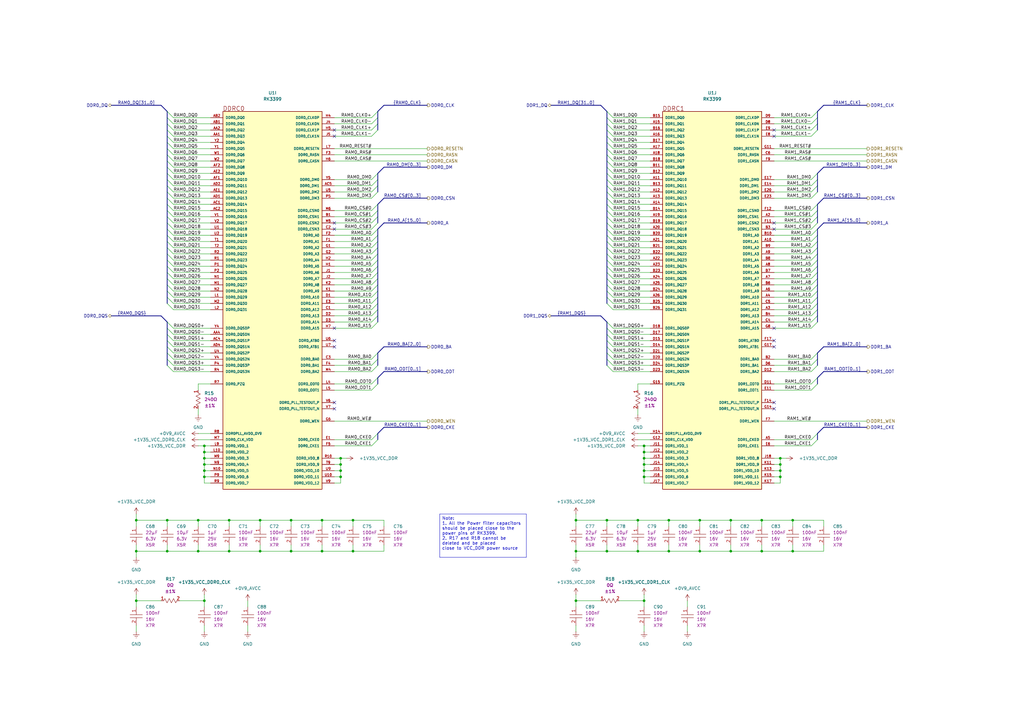
<source format=kicad_sch>
(kicad_sch (version 20250114) (generator "eeschema") (generator_version "9.0")
  (paper "A3")
  (title_block (title "CPU-RK3399 DDR Controller") (date "2026-01-14") (rev "1.0.0") (company "TickLab"))
  (lib_symbols
    (symbol "System On Chip (SoC)/RK3399_1" (pin_names (offset 1.016))
      (property "Reference" "U" (at -15.24 119.38 0))
      (property "Value" "RK3399" (at -10.8483 -124.354 0))
      (symbol "System On Chip (SoC)/RK3399_1_1_0"
        (text "Internal Logic Ground and Digital IO Ground" (at -30.48 116.84 0) (effects (font (size 1.7823 1.7823)) (justify left bottom)))
        (pin power_in line (at -20.32 114.3 0) (length 5.08) (name "VSS_1") (number "A1"))
        (pin power_in line (at -20.32 111.76 0) (length 5.08) (name "VSS_2") (number "A27"))
        (pin power_in line (at -20.32 109.22 0) (length 5.08) (name "VSS_3") (number "A31"))
        (pin power_in line (at -20.32 106.68 0) (length 5.08) (name "VSS_4") (number "AA3"))
        (pin power_in line (at -20.32 104.14 0) (length 5.08) (name "VSS_5") (number "AA5"))
        (pin power_in line (at -20.32 101.6 0) (length 5.08) (name "VSS_6") (number "AA9"))
        (pin power_in line (at -20.32 99.06 0) (length 5.08) (name "VSS_7") (number "AF18"))
        (pin power_in line (at -20.32 96.52 0) (length 5.08) (name "VSS_8") (number "Y3"))
        (pin power_in line (at -20.32 93.98 0) (length 5.08) (name "VSS_9") (number "AB9"))
        (pin power_in line (at -20.32 91.44 0) (length 5.08) (name "VSS_10") (number "AF20"))
        (pin power_in line (at -20.32 88.9 0) (length 5.08) (name "VSS_11") (number "AD22"))
        (pin power_in line (at -20.32 86.36 0) (length 5.08) (name "VSS_12") (number "AC22"))
        (pin power_in line (at -20.32 83.82 0) (length 5.08) (name "VSS_13") (number "AC20"))
        (pin power_in line (at -20.32 81.28 0) (length 5.08) (name "VSS_14") (number "AE23"))
        (pin power_in line (at -20.32 78.74 0) (length 5.08) (name "VSS_15") (number "Y10"))
        (pin power_in line (at -20.32 76.2 0) (length 5.08) (name "VSS_16") (number "AC3"))
        (pin power_in line (at -20.32 73.66 0) (length 5.08) (name "VSS_17") (number "AD3"))
        (pin power_in line (at -20.32 71.12 0) (length 5.08) (name "VSS_18") (number "AD5"))
        (pin power_in line (at -20.32 68.58 0) (length 5.08) (name "VSS_19") (number "AD10"))
        (pin power_in line (at -20.32 66.04 0) (length 5.08) (name "VSS_20") (number "AF9"))
        (pin power_in line (at -20.32 63.5 0) (length 5.08) (name "VSS_21") (number "AG2"))
        (pin power_in line (at -20.32 60.96 0) (length 5.08) (name "VSS_22") (number "AJ5"))
        (pin power_in line (at -20.32 58.42 0) (length 5.08) (name "VSS_23") (number "AL1"))
        (pin power_in line (at -20.32 55.88 0) (length 5.08) (name "VSS_24") (number "B5"))
        (pin power_in line (at -20.32 53.34 0) (length 5.08) (name "VSS_25") (number "C8"))
        (pin power_in line (at -20.32 50.8 0) (length 5.08) (name "VSS_26") (number "C9"))
        (pin power_in line (at -20.32 48.26 0) (length 5.08) (name "VSS_27") (number "C11"))
        (pin power_in line (at -20.32 45.72 0) (length 5.08) (name "VSS_28") (number "C12"))
        (pin power_in line (at -20.32 43.18 0) (length 5.08) (name "VSS_29") (number "C14"))
        (pin power_in line (at -20.32 40.64 0) (length 5.08) (name "VSS_30") (number "C15"))
        (pin power_in line (at -20.32 38.1 0) (length 5.08) (name "VSS_31") (number "C17"))
        (pin power_in line (at -20.32 35.56 0) (length 5.08) (name "VSS_32") (number "C18"))
        (pin power_in line (at -20.32 33.02 0) (length 5.08) (name "VSS_33") (number "C20"))
        (pin power_in line (at -20.32 30.48 0) (length 5.08) (name "VSS_34") (number "C21"))
        (pin power_in line (at -20.32 27.94 0) (length 5.08) (name "VSS_35") (number "C23"))
        (pin power_in line (at -20.32 25.4 0) (length 5.08) (name "VSS_36") (number "C24"))
        (pin power_in line (at -20.32 22.86 0) (length 5.08) (name "VSS_37") (number "C26"))
        (pin power_in line (at -20.32 20.32 0) (length 5.08) (name "VSS_38") (number "D5"))
        (pin power_in line (at -20.32 17.78 0) (length 5.08) (name "VSS_39") (number "E2"))
        (pin power_in line (at -20.32 15.24 0) (length 5.08) (name "VSS_40") (number "E4"))
        (pin power_in line (at -20.32 12.7 0) (length 5.08) (name "VSS_41") (number "E7"))
        (pin power_in line (at -20.32 10.16 0) (length 5.08) (name "VSS_42") (number "E12"))
        (pin power_in line (at -20.32 7.62 0) (length 5.08) (name "VSS_43") (number "E15"))
        (pin power_in line (at -20.32 5.08 0) (length 5.08) (name "VSS_44") (number "E18"))
        (pin power_in line (at -20.32 2.54 0) (length 5.08) (name "VSS_45") (number "E21"))
        (pin power_in line (at -20.32 0 0) (length 5.08) (name "VSS_46") (number "E24"))
        (pin power_in line (at -20.32 -2.54 0) (length 5.08) (name "VSS_47") (number "E31"))
        (pin power_in line (at -20.32 -5.08 0) (length 5.08) (name "VSS_48") (number "F8"))
        (pin power_in line (at -20.32 -7.62 0) (length 5.08) (name "VSS_49") (number "F15"))
        (pin power_in line (at -20.32 -10.16 0) (length 5.08) (name "VSS_50") (number "F18"))
        (pin power_in line (at -20.32 -12.7 0) (length 5.08) (name "VSS_51") (number "F20"))
        (pin power_in line (at -20.32 -15.24 0) (length 5.08) (name "VSS_52") (number "F21"))
        (pin power_in line (at -20.32 -17.78 0) (length 5.08) (name "VSS_53") (number "G5"))
        (pin power_in line (at -20.32 -20.32 0) (length 5.08) (name "VSS_54") (number "G9"))
        (pin power_in line (at -20.32 -22.86 0) (length 5.08) (name "VSS_55") (number "G18"))
        (pin power_in line (at -20.32 -25.4 0) (length 5.08) (name "VSS_56") (number "G27"))
        (pin power_in line (at -20.32 -27.94 0) (length 5.08) (name "VSS_57") (number "H3"))
        (pin power_in line (at -20.32 -30.48 0) (length 5.08) (name "VSS_58") (number "H9"))
        (pin power_in line (at -20.32 -33.02 0) (length 5.08) (name "VSS_59") (number "H10"))
        (pin power_in line (at -20.32 -35.56 0) (length 5.08) (name "VSS_60") (number "H11"))
        (pin power_in line (at -20.32 -38.1 0) (length 5.08) (name "VSS_61") (number "H12"))
        (pin power_in line (at -20.32 -40.64 0) (length 5.08) (name "VSS_62") (number "H13"))
        (pin power_in line (at -20.32 -43.18 0) (length 5.08) (name "VSS_63") (number "H15"))
        (pin power_in line (at -20.32 -45.72 0) (length 5.08) (name "VSS_64") (number "H16"))
        (pin power_in line (at -20.32 -48.26 0) (length 5.08) (name "VSS_65") (number "H17"))
        (pin power_in line (at -20.32 -50.8 0) (length 5.08) (name "VSS_66") (number "H18"))
        (pin power_in line (at -20.32 -53.34 0) (length 5.08) (name "VSS_67") (number "H26"))
        (pin power_in line (at -20.32 -55.88 0) (length 5.08) (name "VSS_68") (number "J3"))
        (pin power_in line (at -20.32 -58.42 0) (length 5.08) (name "VSS_69") (number "J6"))
        (pin power_in line (at -20.32 -60.96 0) (length 5.08) (name "VSS_70") (number "J7"))
        (pin power_in line (at -20.32 -63.5 0) (length 5.08) (name "VSS_71") (number "J8"))
        (pin power_in line (at -20.32 -66.04 0) (length 5.08) (name "VSS_72") (number "J9"))
        (pin power_in line (at -20.32 -68.58 0) (length 5.08) (name "VSS_73") (number "J10"))
        (pin power_in line (at -20.32 -71.12 0) (length 5.08) (name "VSS_74") (number "K8"))
        (pin power_in line (at -20.32 -73.66 0) (length 5.08) (name "VSS_75") (number "K9"))
        (pin power_in line (at -20.32 -76.2 0) (length 5.08) (name "VSS_76") (number "K10"))
        (pin power_in line (at -20.32 -78.74 0) (length 5.08) (name "VSS_77") (number "K12"))
        (pin power_in line (at -20.32 -81.28 0) (length 5.08) (name "VSS_78") (number "K14"))
        (pin power_in line (at -20.32 -83.82 0) (length 5.08) (name "VSS_79") (number "K16"))
        (pin power_in line (at -20.32 -86.36 0) (length 5.08) (name "VSS_80") (number "K18"))
        (pin power_in line (at -20.32 -88.9 0) (length 5.08) (name "VSS_81") (number "W21"))
        (pin power_in line (at -20.32 -91.44 0) (length 5.08) (name "VSS_82") (number "K20"))
        (pin power_in line (at -20.32 -93.98 0) (length 5.08) (name "VSS_83") (number "N19"))
        (pin power_in line (at -20.32 -96.52 0) (length 5.08) (name "VSS_84") (number "K22"))
        (pin power_in line (at -20.32 -99.06 0) (length 5.08) (name "VSS_85") (number "L3"))
        (pin power_in line (at -20.32 -101.6 0) (length 5.08) (name "VSS_86") (number "L6"))
        (pin power_in line (at -20.32 -104.14 0) (length 5.08) (name "VSS_87") (number "L8"))
        (pin power_in line (at -20.32 -106.68 0) (length 5.08) (name "VSS_88") (number "L11"))
        (pin power_in line (at -20.32 -109.22 0) (length 5.08) (name "VSS_89") (number "L12"))
        (pin power_in line (at -20.32 -111.76 0) (length 5.08) (name "VSS_90") (number "L13"))
        (pin power_in line (at 20.32 114.3 180) (length 5.08) (name "VSS_91") (number "L14"))
        (pin power_in line (at 20.32 111.76 180) (length 5.08) (name "VSS_92") (number "L15"))
        (pin power_in line (at 20.32 109.22 180) (length 5.08) (name "VSS_93") (number "L16"))
        (pin power_in line (at 20.32 106.68 180) (length 5.08) (name "VSS_94") (number "N17"))
        (pin power_in line (at 20.32 104.14 180) (length 5.08) (name "VSS_95") (number "Y17"))
        (pin power_in line (at 20.32 101.6 180) (length 5.08) (name "VSS_96") (number "L20"))
        (pin power_in line (at 20.32 99.06 180) (length 5.08) (name "VSS_97") (number "L22"))
        (pin power_in line (at 20.32 96.52 180) (length 5.08) (name "VSS_98") (number "N21"))
        (pin power_in line (at 20.32 93.98 180) (length 5.08) (name "VSS_99") (number "L27"))
        (pin power_in line (at 20.32 91.44 180) (length 5.08) (name "VSS_100") (number "M3"))
        (pin power_in line (at 20.32 88.9 180) (length 5.08) (name "VSS_101") (number "M8"))
        (pin power_in line (at 20.32 86.36 180) (length 5.08) (name "VSS_102") (number "M10"))
        (pin power_in line (at 20.32 83.82 180) (length 5.08) (name "VSS_103") (number "M16"))
        (pin power_in line (at 20.32 81.28 180) (length 5.08) (name "VSS_104") (number "M23"))
        (pin power_in line (at 20.32 78.74 180) (length 5.08) (name "VSS_105") (number "N8"))
        (pin power_in line (at 20.32 76.2 180) (length 5.08) (name "VSS_106") (number "P11"))
        (pin power_in line (at 20.32 73.66 180) (length 5.08) (name "VSS_107") (number "P12"))
        (pin power_in line (at 20.32 71.12 180) (length 5.08) (name "VSS_108") (number "N13"))
        (pin power_in line (at 20.32 68.58 180) (length 5.08) (name "VSS_109") (number "N14"))
        (pin power_in line (at 20.32 66.04 180) (length 5.08) (name "VSS_110") (number "N15"))
        (pin power_in line (at 20.32 63.5 180) (length 5.08) (name "VSS_111") (number "N16"))
        (pin power_in line (at 20.32 60.96 180) (length 5.08) (name "VSS_112") (number "P3"))
        (pin power_in line (at 20.32 58.42 180) (length 5.08) (name "VSS_113") (number "P6"))
        (pin power_in line (at 20.32 55.88 180) (length 5.08) (name "VSS_114") (number "P7"))
        (pin power_in line (at 20.32 53.34 180) (length 5.08) (name "VSS_115") (number "P8"))
        (pin power_in line (at 20.32 50.8 180) (length 5.08) (name "VSS_116") (number "P10"))
        (pin power_in line (at 20.32 48.26 180) (length 5.08) (name "VSS_117") (number "P16"))
        (pin power_in line (at 20.32 45.72 180) (length 5.08) (name "VSS_118") (number "Y16"))
        (pin power_in line (at 20.32 43.18 180) (length 5.08) (name "VSS_119") (number "P19"))
        (pin power_in line (at 20.32 40.64 180) (length 5.08) (name "VSS_120") (number "R21"))
        (pin power_in line (at 20.32 38.1 180) (length 5.08) (name "VSS_121") (number "P21"))
        (pin power_in line (at 20.32 35.56 180) (length 5.08) (name "VSS_122") (number "T19"))
        (pin power_in line (at 20.32 33.02 180) (length 5.08) (name "VSS_123") (number "R3"))
        (pin power_in line (at 20.32 30.48 180) (length 5.08) (name "VSS_124") (number "R5"))
        (pin power_in line (at 20.32 27.94 180) (length 5.08) (name "VSS_125") (number "R6"))
        (pin power_in line (at 20.32 25.4 180) (length 5.08) (name "VSS_126") (number "U11"))
        (pin power_in line (at 20.32 22.86 180) (length 5.08) (name "VSS_127") (number "U12"))
        (pin power_in line (at 20.32 20.32 180) (length 5.08) (name "VSS_128") (number "W13"))
        (pin power_in line (at 20.32 17.78 180) (length 5.08) (name "VSS_129") (number "R14"))
        (pin power_in line (at 20.32 15.24 180) (length 5.08) (name "VSS_130") (number "R15"))
        (pin power_in line (at 20.32 12.7 180) (length 5.08) (name "VSS_131") (number "R16"))
        (pin power_in line (at 20.32 10.16 180) (length 5.08) (name "VSS_132") (number "AC21"))
        (pin power_in line (at 20.32 7.62 180) (length 5.08) (name "VSS_133") (number "R23"))
        (pin power_in line (at 20.32 5.08 180) (length 5.08) (name "VSS_134") (number "T8"))
        (pin power_in line (at 20.32 2.54 180) (length 5.08) (name "VSS_135") (number "T10"))
        (pin power_in line (at 20.32 0 180) (length 5.08) (name "VSS_136") (number "Y12"))
        (pin power_in line (at 20.32 -2.54 180) (length 5.08) (name "VSS_137") (number "U14"))
        (pin power_in line (at 20.32 -5.08 180) (length 5.08) (name "VSS_138") (number "T16"))
        (pin power_in line (at 20.32 -7.62 180) (length 5.08) (name "VSS_139") (number "T21"))
        (pin power_in line (at 20.32 -10.16 180) (length 5.08) (name "VSS_140") (number "AB19"))
        (pin power_in line (at 20.32 -12.7 180) (length 5.08) (name "VSS_141") (number "U3"))
        (pin power_in line (at 20.32 -15.24 180) (length 5.08) (name "VSS_142") (number "U8"))
        (pin power_in line (at 20.32 -17.78 180) (length 5.08) (name "VSS_143") (number "U15"))
        (pin power_in line (at 20.32 -20.32 180) (length 5.08) (name "VSS_144") (number "U16"))
        (pin power_in line (at 20.32 -22.86 180) (length 5.08) (name "VSS_145") (number "AC18"))
        (pin power_in line (at 20.32 -25.4 180) (length 5.08) (name "VSS_146") (number "U19"))
        (pin power_in line (at 20.32 -27.94 180) (length 5.08) (name "VSS_147") (number "U21"))
        (pin power_in line (at 20.32 -30.48 180) (length 5.08) (name "VSS_148") (number "V17"))
        (pin power_in line (at 20.32 -33.02 180) (length 5.08) (name "VSS_149") (number "U22"))
        (pin power_in line (at 20.32 -35.56 180) (length 5.08) (name "VSS_150") (number "U29"))
        (pin power_in line (at 20.32 -38.1 180) (length 5.08) (name "VSS_151") (number "V3"))
        (pin power_in line (at 20.32 -40.64 180) (length 5.08) (name "VSS_152") (number "V5"))
        (pin power_in line (at 20.32 -43.18 180) (length 5.08) (name "VSS_153") (number "V8"))
        (pin power_in line (at 20.32 -45.72 180) (length 5.08) (name "VSS_154") (number "V10"))
        (pin power_in line (at 20.32 -48.26 180) (length 5.08) (name "VSS_155") (number "Y11"))
        (pin power_in line (at 20.32 -50.8 180) (length 5.08) (name "VSS_156") (number "Y14"))
        (pin power_in line (at 20.32 -53.34 180) (length 5.08) (name "VSS_157") (number "Y15"))
        (pin power_in line (at 20.32 -55.88 180) (length 5.08) (name "VSS_158") (number "W22"))
        (pin power_in line (at 20.32 -58.42 180) (length 5.08) (name "VSS_159") (number "W17"))
        (pin power_in line (at 20.32 -60.96 180) (length 5.08) (name "VSS_160") (number "W30"))
        (pin power_in line (at 20.32 -63.5 180) (length 5.08) (name "VSS_161") (number "W8"))
        (pin power_in line (at 20.32 -66.04 180) (length 5.08) (name "VSS_162") (number "W9"))
        (pin power_in line (at 20.32 -68.58 180) (length 5.08) (name "VSS_163") (number "AD21"))
        (pin power_in line (at 20.32 -71.12 180) (length 5.08) (name "VSS_164") (number "Y13"))
        (pin power_in line (at 20.32 -73.66 180) (length 5.08) (name "VSS_165") (number "R18"))
        (pin power_in line (at 20.32 -76.2 180) (length 5.08) (name "VSS_166") (number "Y9"))
        (pin power_in line (at 20.32 -78.74 180) (length 5.08) (name "VSS_167") (number "W19"))
        (pin power_in line (at 20.32 -81.28 180) (length 5.08) (name "VSS_168") (number "T18"))
        (pin power_in line (at 20.32 -83.82 180) (length 5.08) (name "VSS_169") (number "W18"))
        (pin power_in line (at 20.32 -86.36 180) (length 5.08) (name "VSS_170") (number "Y20"))
        (pin power_in line (at 20.32 -88.9 180) (length 5.08) (name "VSS_171") (number "AJ28"))
        (pin power_in line (at 20.32 -91.44 180) (length 5.08) (name "VSS_172") (number "AJ21"))
        (pin power_in line (at 20.32 -93.98 180) (length 5.08) (name "VSS_173") (number "AJ23"))
        (pin power_in line (at 20.32 -96.52 180) (length 5.08) (name "VSS_174") (number "AJ24"))
        (pin power_in line (at 20.32 -99.06 180) (length 5.08) (name "VSS_175") (number "AJ26"))
        (pin power_in line (at 20.32 -101.6 180) (length 5.08) (name "VSS_176") (number "AJ27"))
        (pin power_in line (at 20.32 -104.14 180) (length 5.08) (name "VSS_177") (number "AA13"))
        (pin power_in line (at 20.32 -106.68 180) (length 5.08) (name "VSS_178") (number "AL31"))
        (pin power_in line (at 20.32 -109.22 180) (length 5.08) (name "VSS_179") (number "AA10"))
        (pin power_in line (at 20.32 -111.76 180) (length 5.08) (name "VSS_180") (number "AJ20"))
      )
      (symbol "System On Chip (SoC)/RK3399_1_2_0"
        (text "Analog Ground" (at -15.3236 48.4013 0) (effects (font (size 1.784 1.784)) (justify left bottom)))
        (pin power_in line (at -20.32 43.18 0) (length 5.08) (name "AVSS_1") (number "Y23"))
        (pin power_in line (at -20.32 40.64 0) (length 5.08) (name "AVSS_2") (number "AF23"))
        (pin power_in line (at -20.32 38.1 0) (length 5.08) (name "AVSS_3") (number "AF24"))
        (pin power_in line (at -20.32 35.56 0) (length 5.08) (name "AVSS_4") (number "AA23"))
        (pin power_in line (at -20.32 33.02 0) (length 5.08) (name "AVSS_5") (number "AB23"))
        (pin power_in line (at -20.32 30.48 0) (length 5.08) (name "AVSS_6") (number "AA26"))
        (pin power_in line (at -20.32 27.94 0) (length 5.08) (name "AVSS_7") (number "AA29"))
        (pin power_in line (at -20.32 25.4 0) (length 5.08) (name "AVSS_8") (number "AB11"))
        (pin power_in line (at -20.32 22.86 0) (length 5.08) (name "AVSS_9") (number "AB13"))
        (pin power_in line (at -20.32 20.32 0) (length 5.08) (name "AVSS_10") (number "AC15"))
        (pin power_in line (at -20.32 17.78 0) (length 5.08) (name "AVSS_11") (number "AD13"))
        (pin power_in line (at -20.32 15.24 0) (length 5.08) (name "AVSS_12") (number "AB10"))
        (pin power_in line (at -20.32 12.7 0) (length 5.08) (name "AVSS_13") (number "AA11"))
        (pin power_in line (at -20.32 10.16 0) (length 5.08) (name "AVSS_14") (number "AC26"))
        (pin power_in line (at -20.32 7.62 0) (length 5.08) (name "AVSS_15") (number "AC29"))
        (pin power_in line (at -20.32 5.08 0) (length 5.08) (name "AVSS_16") (number "AD17"))
        (pin power_in line (at -20.32 2.54 0) (length 5.08) (name "AVSS_17") (number "AA12"))
        (pin power_in line (at -20.32 0 0) (length 5.08) (name "AVSS_18") (number "AC16"))
        (pin power_in line (at -20.32 -2.54 0) (length 5.08) (name "AVSS_19") (number "AC23"))
        (pin power_in line (at -20.32 -5.08 0) (length 5.08) (name "AVSS_20") (number "AD29"))
        (pin power_in line (at -20.32 -7.62 0) (length 5.08) (name "AVSS_21") (number "AE11"))
        (pin power_in line (at -20.32 -10.16 0) (length 5.08) (name "AVSS_22") (number "AE12"))
        (pin power_in line (at -20.32 -12.7 0) (length 5.08) (name "AVSS_23") (number "AE14"))
        (pin power_in line (at -20.32 -15.24 0) (length 5.08) (name "AVSS_24") (number "AE17"))
        (pin power_in line (at -20.32 -17.78 0) (length 5.08) (name "AVSS_25") (number "AE27"))
        (pin power_in line (at -20.32 -20.32 0) (length 5.08) (name "AVSS_26") (number "AA14"))
        (pin power_in line (at -20.32 -22.86 0) (length 5.08) (name "AVSS_27") (number "AF17"))
        (pin power_in line (at -20.32 -25.4 0) (length 5.08) (name "AVSS_28") (number "AF29"))
        (pin power_in line (at -20.32 -27.94 0) (length 5.08) (name "AVSS_29") (number "AG29"))
        (pin power_in line (at -20.32 -30.48 0) (length 5.08) (name "AVSS_30") (number "AH29"))
        (pin power_in line (at -20.32 -33.02 0) (length 5.08) (name "AVSS_31") (number "AJ6"))
        (pin power_in line (at -20.32 -35.56 0) (length 5.08) (name "AVSS_32") (number "AJ8"))
        (pin power_in line (at -20.32 -38.1 0) (length 5.08) (name "AVSS_33") (number "AJ9"))
        (pin power_in line (at -20.32 -40.64 0) (length 5.08) (name "AVSS_34") (number "AJ11"))
        (pin power_in line (at -20.32 -43.18 0) (length 5.08) (name "AVSS_35") (number "AJ12"))
        (pin power_in line (at 20.32 43.18 180) (length 5.08) (name "AVSS_36") (number "AJ14"))
        (pin power_in line (at 20.32 40.64 180) (length 5.08) (name "AVSS_37") (number "AJ15"))
        (pin power_in line (at 20.32 38.1 180) (length 5.08) (name "AVSS_38") (number "AJ17"))
        (pin power_in line (at 20.32 35.56 180) (length 5.08) (name "AVSS_39") (number "AJ18"))
        (pin power_in line (at 20.32 33.02 180) (length 5.08) (name "AVSS_40") (number "AD26"))
        (pin power_in line (at 20.32 30.48 180) (length 5.08) (name "AVSS_41") (number "AB16"))
        (pin power_in line (at 20.32 27.94 180) (length 5.08) (name "AVSS_42") (number "AB15"))
        (pin power_in line (at 20.32 25.4 180) (length 5.08) (name "AVSS_43") (number "AC17"))
        (pin power_in line (at 20.32 22.86 180) (length 5.08) (name "AVSS_44") (number "AC11"))
        (pin power_in line (at 20.32 20.32 180) (length 5.08) (name "AVSS_45") (number "AC13"))
        (pin power_in line (at 20.32 17.78 180) (length 5.08) (name "AVSS_46") (number "W23"))
        (pin power_in line (at 20.32 15.24 180) (length 5.08) (name "AVSS_47") (number "AJ29"))
        (pin power_in line (at 20.32 12.7 180) (length 5.08) (name "AVSS_48") (number "Y29"))
        (pin power_in line (at 20.32 10.16 180) (length 5.08) (name "AVSS_49") (number "U23"))
        (pin power_in line (at 20.32 7.62 180) (length 5.08) (name "AVSS_50") (number "V23"))
        (pin power_in line (at 20.32 5.08 180) (length 5.08) (name "AVSS_51") (number "AC25"))
        (pin power_in line (at 20.32 2.54 180) (length 5.08) (name "AVSS_52") (number "AB17"))
        (pin power_in line (at 20.32 0 180) (length 5.08) (name "AVSS_53") (number "AA15"))
        (pin power_in line (at 20.32 -7.62 180) (length 5.08) (name "EDP_AVSS_1") (number "B31"))
        (pin power_in line (at 20.32 -10.16 180) (length 5.08) (name "EDP_AVSS_2") (number "C28"))
        (pin power_in line (at 20.32 -12.7 180) (length 5.08) (name "EDP_AVSS_3") (number "C29"))
        (pin power_in line (at 20.32 -15.24 180) (length 5.08) (name "EDP_AVSS_4") (number "D29"))
        (pin power_in line (at 20.32 -17.78 180) (length 5.08) (name "EDP_AVSS_5") (number "H19"))
        (pin power_in line (at 20.32 -20.32 180) (length 5.08) (name "EDP_AVSS_6") (number "J21"))
        (pin power_in line (at 20.32 -30.48 180) (length 5.08) (name "PLL_AVSS") (number "P17"))
      )
      (symbol "System On Chip (SoC)/RK3399_1_3_0"
        (text "Internal Center Logic Power" (at -17.78 7.62 0) (effects (font (size 1.7808 1.7808)) (justify left bottom)))
        (pin power_in line (at -25.4 5.08 0) (length 5.08) (name "CENTERLOGIC_VDD_1") (number "M11"))
        (pin power_in line (at -25.4 2.54 0) (length 5.08) (name "CENTERLOGIC_VDD_2") (number "M12"))
        (pin power_in line (at -25.4 0 0) (length 5.08) (name "CENTERLOGIC_VDD_3") (number "M13"))
        (pin power_in line (at -25.4 -2.54 0) (length 5.08) (name "CENTERLOGIC_VDD_4") (number "M14"))
        (pin power_in line (at -25.4 -5.08 0) (length 5.08) (name "CENTERLOGIC_VDD_5") (number "M15"))
        (pin power_in line (at 25.4 5.08 180) (length 5.08) (name "CENTERLOGIC_VDD_6") (number "N11"))
        (pin power_in line (at 25.4 2.54 180) (length 5.08) (name "CENTERLOGIC_VDD_7") (number "N12"))
        (pin power_in line (at 25.4 0 180) (length 5.08) (name "CENTERLOGIC_VDD_8") (number "P13"))
        (pin power_in line (at 25.4 -2.54 180) (length 5.08) (name "CENTERLOGIC_VDD_9") (number "P14"))
        (pin power_in line (at 25.4 -5.08 180) (length 5.08) (name "CENTERLOGIC_VDD_10") (number "P15"))
      )
      (symbol "System On Chip (SoC)/RK3399_1_4_0"
        (text "Internal GPU Power" (at -15.3324 15.3417 0) (effects (font (size 1.7843 1.7843)) (justify left bottom)))
        (pin power_in line (at -20.32 12.7 0) (length 5.08) (name "GPU_VDD_1") (number "W11"))
        (pin power_in line (at -20.32 10.16 0) (length 5.08) (name "GPU_VDD_2") (number "W12"))
        (pin power_in line (at -20.32 7.62 0) (length 5.08) (name "GPU_VDD_3") (number "W14"))
        (pin power_in line (at -20.32 5.08 0) (length 5.08) (name "GPU_VDD_4") (number "V15"))
        (pin power_in line (at -20.32 2.54 0) (length 5.08) (name "GPU_VDD_5") (number "V14"))
        (pin power_in line (at -20.32 0 0) (length 5.08) (name "GPU_VDD_6") (number "V13"))
        (pin power_in line (at -20.32 -2.54 0) (length 5.08) (name "GPU_VDD_7") (number "U13"))
        (pin power_in line (at -20.32 -5.08 0) (length 5.08) (name "GPU_VDD_8") (number "R11"))
        (pin power_in line (at -20.32 -7.62 0) (length 5.08) (name "GPU_VDD_9") (number "R12"))
        (pin power_in line (at -20.32 -10.16 0) (length 5.08) (name "GPU_VDD_10") (number "T11"))
        (pin power_in line (at 20.32 12.7 180) (length 5.08) (name "GPU_VDD_11") (number "T12"))
        (pin power_in line (at 20.32 10.16 180) (length 5.08) (name "GPU_VDD_12") (number "T13"))
        (pin power_in line (at 20.32 7.62 180) (length 5.08) (name "GPU_VDD_13") (number "R13"))
        (pin power_in line (at 20.32 5.08 180) (length 5.08) (name "GPU_VDD_14") (number "T14"))
        (pin power_in line (at 20.32 2.54 180) (length 5.08) (name "GPU_VDD_15") (number "V11"))
        (pin power_in line (at 20.32 0 180) (length 5.08) (name "GPU_VDD_16") (number "V12"))
        (pin power_in line (at 20.32 -2.54 180) (length 5.08) (name "GPU_VDD_17") (number "V16"))
        (pin power_in line (at 20.32 -5.08 180) (length 5.08) (name "GPU_VDD_18") (number "W16"))
        (pin power_in line (at 20.32 -7.62 180) (length 5.08) (name "GPU_VDD_19") (number "W15"))
        (pin power_in line (at 20.32 -10.16 180) (length 5.08) (name "GPU_VDD_20") (number "W10"))
        (pin power_out line (at 20.32 -12.7 180) (length 5.08) (name "GPU_VDD_COM") (number "T15"))
      )
      (symbol "System On Chip (SoC)/RK3399_1_5_0"
        (text "Internal BIG CPU A72 Power" (at -17.78 10.16 0) (effects (font (size 1.7837 1.7837)) (justify left bottom)))
        (pin power_in line (at -20.32 7.62 0) (length 5.08) (name "BIGCPU_VDD_1") (number "L19"))
        (pin power_in line (at -20.32 5.08 0) (length 5.08) (name "BIGCPU_VDD_2") (number "L21"))
        (pin power_in line (at -20.32 2.54 0) (length 5.08) (name "BIGCPU_VDD_3") (number "M18"))
        (pin power_in line (at -20.32 0 0) (length 5.08) (name "BIGCPU_VDD_4") (number "M19"))
        (pin power_in line (at -20.32 -2.54 0) (length 5.08) (name "BIGCPU_VDD_5") (number "M20"))
        (pin power_in line (at -20.32 -5.08 0) (length 5.08) (name "BIGCPU_VDD_6") (number "M21"))
        (pin power_in line (at -20.32 -7.62 0) (length 5.08) (name "BIGCPU_VDD_7") (number "M22"))
        (pin power_in line (at 20.32 7.62 180) (length 5.08) (name "BIGCPU_VDD_8") (number "L18"))
        (pin power_in line (at 20.32 5.08 180) (length 5.08) (name "BIGCPU_VDD_9") (number "N22"))
        (pin power_in line (at 20.32 2.54 180) (length 5.08) (name "BIGCPU_VDD_10") (number "N20"))
        (pin power_in line (at 20.32 0 180) (length 5.08) (name "BIGCPU_VDD_11") (number "L23"))
        (pin power_in line (at 20.32 -2.54 180) (length 5.08) (name "BIGCPU_VDD_12") (number "K19"))
        (pin power_in line (at 20.32 -5.08 180) (length 5.08) (name "BIGCPU_VDD_13") (number "K21"))
        (pin power_out line (at 20.32 -7.62 180) (length 5.08) (name "BIGCPU_VDD_COM") (number "N18"))
      )
      (symbol "System On Chip (SoC)/RK3399_1_6_0"
        (text "Internal Logic Power" (at -15.24 10.16 0) (effects (font (size 1.7838 1.7838)) (justify left bottom)))
        (pin power_in line (at -20.32 7.62 0) (length 5.08) (name "LOGIC_VDD_1") (number "V22"))
        (pin power_in line (at -20.32 5.08 0) (length 5.08) (name "LOGIC_VDD_2") (number "V21"))
        (pin power_in line (at -20.32 2.54 0) (length 5.08) (name "LOGIC_VDD_3") (number "V20"))
        (pin power_in line (at -20.32 0 0) (length 5.08) (name "LOGIC_VDD_4") (number "V19"))
        (pin power_in line (at -20.32 -2.54 0) (length 5.08) (name "LOGIC_VDD_5") (number "V18"))
        (pin power_in line (at -20.32 -5.08 0) (length 5.08) (name "LOGIC_VDD_6") (number "W20"))
        (pin power_in line (at 20.32 7.62 180) (length 5.08) (name "LOGIC_VDD_7") (number "U18"))
        (pin power_in line (at 20.32 5.08 180) (length 5.08) (name "LOGIC_VDD_8") (number "U17"))
        (pin power_in line (at 20.32 2.54 180) (length 5.08) (name "LOGIC_VDD_9") (number "M17"))
        (pin power_in line (at 20.32 0 180) (length 5.08) (name "LOGIC_VDD_10") (number "L17"))
        (pin power_in line (at 20.32 -2.54 180) (length 5.08) (name "LOGIC_VDD_11") (number "T17"))
        (pin power_in line (at 20.32 -5.08 180) (length 5.08) (name "LOGIC_VDD_12") (number "U20"))
      )
      (symbol "System On Chip (SoC)/RK3399_1_7_0"
        (text "Internal LITTLE CPU A53 Power" (at -20.4095 5.1351 0) (effects (font (size 1.7835 1.7835)) (justify left bottom)))
        (pin power_in line (at -20.32 2.54 0) (length 5.08) (name "LITCPU_VDD_1") (number "P20"))
        (pin power_in line (at -20.32 0 0) (length 5.08) (name "LITCPU_VDD_2") (number "R19"))
        (pin power_in line (at -20.32 -2.54 0) (length 5.08) (name "LITCPU_VDD_3") (number "R20"))
        (pin power_in line (at -20.32 -5.08 0) (length 5.08) (name "LITCPU_VDD_4") (number "P22"))
        (pin power_in line (at 20.32 2.54 180) (length 5.08) (name "LITCPU_VDD_5") (number "T22"))
        (pin power_in line (at 20.32 0 180) (length 5.08) (name "LITCPU_VDD_6") (number "T20"))
        (pin power_in line (at 20.32 -2.54 180) (length 5.08) (name "LITCPU_VDD_7") (number "R22"))
      )
      (symbol "System On Chip (SoC)/RK3399_1_8_0"
        (text "PCIe differential data I/O signals" (at -20.4082 22.9382 0) (effects (font (size 1.7834 1.7834)) (justify left bottom)))
        (pin input line (at -25.4 20.32 0) (length 5.08) (name "PCIE_RX0_P") (number "AF30"))
        (pin input line (at -25.4 17.78 0) (length 5.08) (name "PCIE_RX0_N") (number "AF31"))
        (pin input line (at -25.4 12.7 0) (length 5.08) (name "PCIE_RX1_P") (number "AH30"))
        (pin input line (at -25.4 10.16 0) (length 5.08) (name "PCIE_RX1_N") (number "AH31"))
        (pin input line (at -25.4 5.08 0) (length 5.08) (name "PCIE_RX2_P") (number "AC27"))
        (pin input line (at -25.4 2.54 0) (length 5.08) (name "PCIE_RX2_N") (number "AC28"))
        (pin input line (at -25.4 -2.54 0) (length 5.08) (name "PCIE_RX3_P") (number "AF27"))
        (pin input line (at -25.4 -5.08 0) (length 5.08) (name "PCIE_RX3_N") (number "AF28"))
        (pin input clock (at -25.4 -10.16 0) (length 5.08) (name "GPIO4_D0/PCIE_CLKREQNB") (number "AE6"))
        (pin power_in line (at 25.4 20.32 180) (length 5.08) (name "PCIE_AVDD_0V9") (number "W24"))
        (pin power_in line (at 25.4 17.78 180) (length 5.08) (name "PCIE_AVDD_1V8") (number "Y24"))
        (pin output line (at 25.4 12.7 180) (length 5.08) (name "PCIE_TX0_P") (number "AE30"))
        (pin output line (at 25.4 10.16 180) (length 5.08) (name "PCIE_TX0_N") (number "AE31"))
        (pin output line (at 25.4 5.08 180) (length 5.08) (name "PCIE_TX1_P") (number "AG30"))
        (pin output line (at 25.4 2.54 180) (length 5.08) (name "PCIE_TX1_N") (number "AG31"))
        (pin output line (at 25.4 -2.54 180) (length 5.08) (name "PCIE_TX2_P") (number "AA27"))
        (pin output line (at 25.4 -5.08 180) (length 5.08) (name "PCIE_TX2_N") (number "AA28"))
        (pin output line (at 25.4 -10.16 180) (length 5.08) (name "PCIE_TX3_P") (number "AD27"))
        (pin output line (at 25.4 -12.7 180) (length 5.08) (name "PCIE_TX3_N") (number "AD28"))
        (pin output line (at 25.4 -17.78 180) (length 5.08) (name "PCIE_RCLK_100M_N") (number "AD30"))
        (pin output line (at 25.4 -20.32 180) (length 5.08) (name "PCIE_RCLK_100M_P") (number "AD31"))
      )
      (symbol "System On Chip (SoC)/RK3399_1_9_0"
        (text "DDRC0" (at -20.4006 73.8062 0) (effects (font (size 1.7827 1.7827)) (justify left bottom)))
        (pin bidirectional line (at -25.4 71.12 0) (length 5.08) (name "DDR0_DQ0") (number "AB2"))
        (pin bidirectional line (at -25.4 68.58 0) (length 5.08) (name "DDR0_DQ1") (number "AB1"))
        (pin bidirectional line (at -25.4 66.04 0) (length 5.08) (name "DDR0_DQ2") (number "AA2"))
        (pin bidirectional line (at -25.4 63.5 0) (length 5.08) (name "DDR0_DQ3") (number "AA1"))
        (pin bidirectional line (at -25.4 60.96 0) (length 5.08) (name "DDR0_DQ4") (number "Y2"))
        (pin bidirectional line (at -25.4 58.42 0) (length 5.08) (name "DDR0_DQ5") (number "Y1"))
        (pin bidirectional line (at -25.4 55.88 0) (length 5.08) (name "DDR0_DQ6") (number "W1"))
        (pin bidirectional line (at -25.4 53.34 0) (length 5.08) (name "DDR0_DQ7") (number "W2"))
        (pin bidirectional line (at -25.4 50.8 0) (length 5.08) (name "DDR0_DQ8") (number "AF2"))
        (pin bidirectional line (at -25.4 48.26 0) (length 5.08) (name "DDR0_DQ9") (number "AE2"))
        (pin bidirectional line (at -25.4 45.72 0) (length 5.08) (name "DDR0_DQ10") (number "AF1"))
        (pin bidirectional line (at -25.4 43.18 0) (length 5.08) (name "DDR0_DQ11") (number "AD2"))
        (pin bidirectional line (at -25.4 40.64 0) (length 5.08) (name "DDR0_DQ12") (number "AE1"))
        (pin bidirectional line (at -25.4 38.1 0) (length 5.08) (name "DDR0_DQ13") (number "AD1"))
        (pin bidirectional line (at -25.4 35.56 0) (length 5.08) (name "DDR0_DQ14") (number "AC1"))
        (pin bidirectional line (at -25.4 33.02 0) (length 5.08) (name "DDR0_DQ15") (number "AC2"))
        (pin bidirectional line (at -25.4 30.48 0) (length 5.08) (name "DDR0_DQ16") (number "V1"))
        (pin bidirectional line (at -25.4 27.94 0) (length 5.08) (name "DDR0_DQ17") (number "V2"))
        (pin bidirectional line (at -25.4 25.4 0) (length 5.08) (name "DDR0_DQ18") (number "U1"))
        (pin bidirectional line (at -25.4 22.86 0) (length 5.08) (name "DDR0_DQ19") (number "U2"))
        (pin bidirectional line (at -25.4 20.32 0) (length 5.08) (name "DDR0_DQ20") (number "T1"))
        (pin bidirectional line (at -25.4 17.78 0) (length 5.08) (name "DDR0_DQ21") (number "T2"))
        (pin bidirectional line (at -25.4 15.24 0) (length 5.08) (name "DDR0_DQ22") (number "R2"))
        (pin bidirectional line (at -25.4 12.7 0) (length 5.08) (name "DDR0_DQ23") (number "R1"))
        (pin bidirectional line (at -25.4 10.16 0) (length 5.08) (name "DDR0_DQ24") (number "P1"))
        (pin bidirectional line (at -25.4 7.62 0) (length 5.08) (name "DDR0_DQ25") (number "P2"))
        (pin bidirectional line (at -25.4 5.08 0) (length 5.08) (name "DDR0_DQ26") (number "N1"))
        (pin bidirectional line (at -25.4 2.54 0) (length 5.08) (name "DDR0_DQ27") (number "M1"))
        (pin bidirectional line (at -25.4 0 0) (length 5.08) (name "DDR0_DQ28") (number "N2"))
        (pin bidirectional line (at -25.4 -2.54 0) (length 5.08) (name "DDR0_DQ29") (number "L1"))
        (pin bidirectional line (at -25.4 -5.08 0) (length 5.08) (name "DDR0_DQ30") (number "M2"))
        (pin bidirectional line (at -25.4 -7.62 0) (length 5.08) (name "DDR0_DQ31") (number "L2"))
        (pin bidirectional line (at -25.4 -15.24 0) (length 5.08) (name "DDR0_DQS0P") (number "Y4"))
        (pin bidirectional line (at -25.4 -17.78 0) (length 5.08) (name "DDR0_DQS0N") (number "AA4"))
        (pin bidirectional line (at -25.4 -20.32 0) (length 5.08) (name "DDR0_DQS1P") (number "AC4"))
        (pin bidirectional line (at -25.4 -22.86 0) (length 5.08) (name "DDR0_DQS1N") (number "AD4"))
        (pin bidirectional line (at -25.4 -25.4 0) (length 5.08) (name "DDR0_DQS2P") (number "U4"))
        (pin bidirectional line (at -25.4 -27.94 0) (length 5.08) (name "DDR0_DQS2N") (number "V4"))
        (pin bidirectional line (at -25.4 -30.48 0) (length 5.08) (name "DDR0_DQS3P") (number "P4"))
        (pin bidirectional line (at -25.4 -33.02 0) (length 5.08) (name "DDR0_DQS3N") (number "R4"))
        (pin bidirectional line (at -25.4 -38.1 0) (length 5.08) (name "DDR0_PZQ") (number "R7"))
        (pin power_in line (at -25.4 -58.42 0) (length 5.08) (name "DDR0PLL_AVDD_0V9") (number "R8"))
        (pin power_in line (at -25.4 -60.96 0) (length 5.08) (name "DDR0_CLK_VDD") (number "M7"))
        (pin power_in line (at -25.4 -63.5 0) (length 5.08) (name "DDR0_VDD_1") (number "L9"))
        (pin power_in line (at -25.4 -66.04 0) (length 5.08) (name "DDR0_VDD_2") (number "L10"))
        (pin power_in line (at -25.4 -68.58 0) (length 5.08) (name "DDR0_VDD_3") (number "M9"))
        (pin power_in line (at -25.4 -71.12 0) (length 5.08) (name "DDR0_VDD_4") (number "N9"))
        (pin power_in line (at -25.4 -73.66 0) (length 5.08) (name "DDR0_VDD_5") (number "N10"))
        (pin power_in line (at -25.4 -76.2 0) (length 5.08) (name "DDR0_VDD_6") (number "P9"))
        (pin power_in line (at -25.4 -78.74 0) (length 5.08) (name "DDR0_VDD_7") (number "R9"))
        (pin output line (at 25.4 71.12 180) (length 5.08) (name "DDR0_CLK0P") (number "H4"))
        (pin output line (at 25.4 68.58 180) (length 5.08) (name "DDR0_CLK0N") (number "J4"))
        (pin output line (at 25.4 66.04 180) (length 5.08) (name "DDR0_CLK1P") (number "H5"))
        (pin output line (at 25.4 63.5 180) (length 5.08) (name "DDR0_CLK1N") (number "J5"))
        (pin output line (at 25.4 58.42 180) (length 5.08) (name "DDR0_RESETN") (number "L7"))
        (pin output line (at 25.4 55.88 180) (length 5.08) (name "DDR0_RASN") (number "F3"))
        (pin output line (at 25.4 53.34 180) (length 5.08) (name "DDR0_CASN") (number "H6"))
        (pin output line (at 25.4 45.72 180) (length 5.08) (name "DDR0_DM0") (number "Y5"))
        (pin output line (at 25.4 43.18 180) (length 5.08) (name "DDR0_DM1") (number "AC5"))
        (pin output line (at 25.4 40.64 180) (length 5.08) (name "DDR0_DM2") (number "U5"))
        (pin output line (at 25.4 38.1 180) (length 5.08) (name "DDR0_DM3") (number "P5"))
        (pin output line (at 25.4 33.02 180) (length 5.08) (name "DDR0_CSN0") (number "M6"))
        (pin output line (at 25.4 30.48 180) (length 5.08) (name "DDR0_CSN1") (number "B1"))
        (pin output line (at 25.4 27.94 180) (length 5.08) (name "DDR0_CSN2") (number "M5"))
        (pin output line (at 25.4 25.4 180) (length 5.08) (name "DDR0_CSN3") (number "C2"))
        (pin output line (at 25.4 22.86 180) (length 5.08) (name "DDR0_A0") (number "F2"))
        (pin output line (at 25.4 20.32 180) (length 5.08) (name "DDR0_A1") (number "F1"))
        (pin output line (at 25.4 17.78 180) (length 5.08) (name "DDR0_A2") (number "G1"))
        (pin output line (at 25.4 15.24 180) (length 5.08) (name "DDR0_A3") (number "G2"))
        (pin output line (at 25.4 12.7 180) (length 5.08) (name "DDR0_A4") (number "H2"))
        (pin output line (at 25.4 10.16 180) (length 5.08) (name "DDR0_A5") (number "H1"))
        (pin output line (at 25.4 7.62 180) (length 5.08) (name "DDR0_A6") (number "J1"))
        (pin output line (at 25.4 5.08 180) (length 5.08) (name "DDR0_A7") (number "J2"))
        (pin output line (at 25.4 2.54 180) (length 5.08) (name "DDR0_A8") (number "K2"))
        (pin output line (at 25.4 0 180) (length 5.08) (name "DDR0_A9") (number "K1"))
        (pin output line (at 25.4 -2.54 180) (length 5.08) (name "DDR0_A10") (number "D1"))
        (pin output line (at 25.4 -5.08 180) (length 5.08) (name "DDR0_A11") (number "E3"))
        (pin output line (at 25.4 -7.62 180) (length 5.08) (name "DDR0_A12") (number "C1"))
        (pin output line (at 25.4 -10.16 180) (length 5.08) (name "DDR0_A13") (number "D2"))
        (pin output line (at 25.4 -12.7 180) (length 5.08) (name "DDR0_A14") (number "D3"))
        (pin output line (at 25.4 -15.24 180) (length 5.08) (name "DDR0_A15") (number "H7"))
        (pin output line (at 25.4 -20.32 180) (length 5.08) (name "DDR0_ATB0") (number "U6"))
        (pin output line (at 25.4 -22.86 180) (length 5.08) (name "DDR0_ATB1") (number "U7"))
        (pin output line (at 25.4 -27.94 180) (length 5.08) (name "DDR0_BA0") (number "C3"))
        (pin output line (at 25.4 -30.48 180) (length 5.08) (name "DDR0_BA1") (number "F4"))
        (pin output line (at 25.4 -33.02 180) (length 5.08) (name "DDR0_BA2") (number "M4"))
        (pin output line (at 25.4 -38.1 180) (length 5.08) (name "DDR0_ODT0") (number "L4"))
        (pin output line (at 25.4 -40.64 180) (length 5.08) (name "DDR0_ODT1") (number "L5"))
        (pin output line (at 25.4 -45.72 180) (length 5.08) (name "DDR0_PLL_TESTOUT_P") (number "V6"))
        (pin output line (at 25.4 -48.26 180) (length 5.08) (name "DDR0_PLL_TESTOUT_N") (number "V7"))
        (pin output line (at 25.4 -53.34 180) (length 5.08) (name "DDR0_WEN") (number "G6"))
        (pin output line (at 25.4 -60.96 180) (length 5.08) (name "DDR0_CKE0") (number "E1"))
        (pin output line (at 25.4 -63.5 180) (length 5.08) (name "DDR0_CKE1") (number "F5"))
        (pin power_in line (at 25.4 -68.58 180) (length 5.08) (name "DDR0_VDD_8") (number "R10"))
        (pin power_in line (at 25.4 -71.12 180) (length 5.08) (name "DDR0_VDD_9") (number "T9"))
        (pin power_in line (at 25.4 -73.66 180) (length 5.08) (name "DDR0_VDD_10") (number "U9"))
        (pin power_in line (at 25.4 -76.2 180) (length 5.08) (name "DDR0_VDD_11") (number "U10"))
        (pin power_in line (at 25.4 -78.74 180) (length 5.08) (name "DDR0_VDD_12") (number "V9"))
      )
      (symbol "System On Chip (SoC)/RK3399_1_10_0"
        (text "DDRC1" (at -20.4001 73.8044 0) (effects (font (size 1.7827 1.7827)) (justify left bottom)))
        (pin bidirectional line (at -25.4 71.12 0) (length 5.08) (name "DDR1_DQ0") (number "B15"))
        (pin bidirectional line (at -25.4 68.58 0) (length 5.08) (name "DDR1_DQ1") (number "A15"))
        (pin bidirectional line (at -25.4 66.04 0) (length 5.08) (name "DDR1_DQ2") (number "B16"))
        (pin bidirectional line (at -25.4 63.5 0) (length 5.08) (name "DDR1_DQ3") (number "A16"))
        (pin bidirectional line (at -25.4 60.96 0) (length 5.08) (name "DDR1_DQ4") (number "B17"))
        (pin bidirectional line (at -25.4 58.42 0) (length 5.08) (name "DDR1_DQ5") (number "A17"))
        (pin bidirectional line (at -25.4 55.88 0) (length 5.08) (name "DDR1_DQ6") (number "A18"))
        (pin bidirectional line (at -25.4 53.34 0) (length 5.08) (name "DDR1_DQ7") (number "B18"))
        (pin bidirectional line (at -25.4 50.8 0) (length 5.08) (name "DDR1_DQ8") (number "B11"))
        (pin bidirectional line (at -25.4 48.26 0) (length 5.08) (name "DDR1_DQ9") (number "B12"))
        (pin bidirectional line (at -25.4 45.72 0) (length 5.08) (name "DDR1_DQ10") (number "A11"))
        (pin bidirectional line (at -25.4 43.18 0) (length 5.08) (name "DDR1_DQ11") (number "B13"))
        (pin bidirectional line (at -25.4 40.64 0) (length 5.08) (name "DDR1_DQ12") (number "A12"))
        (pin bidirectional line (at -25.4 38.1 0) (length 5.08) (name "DDR1_DQ13") (number "A13"))
        (pin bidirectional line (at -25.4 35.56 0) (length 5.08) (name "DDR1_DQ14") (number "A14"))
        (pin bidirectional line (at -25.4 33.02 0) (length 5.08) (name "DDR1_DQ15") (number "B14"))
        (pin bidirectional line (at -25.4 30.48 0) (length 5.08) (name "DDR1_DQ16") (number "A19"))
        (pin bidirectional line (at -25.4 27.94 0) (length 5.08) (name "DDR1_DQ17") (number "B19"))
        (pin bidirectional line (at -25.4 25.4 0) (length 5.08) (name "DDR1_DQ18") (number "A20"))
        (pin bidirectional line (at -25.4 22.86 0) (length 5.08) (name "DDR1_DQ19") (number "B20"))
        (pin bidirectional line (at -25.4 20.32 0) (length 5.08) (name "DDR1_DQ20") (number "A21"))
        (pin bidirectional line (at -25.4 17.78 0) (length 5.08) (name "DDR1_DQ21") (number "B21"))
        (pin bidirectional line (at -25.4 15.24 0) (length 5.08) (name "DDR1_DQ22") (number "B22"))
        (pin bidirectional line (at -25.4 12.7 0) (length 5.08) (name "DDR1_DQ23") (number "A22"))
        (pin bidirectional line (at -25.4 10.16 0) (length 5.08) (name "DDR1_DQ24") (number "A23"))
        (pin bidirectional line (at -25.4 7.62 0) (length 5.08) (name "DDR1_DQ25") (number "B23"))
        (pin bidirectional line (at -25.4 5.08 0) (length 5.08) (name "DDR1_DQ26") (number "A24"))
        (pin bidirectional line (at -25.4 2.54 0) (length 5.08) (name "DDR1_DQ27") (number "A25"))
        (pin bidirectional line (at -25.4 0 0) (length 5.08) (name "DDR1_DQ28") (number "B24"))
        (pin bidirectional line (at -25.4 -2.54 0) (length 5.08) (name "DDR1_DQ29") (number "A26"))
        (pin bidirectional line (at -25.4 -5.08 0) (length 5.08) (name "DDR1_DQ30") (number "B25"))
        (pin bidirectional line (at -25.4 -7.62 0) (length 5.08) (name "DDR1_DQ31") (number "B26"))
        (pin bidirectional line (at -25.4 -12.7 0) (length 5.08) (name "DDR1_DQS0P") (number "D18"))
        (pin bidirectional line (at -25.4 -15.24 0) (length 5.08) (name "DDR1_DQS0N") (number "D17"))
        (pin bidirectional line (at -25.4 -17.78 0) (length 5.08) (name "DDR1_DQS1P") (number "D15"))
        (pin bidirectional line (at -25.4 -20.32 0) (length 5.08) (name "DDR1_DQS1N") (number "D14"))
        (pin bidirectional line (at -25.4 -22.86 0) (length 5.08) (name "DDR1_DQS2P") (number "D21"))
        (pin bidirectional line (at -25.4 -25.4 0) (length 5.08) (name "DDR1_DQS2N") (number "D20"))
        (pin bidirectional line (at -25.4 -27.94 0) (length 5.08) (name "DDR1_DQS3P") (number "D24"))
        (pin bidirectional line (at -25.4 -30.48 0) (length 5.08) (name "DDR1_DQS3N") (number "D23"))
        (pin bidirectional line (at -25.4 -40.64 0) (length 5.08) (name "DDR1_PZQ") (number "G15"))
        (pin power_in line (at -25.4 -58.42 0) (length 5.08) (name "DDR1PLL_AVDD_0V9") (number "H14"))
        (pin power_in line (at -25.4 -60.96 0) (length 5.08) (name "DDR1_CLK_VDD") (number "G12"))
        (pin power_in line (at -25.4 -63.5 0) (length 5.08) (name "DDR1_VDD_1") (number "J11"))
        (pin power_in line (at -25.4 -66.04 0) (length 5.08) (name "DDR1_VDD_2") (number "J12"))
        (pin power_in line (at -25.4 -68.58 0) (length 5.08) (name "DDR1_VDD_3") (number "J13"))
        (pin power_in line (at -25.4 -71.12 0) (length 5.08) (name "DDR1_VDD_4") (number "J14"))
        (pin power_in line (at -25.4 -73.66 0) (length 5.08) (name "DDR1_VDD_5") (number "J15"))
        (pin power_in line (at -25.4 -76.2 0) (length 5.08) (name "DDR1_VDD_6") (number "J16"))
        (pin power_in line (at -25.4 -78.74 0) (length 5.08) (name "DDR1_VDD_7") (number "J17"))
        (pin output line (at 25.4 71.12 180) (length 5.08) (name "DDR1_CSN0") (number "F12"))
        (pin output line (at 25.4 68.58 180) (length 5.08) (name "DDR1_CSN1") (number "A2"))
        (pin output line (at 25.4 66.04 180) (length 5.08) (name "DDR1_CSN2") (number "F11"))
        (pin output line (at 25.4 63.5 180) (length 5.08) (name "DDR1_CSN3") (number "B3"))
        (pin output line (at 25.4 58.42 180) (length 5.08) (name "DDR1_DM0") (number "E17"))
        (pin output line (at 25.4 55.88 180) (length 5.08) (name "DDR1_DM1") (number "E14"))
        (pin output line (at 25.4 53.34 180) (length 5.08) (name "DDR1_DM2") (number "E20"))
        (pin output line (at 25.4 50.8 180) (length 5.08) (name "DDR1_DM3") (number "E23"))
        (pin output line (at 25.4 48.26 180) (length 5.08) (name "DDR1_A0") (number "B10"))
        (pin output line (at 25.4 45.72 180) (length 5.08) (name "DDR1_A1") (number "A10"))
        (pin output line (at 25.4 43.18 180) (length 5.08) (name "DDR1_A2") (number "B9"))
        (pin output line (at 25.4 40.64 180) (length 5.08) (name "DDR1_A3") (number "A9"))
        (pin output line (at 25.4 38.1 180) (length 5.08) (name "DDR1_A4") (number "B8"))
        (pin output line (at 25.4 35.56 180) (length 5.08) (name "DDR1_A5") (number "A8"))
        (pin output line (at 25.4 33.02 180) (length 5.08) (name "DDR1_A6") (number "B7"))
        (pin output line (at 25.4 30.48 180) (length 5.08) (name "DDR1_A7") (number "A7"))
        (pin output line (at 25.4 27.94 180) (length 5.08) (name "DDR1_A8") (number "B6"))
        (pin output line (at 25.4 25.4 180) (length 5.08) (name "DDR1_A9") (number "A6"))
        (pin output line (at 25.4 22.86 180) (length 5.08) (name "DDR1_A10") (number "A4"))
        (pin output line (at 25.4 20.32 180) (length 5.08) (name "DDR1_A11") (number "C5"))
        (pin output line (at 25.4 17.78 180) (length 5.08) (name "DDR1_A12") (number "A3"))
        (pin output line (at 25.4 15.24 180) (length 5.08) (name "DDR1_A13") (number "B4"))
        (pin output line (at 25.4 12.7 180) (length 5.08) (name "DDR1_A14") (number "C4"))
        (pin output line (at 25.4 10.16 180) (length 5.08) (name "DDR1_A15") (number "G8"))
        (pin output line (at 25.4 5.08 180) (length 5.08) (name "DDR1_RESETN") (number "G11"))
        (pin output line (at 25.4 0 180) (length 5.08) (name "DDR1_ATB0") (number "F17"))
        (pin output line (at 25.4 -2.54 180) (length 5.08) (name "DDR1_ATB1") (number "G17"))
        (pin output line (at 25.4 -7.62 180) (length 5.08) (name "DDR1_BA0") (number "B2"))
        (pin output line (at 25.4 -10.16 180) (length 5.08) (name "DDR1_BA1") (number "D6"))
        (pin output line (at 25.4 -12.7 180) (length 5.08) (name "DDR1_BA2") (number "D12"))
        (pin output line (at 25.4 -17.78 180) (length 5.08) (name "DDR1_CLK0N") (number "D8"))
        (pin output line (at 25.4 -20.32 180) (length 5.08) (name "DDR1_CLK1N") (number "E8"))
        (pin output line (at 25.4 -25.4 180) (length 5.08) (name "DDR1_RASN") (number "C6"))
        (pin output line (at 25.4 -27.94 180) (length 5.08) (name "DDR1_CASN") (number "F9"))
        (pin output line (at 25.4 -33.02 180) (length 5.08) (name "DDR1_CLK0P") (number "D9"))
        (pin output line (at 25.4 -35.56 180) (length 5.08) (name "DDR1_CLK1P") (number "E9"))
        (pin output line (at 25.4 -40.64 180) (length 5.08) (name "DDR1_PLL_TESTOUT_P") (number "F14"))
        (pin output line (at 25.4 -43.18 180) (length 5.08) (name "DDR1_PLL_TESTOUT_N") (number "G14"))
        (pin output line (at 25.4 -48.26 180) (length 5.08) (name "DDR1_ODT0") (number "D11"))
        (pin output line (at 25.4 -50.8 180) (length 5.08) (name "DDR1_ODT1") (number "E11"))
        (pin output line (at 25.4 -55.88 180) (length 5.08) (name "DDR1_WEN") (number "F7"))
        (pin output line (at 25.4 -60.96 180) (length 5.08) (name "DDR1_CKE0") (number "A5"))
        (pin output line (at 25.4 -63.5 180) (length 5.08) (name "DDR1_CKE1") (number "E6"))
        (pin power_in line (at 25.4 -68.58 180) (length 5.08) (name "DDR1_VDD_8") (number "J18"))
        (pin power_in line (at 25.4 -71.12 180) (length 5.08) (name "DDR1_VDD_9") (number "K11"))
        (pin power_in line (at 25.4 -73.66 180) (length 5.08) (name "DDR1_VDD_10") (number "K13"))
        (pin power_in line (at 25.4 -76.2 180) (length 5.08) (name "DDR1_VDD_11") (number "K15"))
        (pin power_in line (at 25.4 -78.74 180) (length 5.08) (name "DDR1_VDD_12") (number "K17"))
      )
      (symbol "System On Chip (SoC)/RK3399_1_11_0"
        (text "MISC" (at -30.602 30.5873 0) (effects (font (size 1.7843 1.7843)) (justify left bottom)))
        (pin input line (at -35.56 27.94 0) (length 5.08) (name "NPOR") (number "T30"))
        (pin input line (at -35.56 25.4 0) (length 5.08) (name "XIN_OSC") (number "Y31"))
        (pin output line (at -35.56 12.7 0) (length 5.08) (name "XOUT_OSC") (number "Y30"))
        (pin bidirectional line (at -35.56 7.62 0) (length 5.08) (name "GPIO4_D2") (number "AH3"))
        (pin bidirectional line (at -35.56 5.08 0) (length 5.08) (name "GPIO4_D3") (number "AK3"))
        (pin bidirectional line (at -35.56 2.54 0) (length 5.08) (name "GPIO4_D4") (number "AH5"))
        (pin bidirectional line (at -35.56 0 0) (length 5.08) (name "GPIO4_D5") (number "AJ3"))
        (pin bidirectional line (at -35.56 -2.54 0) (length 5.08) (name "GPIO4_D6") (number "AG4"))
        (pin bidirectional line (at -35.56 -7.62 0) (length 5.08) (name "USIC_STROBE") (number "AJ30"))
        (pin bidirectional line (at -35.56 -10.16 0) (length 5.08) (name "USIC_DATA") (number "AJ31"))
        (pin power_in line (at -35.56 -12.7 0) (length 5.08) (name "USIC_AVDD_1V2") (number "AD24"))
        (pin power_in line (at -35.56 -15.24 0) (length 5.08) (name "USIC_AVDD_0V9") (number "AD25"))
        (pin passive line (at -35.56 -20.32 0) (length 5.08) (name "EFUSE") (number "AD23"))
        (pin bidirectional line (at -35.56 -25.4 0) (length 5.08) (name "NC") (number "AA19"))
        (pin bidirectional line (at -35.56 -25.4 0) (length 5.08) (hide yes) (name "NC") (number "AA20"))
        (pin bidirectional line (at -35.56 -25.4 0) (length 5.08) (hide yes) (name "NC") (number "AA22"))
        (pin bidirectional line (at -35.56 -25.4 0) (length 5.08) (hide yes) (name "NC") (number "AB20"))
        (pin bidirectional line (at -35.56 -25.4 0) (length 5.08) (hide yes) (name "NC") (number "AB22"))
        (pin bidirectional line (at -35.56 -25.4 0) (length 5.08) (hide yes) (name "NC") (number "AC12"))
        (pin bidirectional line (at -35.56 -25.4 0) (length 5.08) (hide yes) (name "NC") (number "AC14"))
        (pin bidirectional line (at -35.56 -25.4 0) (length 5.08) (hide yes) (name "NC") (number "AD11"))
        (pin bidirectional line (at -35.56 -25.4 0) (length 5.08) (hide yes) (name "NC") (number "AD12"))
        (pin bidirectional line (at -35.56 -25.4 0) (length 5.08) (hide yes) (name "NC") (number "AD14"))
        (pin bidirectional line (at -35.56 -25.4 0) (length 5.08) (hide yes) (name "NC") (number "AD15"))
        (pin input line (at 35.56 27.94 180) (length 5.08) (name "GPIO0_A0/TEST_CLKOUT0/CLK32K_IN") (number "U31"))
        (pin output line (at 35.56 25.4 180) (length 5.08) (name "GPIO1_A5/AP_PWROFF") (number "R30"))
        (pin output line (at 35.56 22.86 180) (length 5.08) (name "GPIO0_A2/WIFI_26MHZ") (number "N24"))
        (pin output line (at 35.56 20.32 180) (length 5.08) (name "GPIO4_C5/SPDIF_TX") (number "AK1"))
        (pin bidirectional line (at 35.56 15.24 180) (length 5.08) (name "DFTJTAG_TMS") (number "AA24"))
        (pin bidirectional line (at 35.56 12.7 180) (length 5.08) (name "DFTJTAG_TRSTN") (number "AB24"))
        (pin bidirectional line (at 35.56 7.62 180) (length 5.08) (name "GPIO0_B2") (number "W31"))
        (pin bidirectional line (at 35.56 5.08 180) (length 5.08) (name "GPIO0_B3") (number "U30"))
        (pin bidirectional line (at 35.56 2.54 180) (length 5.08) (name "GPIO1_B5") (number "M24"))
        (pin bidirectional line (at 35.56 -2.54 180) (length 5.08) (name "GPIO4_D1/DP_HOTPLUG") (number "AK4"))
        (pin bidirectional line (at 35.56 -7.62 180) (length 5.08) (name "GPIO1_C6/TCPD_VBUS_SOURCE0") (number "L25"))
        (pin bidirectional line (at 35.56 -10.16 180) (length 5.08) (name "GPIO1_D0/TCPD_VBUS_SOURCE2") (number "L26"))
        (pin bidirectional line (at 35.56 -12.7 180) (length 5.08) (name "GPIO1_C7/TCPD_VBUS_SOURCE1") (number "M31"))
        (pin bidirectional line (at 35.56 -15.24 180) (length 5.08) (name "GPIO0_B5/TCPD_VBUS_FDIS/TCPD_VBUS_SOURCE3") (number "P24"))
        (pin bidirectional line (at 35.56 -17.78 180) (length 5.08) (name "GPIO0_B4/TCPD_VBUS_BDIS") (number "V26"))
        (pin bidirectional line (at 35.56 -22.86 180) (length 5.08) (name "GPIO0_B1/PMUIO2_VOLSEL") (number "V30"))
        (pin bidirectional line (at 35.56 -27.94 180) (length 5.08) (name "GPIO0_A1/DDRIO_PWROFF/TCPD_CCDB_EN") (number "R29"))
      )
      (symbol "System On Chip (SoC)/RK3399_1_12_0"
        (text "SDMMC" (at -45.8454 12.7562 0) (effects (font (size 1.783 1.783)) (justify left bottom)))
        (pin input line (at -50.8 10.16 0) (length 5.08) (name "GPIO0_B0/SDMMC0_WRPT/TEST_CLKOUT2") (number "U28"))
        (pin bidirectional line (at -50.8 5.08 0) (length 5.08) (name "GPIO4_B5/SDMMC0_CMD/MCUJTAG_TMS") (number "V25"))
        (pin bidirectional line (at -50.8 2.54 0) (length 5.08) (name "GPIO4_B0/SDMMC0_D0/UART2A_RX") (number "Y27"))
        (pin bidirectional line (at -50.8 0 0) (length 5.08) (name "GPIO4_B1/SDMMC0_D1/UART2A_TX") (number "Y26"))
        (pin bidirectional line (at -50.8 -2.54 0) (length 5.08) (name "GPIO4_B2/SDMMC0_D2/APJTAG_TCK") (number "Y28"))
        (pin bidirectional line (at -50.8 -5.08 0) (length 5.08) (name "GPIO4_B3/SDMMC0_D3/APJTAG_TMS") (number "U27"))
        (pin power_in line (at 50.8 10.16 180) (length 5.08) (name "SDMMC0_VDD") (number "T23"))
        (pin output line (at 50.8 2.54 180) (length 5.08) (name "GPIO4_B4/SDMMC0_CLKOUT/MUCJTAG_TCK") (number "V29"))
        (pin output line (at 50.8 0 180) (length 5.08) (name "SDMMC0_VDDPST") (number "U26"))
        (pin input line (at 50.8 -5.08 180) (length 5.08) (name "GPIO0_A7/SDMMC0_DET") (number "V28"))
      )
      (symbol "System On Chip (SoC)/RK3399_1_13_0"
        (text "SDIO" (at -43.3368 10.2205 0) (effects (font (size 1.7845 1.7845)) (justify left bottom)))
        (pin bidirectional line (at -48.26 7.62 0) (length 5.08) (name "GPIO2_D2/SDIO0_DETN/PCIE_CLKREQN") (number "AL4"))
        (pin bidirectional line (at -48.26 5.08 0) (length 5.08) (name "GPIO2_C4/SDIO0_D0/SPI5_RXD") (number "AD8"))
        (pin bidirectional line (at -48.26 2.54 0) (length 5.08) (name "GPIO2_C5/SDIO0_D1/SPI5_TXD") (number "AK5"))
        (pin bidirectional line (at -48.26 0 0) (length 5.08) (name "GPIO2_C6/SDIO0_D2/SPI5_CLK") (number "AG7"))
        (pin bidirectional line (at -48.26 -2.54 0) (length 5.08) (name "GPIO2_C7/SDIO0_D3/SPI5_CSN0") (number "AE8"))
        (pin bidirectional line (at -48.26 -5.08 0) (length 5.08) (name "GPIO0_A3/SDIO0_WRPT") (number "V31"))
        (pin bidirectional line (at -48.26 -7.62 0) (length 5.08) (name "GPIO2_D0/SDIO0_CMD") (number "AH6"))
        (pin bidirectional line (at 48.26 7.62 180) (length 5.08) (name "GPIO2_D1/SDIO0_CLKOUT/TEST_CLKOUT1") (number "AF7"))
        (pin bidirectional line (at 48.26 2.54 180) (length 5.08) (name "GPIO2_D3/SDIO0_PWREN") (number "AD9"))
        (pin bidirectional line (at 48.26 -2.54 180) (length 5.08) (name "GPIO0_A4/SDIO0_INTN") (number "AA25"))
        (pin bidirectional line (at 48.26 -7.62 180) (length 5.08) (name "GPIO2_D4/SDIO0_BKPWR") (number "AF8"))
      )
      (symbol "System On Chip (SoC)/RK3399_1_14_0"
        (text "eMMC" (at -22.9583 15.3075 0) (effects (font (size 1.7838 1.7838)) (justify left bottom)))
        (pin bidirectional line (at -27.94 12.7 0) (length 5.08) (name "EMMC_STRB") (number "K31"))
        (pin bidirectional line (at -27.94 10.16 0) (length 5.08) (name "EMMC_CALIO") (number "L29"))
        (pin bidirectional line (at -27.94 7.62 0) (length 5.08) (name "EMMC_CMD") (number "J31"))
        (pin bidirectional line (at -27.94 5.08 0) (length 5.08) (name "EMMC_D0") (number "J28"))
        (pin bidirectional line (at -27.94 2.54 0) (length 5.08) (name "EMMC_D1") (number "J29"))
        (pin bidirectional line (at -27.94 0 0) (length 5.08) (name "EMMC_D2") (number "J30"))
        (pin bidirectional line (at -27.94 -2.54 0) (length 5.08) (name "EMMC_D3") (number "J25"))
        (pin bidirectional line (at -27.94 -5.08 0) (length 5.08) (name "EMMC_D4") (number "J26"))
        (pin bidirectional line (at -27.94 -7.62 0) (length 5.08) (name "EMMC_D5") (number "J27"))
        (pin bidirectional line (at -27.94 -10.16 0) (length 5.08) (name "EMMC_D6") (number "L31"))
        (pin bidirectional line (at -27.94 -12.7 0) (length 5.08) (name "EMMC_D7") (number "K30"))
        (pin power_in line (at 27.94 12.7 180) (length 5.08) (name "EMMC_VDD_1V8") (number "K24"))
        (pin power_in line (at 27.94 10.16 180) (length 5.08) (name "EMMC_COREDLL_0V9") (number "L24"))
        (pin output line (at 27.94 5.08 180) (length 5.08) (name "EMMC_CLK") (number "L28"))
        (pin output line (at 27.94 2.54 180) (length 5.08) (name "EMMC_TP") (number "L30"))
        (pin bidirectional line (at 27.94 -2.54 180) (length 5.08) (name "GPIO0_A5/EMMC_PWRON") (number "V27"))
      )
      (symbol "System On Chip (SoC)/RK3399_1_15_0"
        (text "USB 2.0" (at -22.946 12.7554 0) (effects (font (size 1.7829 1.7829)) (justify left bottom)))
        (pin bidirectional line (at -27.94 10.16 0) (length 5.08) (name "USB0_DN") (number "AB31"))
        (pin bidirectional line (at -27.94 7.62 0) (length 5.08) (name "USB0_DP") (number "AB30"))
        (pin input line (at -27.94 2.54 0) (length 5.08) (name "USB0_RBIAS") (number "AC31"))
        (pin power_in line (at 27.94 10.16 180) (length 5.08) (name "USB_AVDD_0V9") (number "V24"))
        (pin power_in line (at 27.94 7.62 180) (length 5.08) (name "USB_AVDD_1V8") (number "U24"))
        (pin power_in line (at 27.94 5.08 180) (length 5.08) (name "USB_AVDD_3V3") (number "Y25"))
        (pin bidirectional line (at 27.94 0 180) (length 5.08) (name "USB1_DN") (number "AA31"))
        (pin bidirectional line (at 27.94 -2.54 180) (length 5.08) (name "USB1_DP") (number "AA30"))
        (pin input line (at 27.94 -7.62 180) (length 5.08) (name "USB1_RBIAS") (number "AC30"))
      )
      (symbol "System On Chip (SoC)/RK3399_1_16_0"
        (text "USB 3.0" (at -28.07 50.9806 0) (effects (font (size 1.7852 1.7852)) (justify left bottom)))
        (pin input line (at -33.02 48.26 0) (length 5.08) (name "TYPEC0_ID") (number "AL30"))
        (pin input line (at -33.02 45.72 0) (length 5.08) (name "TYPEC0_U3VBUSDET") (number "AD19"))
        (pin input line (at -33.02 43.18 0) (length 5.08) (name "TYPEC0_REXT") (number "AG18"))
        (pin input line (at -33.02 40.64 0) (length 5.08) (name "TYPEC0_REXT_CC") (number "AG20"))
        (pin bidirectional line (at -33.02 35.56 0) (length 5.08) (name "TYPEC0_DN") (number "AH23"))
        (pin bidirectional line (at -33.02 33.02 0) (length 5.08) (name "TYPEC0_DP") (number "AG23"))
        (pin bidirectional line (at -33.02 27.94 0) (length 5.08) (name "TYPEC0_CC1") (number "AH18"))
        (pin bidirectional line (at -33.02 25.4 0) (length 5.08) (name "TYPEC0_CC2") (number "AH20"))
        (pin output line (at -33.02 20.32 0) (length 5.08) (name "TYPEC0_TX1P") (number "AL22"))
        (pin output line (at -33.02 17.78 0) (length 5.08) (name "TYPEC0_TX1M") (number "AK22"))
        (pin bidirectional line (at -33.02 15.24 0) (length 5.08) (name "TYPEC0_RX1P") (number "AK21"))
        (pin bidirectional line (at -33.02 12.7 0) (length 5.08) (name "TYPEC0_RX1M") (number "AL21"))
        (pin output line (at -33.02 7.62 0) (length 5.08) (name "TYPEC0_TX2P") (number "AL24"))
        (pin output line (at -33.02 5.08 0) (length 5.08) (name "TYPEC0_TX2M") (number "AK24"))
        (pin bidirectional line (at -33.02 2.54 0) (length 5.08) (name "TYPEC0_RX2P") (number "AK23"))
        (pin bidirectional line (at -33.02 0 0) (length 5.08) (name "TYPEC0_RX2M") (number "AL23"))
        (pin bidirectional line (at -33.02 -5.08 0) (length 5.08) (name "TYPEC0_AUXM_PU_PD") (number "AG17"))
        (pin bidirectional line (at -33.02 -7.62 0) (length 5.08) (name "TYPEC0_AUXP_PD_PU") (number "AH17"))
        (pin bidirectional line (at -33.02 -10.16 0) (length 5.08) (name "TYPEC0_AUXM") (number "AL20"))
        (pin bidirectional line (at -33.02 -12.7 0) (length 5.08) (name "TYPEC0_AUXP") (number "AK20"))
        (pin output line (at -33.02 -17.78 0) (length 5.08) (name "TYPEC0_RCLKM") (number "AD18"))
        (pin output line (at -33.02 -20.32 0) (length 5.08) (name "TYPEC0_RCLKP") (number "AE18"))
        (pin bidirectional line (at -33.02 -25.4 0) (length 5.08) (name "TYPEC0_U2VBUSDET") (number "AK30"))
        (pin power_in line (at 33.02 48.26 180) (length 5.08) (name "TYPEC0_AVDD_1V8") (number "AA18"))
        (pin power_in line (at 33.02 45.72 180) (length 5.08) (name "TYPEC1_AVDD_1V8") (number "AA21"))
        (pin power_in line (at 33.02 43.18 180) (length 5.08) (name "TYPEC0_AVDD_3V3") (number "AB18"))
        (pin power_in line (at 33.02 40.64 180) (length 5.08) (name "TYPEC1_AVDD_3V3") (number "AB21"))
        (pin power_in line (at 33.02 38.1 180) (length 5.08) (name "TYPEC0_AVDD_0V9_2") (number "Y18"))
        (pin power_in line (at 33.02 35.56 180) (length 5.08) (name "TYPEC0_AVDD_0V9_1") (number "Y19"))
        (pin power_in line (at 33.02 33.02 180) (length 5.08) (name "TYPEC1_AVDD_0V9_1") (number "Y21"))
        (pin power_in line (at 33.02 30.48 180) (length 5.08) (name "TYPEC1_AVDD_0V9_2") (number "Y22"))
        (pin input line (at 33.02 25.4 180) (length 5.08) (name "TYPEC1_ID") (number "AE26"))
        (pin input line (at 33.02 22.86 180) (length 5.08) (name "TYPEC1_U3VBUSDET") (number "AC19"))
        (pin input line (at 33.02 20.32 180) (length 5.08) (name "TYPEC1_REXT") (number "AE21"))
        (pin input line (at 33.02 17.78 180) (length 5.08) (name "TYPEC1_REXT_CC") (number "AG21"))
        (pin bidirectional line (at 33.02 12.7 180) (length 5.08) (name "TYPEC1_DN") (number "AH24"))
        (pin bidirectional line (at 33.02 10.16 180) (length 5.08) (name "TYPEC1_DP") (number "AG24"))
        (pin bidirectional line (at 33.02 5.08 180) (length 5.08) (name "TYPEC1_CC1") (number "AH21"))
        (pin bidirectional line (at 33.02 2.54 180) (length 5.08) (name "TYPEC1_CC2") (number "AF21"))
        (pin output line (at 33.02 -2.54 180) (length 5.08) (name "TYPEC1_TX1P") (number "AL26"))
        (pin output line (at 33.02 -5.08 180) (length 5.08) (name "TYPEC1_TX1M") (number "AK26"))
        (pin bidirectional line (at 33.02 -7.62 180) (length 5.08) (name "TYPEC1_RX1P") (number "AK25"))
        (pin bidirectional line (at 33.02 -10.16 180) (length 5.08) (name "TYPEC1_RX1M") (number "AL25"))
        (pin output line (at 33.02 -15.24 180) (length 5.08) (name "TYPEC1_TX2P") (number "AL28"))
        (pin output line (at 33.02 -17.78 180) (length 5.08) (name "TYPEC1_TX2M") (number "AK28"))
        (pin bidirectional line (at 33.02 -20.32 180) (length 5.08) (name "TYPEC1_RX2P") (number "AK27"))
        (pin bidirectional line (at 33.02 -22.86 180) (length 5.08) (name "TYPEC1_RX2M") (number "AL27"))
        (pin bidirectional line (at 33.02 -27.94 180) (length 5.08) (name "TYPEC1_AUXM_PU_PD") (number "AF25"))
        (pin bidirectional line (at 33.02 -30.48 180) (length 5.08) (name "TYPEC1_AUXP_PD_PU") (number "AE24"))
        (pin bidirectional line (at 33.02 -33.02 180) (length 5.08) (name "TYPEC1_AUXM") (number "AL29"))
        (pin bidirectional line (at 33.02 -35.56 180) (length 5.08) (name "TYPEC1_AUXP") (number "AK29"))
        (pin output line (at 33.02 -40.64 180) (length 5.08) (name "TYPEC1_RCLKM") (number "AD20"))
        (pin output line (at 33.02 -43.18 180) (length 5.08) (name "TYPEC1_RCLKP") (number "AE20"))
        (pin bidirectional line (at 33.02 -45.72 180) (length 5.08) (name "TYPEC1_U2VBUSDET") (number "AK31"))
      )
      (symbol "System On Chip (SoC)/RK3399_1_17_0"
        (text "eDP" (at -30.552 17.8281 0) (effects (font (size 1.7813 1.7813)) (justify left bottom)))
        (pin bidirectional line (at -35.56 10.16 0) (length 5.08) (name "EDP_DC_TP") (number "G20"))
        (pin input line (at -35.56 5.08 0) (length 5.08) (name "EDP_REXT") (number "G21"))
        (pin input line (at -35.56 2.54 0) (length 5.08) (name "EDP_CLK24M_IN") (number "H21"))
        (pin bidirectional line (at -35.56 -5.08 0) (length 5.08) (name "EDP_AUXP") (number "B28"))
        (pin bidirectional line (at -35.56 -7.62 0) (length 5.08) (name "EDP_AUXN") (number "A28"))
        (pin bidirectional line (at -35.56 -12.7 0) (length 5.08) (name "GPIO4_C7/HDMI_CECINOUT/EDP_HOTPLUG") (number "AD7"))
        (pin power_in line (at 35.56 15.24 180) (length 5.08) (name "EDP_AVDD_0V9") (number "H20"))
        (pin power_in line (at 35.56 12.7 180) (length 5.08) (name "EDP_AVDD_1V8_1") (number "J19"))
        (pin power_in line (at 35.56 10.16 180) (length 5.08) (name "EDP_AVDD_1V8_2") (number "J20"))
        (pin output line (at 35.56 5.08 180) (length 5.08) (name "EDP_TX0P") (number "B29"))
        (pin output line (at 35.56 2.54 180) (length 5.08) (name "EDP_TX0N") (number "A29"))
        (pin output line (at 35.56 0 180) (length 5.08) (name "EDP_TX1P") (number "B30"))
        (pin output line (at 35.56 -2.54 180) (length 5.08) (name "EDP_TX1N") (number "A30"))
        (pin output line (at 35.56 -5.08 180) (length 5.08) (name "EDP_TX2P") (number "C30"))
        (pin output line (at 35.56 -7.62 180) (length 5.08) (name "EDP_TX2N") (number "C31"))
        (pin output line (at 35.56 -10.16 180) (length 5.08) (name "EDP_TX3P") (number "D30"))
        (pin output line (at 35.56 -12.7 180) (length 5.08) (name "EDP_TX3N") (number "D31"))
      )
      (symbol "System On Chip (SoC)/RK3399_1_18_0"
        (text "HDMI" (at -22.9846 15.325 0) (effects (font (size 1.7859 1.7859)) (justify left bottom)))
        (pin bidirectional line (at -27.94 5.08 0) (length 5.08) (name "HDMI_REXT") (number "AF15"))
        (pin bidirectional line (at -27.94 2.54 0) (length 5.08) (name "HDMI_HPD") (number "AE15"))
        (pin bidirectional line (at -27.94 0 0) (length 5.08) (name "HDMI_TCP") (number "AK16"))
        (pin bidirectional line (at -27.94 -2.54 0) (length 5.08) (name "HDMI_TCN") (number "AL16"))
        (pin power_in line (at 27.94 12.7 180) (length 5.08) (name "HDMI_AVDD_0V9_1") (number "AA16"))
        (pin power_in line (at 27.94 10.16 180) (length 5.08) (name "HDMI_AVDD_0V9_2") (number "AA17"))
        (pin power_in line (at 27.94 7.62 180) (length 5.08) (name "HDMI_AVDD_1V8") (number "AD16"))
        (pin output line (at 27.94 2.54 180) (length 5.08) (name "HDMI_TX0N") (number "AL17"))
        (pin output line (at 27.94 0 180) (length 5.08) (name "HDMI_TX0P") (number "AK17"))
        (pin output line (at 27.94 -2.54 180) (length 5.08) (name "HDMI_TX1N") (number "AL18"))
        (pin output line (at 27.94 -5.08 180) (length 5.08) (name "HDMI_TX1P") (number "AK18"))
        (pin output line (at 27.94 -7.62 180) (length 5.08) (name "HDMI_TX2N") (number "AL19"))
        (pin output line (at 27.94 -10.16 180) (length 5.08) (name "HDMI_TX2P") (number "AK19"))
      )
      (symbol "System On Chip (SoC)/RK3399_1_19_0"
        (text "MIPI DSI" (at -22.9948 12.7825 0) (effects (font (size 1.7867 1.7867)) (justify left bottom)))
        (pin bidirectional line (at -27.94 10.16 0) (length 5.08) (name "MIPI_TX0_D0N") (number "AH15"))
        (pin bidirectional line (at -27.94 7.62 0) (length 5.08) (name "MIPI_TX0_D0P") (number "AG15"))
        (pin bidirectional line (at -27.94 5.08 0) (length 5.08) (name "MIPI_TX0_D1N") (number "AH14"))
        (pin bidirectional line (at -27.94 2.54 0) (length 5.08) (name "MIPI_TX0_D1P") (number "AG14"))
        (pin bidirectional line (at -27.94 0 0) (length 5.08) (name "MIPI_TX0_D2N") (number "AH11"))
        (pin bidirectional line (at -27.94 -2.54 0) (length 5.08) (name "MIPI_TX0_D2P") (number "AG11"))
        (pin bidirectional line (at -27.94 -5.08 0) (length 5.08) (name "MIPI_TX0_D3N") (number "AH9"))
        (pin bidirectional line (at -27.94 -7.62 0) (length 5.08) (name "MIPI_TX0_D3P") (number "AG9"))
        (pin power_in line (at 27.94 10.16 180) (length 5.08) (name "MIPI_TX0_AVDD_1V8") (number "AB12"))
        (pin bidirectional line (at 27.94 5.08 180) (length 5.08) (name "MIPI_TX0_CLKP") (number "AG12"))
        (pin bidirectional line (at 27.94 2.54 180) (length 5.08) (name "MIPI_TX0_CLKN") (number "AH12"))
        (pin bidirectional line (at 27.94 0 180) (length 5.08) (name "MIPI_TX0_REXT") (number "AF12"))
      )
      (symbol "System On Chip (SoC)/RK3399_1_20_0"
        (text "MIPI CSI" (at -22.954 12.7598 0) (effects (font (size 1.7835 1.7835)) (justify left bottom)))
        (pin bidirectional line (at -27.94 10.16 0) (length 5.08) (name "MIPI_RX0_D0N") (number "AL15"))
        (pin bidirectional line (at -27.94 7.62 0) (length 5.08) (name "MIPI_RX0_D0P") (number "AK15"))
        (pin bidirectional line (at -27.94 5.08 0) (length 5.08) (name "MIPI_RX0_D1N") (number "AL14"))
        (pin bidirectional line (at -27.94 2.54 0) (length 5.08) (name "MIPI_RX0_D1P") (number "AK14"))
        (pin bidirectional line (at -27.94 0 0) (length 5.08) (name "MIPI_RX0_D2N") (number "AL12"))
        (pin bidirectional line (at -27.94 -2.54 0) (length 5.08) (name "MIPI_RX0_D2P") (number "AK12"))
        (pin bidirectional line (at -27.94 -5.08 0) (length 5.08) (name "MIPI_RX0_D3N") (number "AL11"))
        (pin bidirectional line (at -27.94 -7.62 0) (length 5.08) (name "MIPI_RX0_D3P") (number "AK11"))
        (pin power_in line (at 27.94 10.16 180) (length 5.08) (name "MIPI_RX0_AVDD_1V8") (number "AB14"))
        (pin bidirectional line (at 27.94 5.08 180) (length 5.08) (name "MIPI_RX0_CLKP") (number "AK13"))
        (pin bidirectional line (at 27.94 2.54 180) (length 5.08) (name "MIPI_RX0_CLKN") (number "AL13"))
        (pin bidirectional line (at 27.94 0 180) (length 5.08) (name "MIPI_RX0_REXT") (number "AF14"))
      )
      (symbol "System On Chip (SoC)/RK3399_1_21_0"
        (text "MIPI CSI/DSI" (at -25.503 12.7619 0) (effects (font (size 1.7838 1.7838)) (justify left bottom)))
        (pin bidirectional line (at -30.48 10.16 0) (length 5.08) (name "MIPI_TX1/RX1_D0N") (number "AL6"))
        (pin bidirectional line (at -30.48 7.62 0) (length 5.08) (name "MIPI_TX1/RX1_D0P") (number "AK6"))
        (pin bidirectional line (at -30.48 5.08 0) (length 5.08) (name "MIPI_TX1/RX1_D1N") (number "AL7"))
        (pin bidirectional line (at -30.48 2.54 0) (length 5.08) (name "MIPI_TX1/RX1_D1P") (number "AK7"))
        (pin bidirectional line (at -30.48 0 0) (length 5.08) (name "MIPI_TX1/RX1_D2N") (number "AL9"))
        (pin bidirectional line (at -30.48 -2.54 0) (length 5.08) (name "MIPI_TX1/RX1_D2P") (number "AK9"))
        (pin bidirectional line (at -30.48 -5.08 0) (length 5.08) (name "MIPI_TX1/RX1_D3N") (number "AL10"))
        (pin bidirectional line (at -30.48 -7.62 0) (length 5.08) (name "MIPI_TX1/RX1_D3P") (number "AK10"))
        (pin power_in line (at 30.48 10.16 180) (length 5.08) (name "MIPI_TX1/RX1_AVDD_1V8") (number "AC10"))
        (pin bidirectional line (at 30.48 5.08 180) (length 5.08) (name "MIPI_TX1/RX1_CLKP") (number "AK8"))
        (pin bidirectional line (at 30.48 2.54 180) (length 5.08) (name "MIPI_TX1/RX1_CLKN") (number "AL8"))
        (pin bidirectional line (at 30.48 0 180) (length 5.08) (name "MIPI_TX1/RX1_REXT") (number "AF11"))
      )
      (symbol "System On Chip (SoC)/RK3399_1_22_0"
        (text "ISP" (at -40.7701 7.6704 0) (effects (font (size 1.7836 1.7836)) (justify left bottom)))
        (pin bidirectional line (at -45.72 5.08 0) (length 5.08) (name "GPIO1_A0/ISP0_SHUTTER_EN/ISP1_SHUTTER_EN/TCPD_VBUS_SINK_EN") (number "R25"))
        (pin bidirectional line (at -45.72 2.54 0) (length 5.08) (name "GPIO1_A1/ISP0_SHUTTER_TRIG/ISP1_SHUTTER_TRIG/TCPD_CC0_VCONN_EN") (number "T31"))
        (pin bidirectional line (at -45.72 0 0) (length 5.08) (name "GPIO1_A2/ISP0_FLASHTRIGIN/ISP1_FLASHTRIGIN/TCPD_CC1_VCONN_EN") (number "R26"))
        (pin bidirectional line (at -45.72 -2.54 0) (length 5.08) (name "GPIO1_A3/ISP0_FLASHTRIGOUT/ISP1_FLASHTRIGOUT") (number "R27"))
        (pin bidirectional line (at -45.72 -5.08 0) (length 5.08) (name "GPIO1_A4/ISP0_PRELIGHT_TRIG/ISP1_PRELIGHT_TRIG") (number "R28"))
      )
      (symbol "System On Chip (SoC)/RK3399_1_23_0"
        (text "SAR-ADC" (at -22.9657 7.6739 0) (effects (font (size 1.7844 1.7844)) (justify left bottom)))
        (pin input line (at -27.94 5.08 0) (length 5.08) (name "ADC_IN0") (number "AG26"))
        (pin input line (at -27.94 2.54 0) (length 5.08) (name "ADC_IN1") (number "AH26"))
        (pin input line (at -27.94 0 0) (length 5.08) (name "ADC_IN2") (number "AG25"))
        (pin input line (at -27.94 -2.54 0) (length 5.08) (name "ADC_IN3") (number "AG28"))
        (pin input line (at -27.94 -5.08 0) (length 5.08) (name "ADC_IN4") (number "AH27"))
        (pin power_in line (at 27.94 5.08 180) (length 5.08) (name "ADC_AVDD") (number "AC24"))
        (pin bidirectional line (at 27.94 0 180) (length 5.08) (name "GPIO1_A6/TSADC_INT") (number "P26"))
      )
      (symbol "System On Chip (SoC)/RK3399_1_24_0"
        (text "GMAC" (at -40.771 12.7606 0) (effects (font (size 1.7836 1.7836)) (justify left bottom)))
        (pin bidirectional line (at -45.72 10.16 0) (length 5.08) (name "GPIO3_B6/MAC_RXCLK/UART3_RX") (number "F25"))
        (pin bidirectional line (at -45.72 7.62 0) (length 5.08) (name "GPIO3_A6/MAC_RXD0/SPI0_CLK") (number "E26"))
        (pin bidirectional line (at -45.72 5.08 0) (length 5.08) (name "GPIO3_A7/MAC_RXD1/SPI0_CSN0") (number "F27"))
        (pin bidirectional line (at -45.72 2.54 0) (length 5.08) (name "GPIO3_A2/MAC_RXD2/SPI4_CLK") (number "E30"))
        (pin bidirectional line (at -45.72 0 0) (length 5.08) (name "GPIO3_A3/MAC_RXD3/SPI4_CSN0") (number "E25"))
        (pin bidirectional line (at -45.72 -2.54 0) (length 5.08) (name "GPIO3_B0/MAC_MDC/SPI0_CSN1") (number "E29"))
        (pin bidirectional line (at -45.72 -5.08 0) (length 5.08) (name "GPIO3_B1/MAC_RXDV") (number "C27"))
        (pin bidirectional line (at -45.72 -7.62 0) (length 5.08) (name "GPIO3_B2/MAC_RXER/I2C5_SDA") (number "F23"))
        (pin bidirectional line (at -45.72 -10.16 0) (length 5.08) (name "GPIO3_C0/MAC_COL/UART3_CTSN/SPDIF_TX") (number "D27"))
        (pin bidirectional line (at 45.72 10.16 180) (length 5.08) (name "GPIO3_C1/MAC_TXCLK/UART3_RTSN") (number "E28"))
        (pin bidirectional line (at 45.72 7.62 180) (length 5.08) (name "GPIO3_A4/MAC_TXD0/SPI0_RXD") (number "D26"))
        (pin bidirectional line (at 45.72 5.08 180) (length 5.08) (name "GPIO3_A5/MAC_TXD1/SPI0_TXD") (number "G23"))
        (pin bidirectional line (at 45.72 2.54 180) (length 5.08) (name "GPIO3_A0/MAC_TXD2/SPI4_RXD") (number "F24"))
        (pin bidirectional line (at 45.72 0 180) (length 5.08) (name "GPIO3_A1/MAC_TXD3/SPI4_TXD") (number "H23"))
        (pin bidirectional line (at 45.72 -2.54 180) (length 5.08) (name "GPIO3_B4/MAC_TXEN/UART1_RX") (number "H22"))
        (pin bidirectional clock (at 45.72 -7.62 180) (length 5.08) (name "GPIO3_B3/MAC_CLK/I2C5_SCL") (number "G24"))
        (pin bidirectional line (at 45.72 -10.16 180) (length 5.08) (name "GPIO3_B5/MAC_MDIO/UART1_TX") (number "G26"))
      )
      (symbol "System On Chip (SoC)/RK3399_1_25_0"
        (text "UART" (at -30.6068 7.6746 0) (effects (font (size 1.7845 1.7845)) (justify left bottom)))
        (pin bidirectional line (at -35.56 5.08 0) (length 5.08) (name "GPIO2_C0/UART0_RX") (number "AE9"))
        (pin bidirectional line (at -35.56 2.54 0) (length 5.08) (name "GPIO2_C1/UART0_TX") (number "AH8"))
        (pin bidirectional line (at -35.56 0 0) (length 5.08) (name "GPIO2_C2/UART0_CTSN") (number "AG8"))
        (pin bidirectional line (at -35.56 -2.54 0) (length 5.08) (name "GPIO2_C3/UART0_RTSN") (number "AL5"))
        (pin bidirectional line (at 35.56 5.08 180) (length 5.08) (name "GPIO4_C1/I2C3_SCL/UART2B_TX") (number "AL2"))
        (pin bidirectional line (at 35.56 2.54 180) (length 5.08) (name "GPIO4_C0/I2C3_SDA/UART2B_RX") (number "AG6"))
        (pin bidirectional line (at 35.56 0 180) (length 5.08) (name "GPIO4_C4/UART2C_TX") (number "AJ4"))
        (pin bidirectional line (at 35.56 -2.54 180) (length 5.08) (name "GPIO4_C3/UART2C_RX") (number "AK2"))
      )
      (symbol "System On Chip (SoC)/RK3399_1_26_0"
        (text "I2C" (at -22.9618 7.6726 0) (effects (font (size 1.7841 1.7841)) (justify left bottom)))
        (pin bidirectional line (at -27.94 5.08 0) (length 5.08) (name "GPIO4_A1/I2C1_SDA") (number "AG1"))
        (pin bidirectional clock (at -27.94 2.54 0) (length 5.08) (name "GPIO4_A2/I2C1_SCL") (number "Y6"))
        (pin bidirectional line (at -27.94 0 0) (length 5.08) (name "GPIO1_B3/I2C4_SDA") (number "P31"))
        (pin bidirectional clock (at -27.94 -2.54 0) (length 5.08) (name "GPIO1_B4/I2C4_SCL") (number "P30"))
        (pin bidirectional line (at -27.94 -5.08 0) (length 5.08) (name "GPIO1_C4/I2C8_SDA") (number "M29"))
        (pin bidirectional clock (at -27.94 -7.62 0) (length 5.08) (name "GPIO1_C5/I2C8_SCL") (number "M30"))
      )
      (symbol "System On Chip (SoC)/RK3399_1_27_0"
        (text "PWM" (at -22.9858 7.6806 0) (effects (font (size 1.786 1.786)) (justify left bottom)))
        (pin bidirectional line (at -27.94 5.08 0) (length 5.08) (name "GPIO4_C2/PWM0/VOP0_PWM/VOP1_PWM") (number "AF5"))
        (pin bidirectional line (at -27.94 2.54 0) (length 5.08) (name "GPIO4_C6/PWM1") (number "AL3"))
        (pin bidirectional line (at -27.94 0 0) (length 5.08) (name "GPIO1_C3/PWM2") (number "M28"))
        (pin bidirectional line (at -27.94 -2.54 0) (length 5.08) (name "GPIO0_A6/PWM3A_IR") (number "P25"))
        (pin bidirectional line (at -27.94 -5.08 0) (length 5.08) (name "GPIO1_B6/PWM3B_IR") (number "M25"))
      )
      (symbol "System On Chip (SoC)/RK3399_1_28_0"
        (text "Camera IF" (at -45.862 15.306 0) (effects (font (size 1.7836 1.7836)) (justify left bottom)))
        (pin bidirectional line (at -50.8 12.7 0) (length 5.08) (name "GPIO2_B2/SPI2_TXD/CIF_CLKIN/I2C6_SCL") (number "H24"))
        (pin bidirectional line (at -50.8 10.16 0) (length 5.08) (name "GPIO2_B0/VOP_CLK/CIF_VSYNC/I2C7_SCL") (number "H28"))
        (pin bidirectional line (at -50.8 7.62 0) (length 5.08) (name "GPIO2_B1/SPI2_RXD/CIF_HREF/I2C6_SDA") (number "F30"))
        (pin bidirectional line (at -50.8 5.08 0) (length 5.08) (name "GPIO2_A0/VOP_D0/CIF_D0/I2C2_SDA") (number "G31"))
        (pin bidirectional line (at -50.8 2.54 0) (length 5.08) (name "GPIO2_A1/VOP_D1/CIF_D1/I2C2_SCL") (number "H25"))
        (pin bidirectional line (at -50.8 0 0) (length 5.08) (name "GPIO2_A2/VOP_D2/CIF_D2") (number "H30"))
        (pin bidirectional line (at -50.8 -2.54 0) (length 5.08) (name "GPIO2_A3/VOP_D3/CIF_D3") (number "F28"))
        (pin bidirectional line (at -50.8 -5.08 0) (length 5.08) (name "GPIO2_A4/VOP_D4/CIF_D4") (number "H29"))
        (pin bidirectional line (at -50.8 -7.62 0) (length 5.08) (name "GPIO2_A5/VOP_D5/CIF_D5") (number "F29"))
        (pin bidirectional line (at -50.8 -10.16 0) (length 5.08) (name "GPIO2_A6/VOP_D6/CIF_D6") (number "H27"))
        (pin bidirectional line (at -50.8 -12.7 0) (length 5.08) (name "GPIO2_A7/VOP_D7/CIF_D7/I2C7_SDA") (number "G30"))
        (pin bidirectional line (at 50.8 12.7 180) (length 5.08) (name "GPIO2_B3/SPI2_CLK/VOP_DEN/CIF_CLKOUTA") (number "H31"))
        (pin bidirectional line (at 50.8 10.16 180) (length 5.08) (name "GPIO3_B7/MAC_CRS/UART3_TX/CIF_CLKOUTB") (number "B27"))
        (pin bidirectional line (at 50.8 7.62 180) (length 5.08) (name "GPIO2_B4/SPI2_CSN0") (number "F31"))
      )
      (symbol "System On Chip (SoC)/RK3399_1_29_0"
        (text "Power" (at -15.24 12.7 0) (effects (font (size 1.7838 1.7838)) (justify left bottom)))
        (pin power_in line (at -20.32 10.16 0) (length 5.08) (name "APIO4_VDDPST") (number "AC8"))
        (pin power_in line (at -20.32 7.62 0) (length 5.08) (name "APIO4_VDD") (number "AC9"))
        (pin power_in line (at -20.32 5.08 0) (length 5.08) (name "APIO1_VDDPST") (number "J22"))
        (pin power_in line (at -20.32 2.54 0) (length 5.08) (name "APIO1_VDD") (number "J23"))
        (pin power_in line (at -20.32 0 0) (length 5.08) (name "APIO2_VDDPST") (number "J24"))
        (pin power_in line (at -20.32 -2.54 0) (length 5.08) (name "APIO2_VDD") (number "K23"))
        (pin power_in line (at -20.32 -5.08 0) (length 5.08) (name "APIO5_VDD") (number "Y8"))
        (pin power_in line (at -20.32 -7.62 0) (length 5.08) (name "APIO5_VDDPST") (number "AA8"))
        (pin power_in line (at -20.32 -10.16 0) (length 5.08) (name "APIO3_VDD_1V8") (number "AB8"))
        (pin power_in line (at 20.32 10.16 180) (length 5.08) (name "PMU_VDD_1V8") (number "U25"))
        (pin power_in line (at 20.32 7.62 180) (length 5.08) (name "PMU_VDD_0V9") (number "T24"))
        (pin power_in line (at 20.32 5.08 180) (length 5.08) (name "PMUIO1_VDD_1V8") (number "R24"))
        (pin power_in line (at 20.32 2.54 180) (length 5.08) (name "PMUIO2_VDDPST") (number "N23"))
        (pin power_in line (at 20.32 0 180) (length 5.08) (name "PMUIO2_VDD") (number "P23"))
        (pin power_in line (at 20.32 -2.54 180) (length 5.08) (name "PLL_AVDD_0V9") (number "R17"))
        (pin power_in line (at 20.32 -5.08 180) (length 5.08) (name "PLL_AVDD_1V8") (number "P18"))
      )
      (symbol "System On Chip (SoC)/RK3399_1_30_0"
        (text "SPI1" (at -22.9417 7.6659 0) (effects (font (size 1.7825 1.7825)) (justify left bottom)))
        (pin bidirectional line (at -27.94 5.08 0) (length 5.08) (name "GPIO1_B1/SPI1_CLK/PMCU_JTAG_TCK") (number "P28"))
        (pin bidirectional line (at -27.94 2.54 0) (length 5.08) (name "GPIO1_B2/SPI1_CSN0/PMCU_JTAG_TMS") (number "P29"))
        (pin bidirectional line (at -27.94 0 0) (length 5.08) (name "GPIO1_B0/SPI1_TXD/UART4_TX") (number "R31"))
        (pin bidirectional line (at -27.94 -2.54 0) (length 5.08) (name "GPIO1_A7/SPI1_RXD/UART4_RX") (number "P27"))
      )
      (symbol "System On Chip (SoC)/RK3399_1_31_0"
        (text "SPI3/I2C0" (at -22.9822 7.6794 0) (effects (font (size 1.7857 1.7857)) (justify left bottom)))
        (pin bidirectional line (at -27.94 5.08 0) (length 5.08) (name "GPIO1_C1/SPI3_CLK") (number "M27"))
        (pin bidirectional line (at -27.94 2.54 0) (length 5.08) (name "GPIO1_C2/SPI3_CSN0") (number "N31"))
        (pin input line (at -27.94 0 0) (length 5.08) (name "GPIO1_C0/SPI3_TXD/I2C0_SCL") (number "N30"))
        (pin output line (at -27.94 -2.54 0) (length 5.08) (name "GPIO1_B7/SPI3_RXD/I2C0_SDA") (number "M26"))
      )
      (symbol "System On Chip (SoC)/RK3399_1_32_0"
        (text "I2S" (at -28.0705 12.772 0) (effects (font (size 1.7852 1.7852)) (justify left bottom)))
        (pin bidirectional clock (at -33.02 10.16 0) (length 5.08) (name "GPIO4_A0/I2S_CLK") (number "AC7"))
        (pin bidirectional clock (at -33.02 7.62 0) (length 5.08) (name "GPIO3_D0/I2S0_SCLK") (number "AG3"))
        (pin bidirectional line (at -33.02 5.08 0) (length 5.08) (name "GPIO3_D1/I2S0_LRCK_RX") (number "AF4"))
        (pin bidirectional line (at -33.02 2.54 0) (length 5.08) (name "GPIO3_D2/I2S0_LRCK_TX") (number "AJ2"))
        (pin bidirectional line (at -33.02 0 0) (length 5.08) (name "GPIO3_D3/I2S0_SDI0") (number "Y7"))
        (pin bidirectional line (at -33.02 -2.54 0) (length 5.08) (name "GPIO3_D4/I2S0_SDI1SDO3") (number "AE5"))
        (pin bidirectional line (at -33.02 -5.08 0) (length 5.08) (name "GPIO3_D5/I2S0_SDI2SDO2") (number "AA6"))
        (pin bidirectional line (at -33.02 -7.62 0) (length 5.08) (name "GPIO3_D6/I2S0_SDI3SDO1") (number "AH2"))
        (pin bidirectional line (at -33.02 -10.16 0) (length 5.08) (name "GPIO3_D7/I2S0_SDO0") (number "AH1"))
        (pin bidirectional line (at 33.02 10.16 180) (length 5.08) (name "GPIO4_A6/I2S1_SDI0") (number "AD6"))
        (pin bidirectional line (at 33.02 7.62 180) (length 5.08) (name "GPIO4_A7/I2S1_SDO0") (number "AC6"))
        (pin bidirectional line (at 33.02 5.08 180) (length 5.08) (name "GPIO4_A3/I2S1_SCLK") (number "AF3"))
        (pin bidirectional line (at 33.02 2.54 180) (length 5.08) (name "GPIO4_A4/I2S1_LRCK_RX") (number "AA7"))
        (pin bidirectional line (at 33.02 0 180) (length 5.08) (name "GPIO4_A5/I2S1_LRCK_TX") (number "AJ1"))
      )
    )
    (symbol "component_library:Capacitors/CL05A105KA5NQNC"
      (property "Reference" "C" (at 1.27 -1.27 0))
      (property "Capacitance" "1µF" (at 0 0 0))
      (property "Voltage - Rated" "25V" (at 0 0 0))
      (property "Temperature Coefficient" "X5R" (at 0 0 0))
      (symbol "Capacitors/CL05A105KA5NQNC_1_1"
        (pin passive line (at 0 0 270) (length 3.175) (name "") (number "1"))
        (pin passive line (at 0 -7.62 90) (length 3.175) (name "") (number "2"))
      )
    )
    (symbol "component_library:Capacitors/CL05A106MQ5NUNC"
      (property "Reference" "C" (at 1.27 -1.27 0))
      (property "Capacitance" "10µF" (at 0 0 0))
      (property "Voltage - Rated" "6.3V" (at 0 0 0))
      (property "Temperature Coefficient" "X5R" (at 0 0 0))
      (symbol "Capacitors/CL05A106MQ5NUNC_1_1"
        (pin passive line (at 0 0 270) (length 3.175) (name "") (number "1"))
        (pin passive line (at 0 -7.62 90) (length 3.175) (name "") (number "2"))
      )
    )
    (symbol "component_library:Capacitors/CL05B104KO5NNNC"
      (property "Reference" "C" (at 1.27 -1.27 0))
      (property "Capacitance" "100nF" (at 0 0 0))
      (property "Voltage - Rated" "16V" (at 0 0 0))
      (property "Temperature Coefficient" "X7R" (at 0 0 0))
      (symbol "Capacitors/CL05B104KO5NNNC_1_1"
        (pin passive line (at 0 0 270) (length 3.175) (name "") (number "1"))
        (pin passive line (at 0 -7.62 90) (length 3.175) (name "") (number "2"))
      )
    )
    (symbol "component_library:Capacitors/CL10A226MQ8NRNC"
      (property "Reference" "C" (at 1.27 -1.27 0))
      (property "Capacitance" "22µF" (at 0 0 0))
      (property "Voltage - Rated" "6.3V" (at 0 0 0))
      (property "Temperature Coefficient" "X5R" (at 0 0 0))
      (symbol "Capacitors/CL10A226MQ8NRNC_1_1"
        (pin passive line (at 0 0 270) (length 3.175) (name "") (number "1"))
        (pin passive line (at 0 -7.62 90) (length 3.175) (name "") (number "2"))
      )
    )
    (symbol "component_library:Resistors/0402WGF0000TCE"
      (property "Reference" "R" (at 1.27 2.54 0))
      (property "Resistance" "0Ω" (at 0 0 0))
      (property "Tolerance" "±1%" (at 0 0 0))
      (symbol "Resistors/0402WGF0000TCE_1_1"
        (pin passive line (at 0 0 0) (length 1.143) (name "") (number "1"))
        (pin passive line (at 7.62 0 180) (length 1.143) (name "") (number "2"))
      )
    )
    (symbol "component_library:Resistors/0402WGF2400TCE"
      (property "Reference" "R" (at 1.27 2.54 0))
      (property "Resistance" "240Ω" (at 0 0 0))
      (property "Tolerance" "±1%" (at 0 0 0))
      (symbol "Resistors/0402WGF2400TCE_1_1"
        (pin passive line (at 0 0 0) (length 1.143) (name "") (number "1"))
        (pin passive line (at 7.62 0 180) (length 1.143) (name "") (number "2"))
      )
    )
    (symbol "component_library:System On Chip (SoC)/RK3399" (pin_names (offset 1.016))
      (property "Reference" "U" (at -15.24 119.38 0))
      (property "Value" "RK3399" (at -10.8483 -124.354 0))
      (symbol "System On Chip (SoC)/RK3399_1_0"
        (text "Internal Logic Ground and Digital IO Ground" (at -30.48 116.84 0) (effects (font (size 1.7823 1.7823)) (justify left bottom)))
        (pin power_in line (at -20.32 114.3 0) (length 5.08) (name "VSS_1") (number "A1"))
        (pin power_in line (at -20.32 111.76 0) (length 5.08) (name "VSS_2") (number "A27"))
        (pin power_in line (at -20.32 109.22 0) (length 5.08) (name "VSS_3") (number "A31"))
        (pin power_in line (at -20.32 106.68 0) (length 5.08) (name "VSS_4") (number "AA3"))
        (pin power_in line (at -20.32 104.14 0) (length 5.08) (name "VSS_5") (number "AA5"))
        (pin power_in line (at -20.32 101.6 0) (length 5.08) (name "VSS_6") (number "AA9"))
        (pin power_in line (at -20.32 99.06 0) (length 5.08) (name "VSS_7") (number "AF18"))
        (pin power_in line (at -20.32 96.52 0) (length 5.08) (name "VSS_8") (number "Y3"))
        (pin power_in line (at -20.32 93.98 0) (length 5.08) (name "VSS_9") (number "AB9"))
        (pin power_in line (at -20.32 91.44 0) (length 5.08) (name "VSS_10") (number "AF20"))
        (pin power_in line (at -20.32 88.9 0) (length 5.08) (name "VSS_11") (number "AD22"))
        (pin power_in line (at -20.32 86.36 0) (length 5.08) (name "VSS_12") (number "AC22"))
        (pin power_in line (at -20.32 83.82 0) (length 5.08) (name "VSS_13") (number "AC20"))
        (pin power_in line (at -20.32 81.28 0) (length 5.08) (name "VSS_14") (number "AE23"))
        (pin power_in line (at -20.32 78.74 0) (length 5.08) (name "VSS_15") (number "Y10"))
        (pin power_in line (at -20.32 76.2 0) (length 5.08) (name "VSS_16") (number "AC3"))
        (pin power_in line (at -20.32 73.66 0) (length 5.08) (name "VSS_17") (number "AD3"))
        (pin power_in line (at -20.32 71.12 0) (length 5.08) (name "VSS_18") (number "AD5"))
        (pin power_in line (at -20.32 68.58 0) (length 5.08) (name "VSS_19") (number "AD10"))
        (pin power_in line (at -20.32 66.04 0) (length 5.08) (name "VSS_20") (number "AF9"))
        (pin power_in line (at -20.32 63.5 0) (length 5.08) (name "VSS_21") (number "AG2"))
        (pin power_in line (at -20.32 60.96 0) (length 5.08) (name "VSS_22") (number "AJ5"))
        (pin power_in line (at -20.32 58.42 0) (length 5.08) (name "VSS_23") (number "AL1"))
        (pin power_in line (at -20.32 55.88 0) (length 5.08) (name "VSS_24") (number "B5"))
        (pin power_in line (at -20.32 53.34 0) (length 5.08) (name "VSS_25") (number "C8"))
        (pin power_in line (at -20.32 50.8 0) (length 5.08) (name "VSS_26") (number "C9"))
        (pin power_in line (at -20.32 48.26 0) (length 5.08) (name "VSS_27") (number "C11"))
        (pin power_in line (at -20.32 45.72 0) (length 5.08) (name "VSS_28") (number "C12"))
        (pin power_in line (at -20.32 43.18 0) (length 5.08) (name "VSS_29") (number "C14"))
        (pin power_in line (at -20.32 40.64 0) (length 5.08) (name "VSS_30") (number "C15"))
        (pin power_in line (at -20.32 38.1 0) (length 5.08) (name "VSS_31") (number "C17"))
        (pin power_in line (at -20.32 35.56 0) (length 5.08) (name "VSS_32") (number "C18"))
        (pin power_in line (at -20.32 33.02 0) (length 5.08) (name "VSS_33") (number "C20"))
        (pin power_in line (at -20.32 30.48 0) (length 5.08) (name "VSS_34") (number "C21"))
        (pin power_in line (at -20.32 27.94 0) (length 5.08) (name "VSS_35") (number "C23"))
        (pin power_in line (at -20.32 25.4 0) (length 5.08) (name "VSS_36") (number "C24"))
        (pin power_in line (at -20.32 22.86 0) (length 5.08) (name "VSS_37") (number "C26"))
        (pin power_in line (at -20.32 20.32 0) (length 5.08) (name "VSS_38") (number "D5"))
        (pin power_in line (at -20.32 17.78 0) (length 5.08) (name "VSS_39") (number "E2"))
        (pin power_in line (at -20.32 15.24 0) (length 5.08) (name "VSS_40") (number "E4"))
        (pin power_in line (at -20.32 12.7 0) (length 5.08) (name "VSS_41") (number "E7"))
        (pin power_in line (at -20.32 10.16 0) (length 5.08) (name "VSS_42") (number "E12"))
        (pin power_in line (at -20.32 7.62 0) (length 5.08) (name "VSS_43") (number "E15"))
        (pin power_in line (at -20.32 5.08 0) (length 5.08) (name "VSS_44") (number "E18"))
        (pin power_in line (at -20.32 2.54 0) (length 5.08) (name "VSS_45") (number "E21"))
        (pin power_in line (at -20.32 0 0) (length 5.08) (name "VSS_46") (number "E24"))
        (pin power_in line (at -20.32 -2.54 0) (length 5.08) (name "VSS_47") (number "E31"))
        (pin power_in line (at -20.32 -5.08 0) (length 5.08) (name "VSS_48") (number "F8"))
        (pin power_in line (at -20.32 -7.62 0) (length 5.08) (name "VSS_49") (number "F15"))
        (pin power_in line (at -20.32 -10.16 0) (length 5.08) (name "VSS_50") (number "F18"))
        (pin power_in line (at -20.32 -12.7 0) (length 5.08) (name "VSS_51") (number "F20"))
        (pin power_in line (at -20.32 -15.24 0) (length 5.08) (name "VSS_52") (number "F21"))
        (pin power_in line (at -20.32 -17.78 0) (length 5.08) (name "VSS_53") (number "G5"))
        (pin power_in line (at -20.32 -20.32 0) (length 5.08) (name "VSS_54") (number "G9"))
        (pin power_in line (at -20.32 -22.86 0) (length 5.08) (name "VSS_55") (number "G18"))
        (pin power_in line (at -20.32 -25.4 0) (length 5.08) (name "VSS_56") (number "G27"))
        (pin power_in line (at -20.32 -27.94 0) (length 5.08) (name "VSS_57") (number "H3"))
        (pin power_in line (at -20.32 -30.48 0) (length 5.08) (name "VSS_58") (number "H9"))
        (pin power_in line (at -20.32 -33.02 0) (length 5.08) (name "VSS_59") (number "H10"))
        (pin power_in line (at -20.32 -35.56 0) (length 5.08) (name "VSS_60") (number "H11"))
        (pin power_in line (at -20.32 -38.1 0) (length 5.08) (name "VSS_61") (number "H12"))
        (pin power_in line (at -20.32 -40.64 0) (length 5.08) (name "VSS_62") (number "H13"))
        (pin power_in line (at -20.32 -43.18 0) (length 5.08) (name "VSS_63") (number "H15"))
        (pin power_in line (at -20.32 -45.72 0) (length 5.08) (name "VSS_64") (number "H16"))
        (pin power_in line (at -20.32 -48.26 0) (length 5.08) (name "VSS_65") (number "H17"))
        (pin power_in line (at -20.32 -50.8 0) (length 5.08) (name "VSS_66") (number "H18"))
        (pin power_in line (at -20.32 -53.34 0) (length 5.08) (name "VSS_67") (number "H26"))
        (pin power_in line (at -20.32 -55.88 0) (length 5.08) (name "VSS_68") (number "J3"))
        (pin power_in line (at -20.32 -58.42 0) (length 5.08) (name "VSS_69") (number "J6"))
        (pin power_in line (at -20.32 -60.96 0) (length 5.08) (name "VSS_70") (number "J7"))
        (pin power_in line (at -20.32 -63.5 0) (length 5.08) (name "VSS_71") (number "J8"))
        (pin power_in line (at -20.32 -66.04 0) (length 5.08) (name "VSS_72") (number "J9"))
        (pin power_in line (at -20.32 -68.58 0) (length 5.08) (name "VSS_73") (number "J10"))
        (pin power_in line (at -20.32 -71.12 0) (length 5.08) (name "VSS_74") (number "K8"))
        (pin power_in line (at -20.32 -73.66 0) (length 5.08) (name "VSS_75") (number "K9"))
        (pin power_in line (at -20.32 -76.2 0) (length 5.08) (name "VSS_76") (number "K10"))
        (pin power_in line (at -20.32 -78.74 0) (length 5.08) (name "VSS_77") (number "K12"))
        (pin power_in line (at -20.32 -81.28 0) (length 5.08) (name "VSS_78") (number "K14"))
        (pin power_in line (at -20.32 -83.82 0) (length 5.08) (name "VSS_79") (number "K16"))
        (pin power_in line (at -20.32 -86.36 0) (length 5.08) (name "VSS_80") (number "K18"))
        (pin power_in line (at -20.32 -88.9 0) (length 5.08) (name "VSS_81") (number "W21"))
        (pin power_in line (at -20.32 -91.44 0) (length 5.08) (name "VSS_82") (number "K20"))
        (pin power_in line (at -20.32 -93.98 0) (length 5.08) (name "VSS_83") (number "N19"))
        (pin power_in line (at -20.32 -96.52 0) (length 5.08) (name "VSS_84") (number "K22"))
        (pin power_in line (at -20.32 -99.06 0) (length 5.08) (name "VSS_85") (number "L3"))
        (pin power_in line (at -20.32 -101.6 0) (length 5.08) (name "VSS_86") (number "L6"))
        (pin power_in line (at -20.32 -104.14 0) (length 5.08) (name "VSS_87") (number "L8"))
        (pin power_in line (at -20.32 -106.68 0) (length 5.08) (name "VSS_88") (number "L11"))
        (pin power_in line (at -20.32 -109.22 0) (length 5.08) (name "VSS_89") (number "L12"))
        (pin power_in line (at -20.32 -111.76 0) (length 5.08) (name "VSS_90") (number "L13"))
        (pin power_in line (at 20.32 114.3 180) (length 5.08) (name "VSS_91") (number "L14"))
        (pin power_in line (at 20.32 111.76 180) (length 5.08) (name "VSS_92") (number "L15"))
        (pin power_in line (at 20.32 109.22 180) (length 5.08) (name "VSS_93") (number "L16"))
        (pin power_in line (at 20.32 106.68 180) (length 5.08) (name "VSS_94") (number "N17"))
        (pin power_in line (at 20.32 104.14 180) (length 5.08) (name "VSS_95") (number "Y17"))
        (pin power_in line (at 20.32 101.6 180) (length 5.08) (name "VSS_96") (number "L20"))
        (pin power_in line (at 20.32 99.06 180) (length 5.08) (name "VSS_97") (number "L22"))
        (pin power_in line (at 20.32 96.52 180) (length 5.08) (name "VSS_98") (number "N21"))
        (pin power_in line (at 20.32 93.98 180) (length 5.08) (name "VSS_99") (number "L27"))
        (pin power_in line (at 20.32 91.44 180) (length 5.08) (name "VSS_100") (number "M3"))
        (pin power_in line (at 20.32 88.9 180) (length 5.08) (name "VSS_101") (number "M8"))
        (pin power_in line (at 20.32 86.36 180) (length 5.08) (name "VSS_102") (number "M10"))
        (pin power_in line (at 20.32 83.82 180) (length 5.08) (name "VSS_103") (number "M16"))
        (pin power_in line (at 20.32 81.28 180) (length 5.08) (name "VSS_104") (number "M23"))
        (pin power_in line (at 20.32 78.74 180) (length 5.08) (name "VSS_105") (number "N8"))
        (pin power_in line (at 20.32 76.2 180) (length 5.08) (name "VSS_106") (number "P11"))
        (pin power_in line (at 20.32 73.66 180) (length 5.08) (name "VSS_107") (number "P12"))
        (pin power_in line (at 20.32 71.12 180) (length 5.08) (name "VSS_108") (number "N13"))
        (pin power_in line (at 20.32 68.58 180) (length 5.08) (name "VSS_109") (number "N14"))
        (pin power_in line (at 20.32 66.04 180) (length 5.08) (name "VSS_110") (number "N15"))
        (pin power_in line (at 20.32 63.5 180) (length 5.08) (name "VSS_111") (number "N16"))
        (pin power_in line (at 20.32 60.96 180) (length 5.08) (name "VSS_112") (number "P3"))
        (pin power_in line (at 20.32 58.42 180) (length 5.08) (name "VSS_113") (number "P6"))
        (pin power_in line (at 20.32 55.88 180) (length 5.08) (name "VSS_114") (number "P7"))
        (pin power_in line (at 20.32 53.34 180) (length 5.08) (name "VSS_115") (number "P8"))
        (pin power_in line (at 20.32 50.8 180) (length 5.08) (name "VSS_116") (number "P10"))
        (pin power_in line (at 20.32 48.26 180) (length 5.08) (name "VSS_117") (number "P16"))
        (pin power_in line (at 20.32 45.72 180) (length 5.08) (name "VSS_118") (number "Y16"))
        (pin power_in line (at 20.32 43.18 180) (length 5.08) (name "VSS_119") (number "P19"))
        (pin power_in line (at 20.32 40.64 180) (length 5.08) (name "VSS_120") (number "R21"))
        (pin power_in line (at 20.32 38.1 180) (length 5.08) (name "VSS_121") (number "P21"))
        (pin power_in line (at 20.32 35.56 180) (length 5.08) (name "VSS_122") (number "T19"))
        (pin power_in line (at 20.32 33.02 180) (length 5.08) (name "VSS_123") (number "R3"))
        (pin power_in line (at 20.32 30.48 180) (length 5.08) (name "VSS_124") (number "R5"))
        (pin power_in line (at 20.32 27.94 180) (length 5.08) (name "VSS_125") (number "R6"))
        (pin power_in line (at 20.32 25.4 180) (length 5.08) (name "VSS_126") (number "U11"))
        (pin power_in line (at 20.32 22.86 180) (length 5.08) (name "VSS_127") (number "U12"))
        (pin power_in line (at 20.32 20.32 180) (length 5.08) (name "VSS_128") (number "W13"))
        (pin power_in line (at 20.32 17.78 180) (length 5.08) (name "VSS_129") (number "R14"))
        (pin power_in line (at 20.32 15.24 180) (length 5.08) (name "VSS_130") (number "R15"))
        (pin power_in line (at 20.32 12.7 180) (length 5.08) (name "VSS_131") (number "R16"))
        (pin power_in line (at 20.32 10.16 180) (length 5.08) (name "VSS_132") (number "AC21"))
        (pin power_in line (at 20.32 7.62 180) (length 5.08) (name "VSS_133") (number "R23"))
        (pin power_in line (at 20.32 5.08 180) (length 5.08) (name "VSS_134") (number "T8"))
        (pin power_in line (at 20.32 2.54 180) (length 5.08) (name "VSS_135") (number "T10"))
        (pin power_in line (at 20.32 0 180) (length 5.08) (name "VSS_136") (number "Y12"))
        (pin power_in line (at 20.32 -2.54 180) (length 5.08) (name "VSS_137") (number "U14"))
        (pin power_in line (at 20.32 -5.08 180) (length 5.08) (name "VSS_138") (number "T16"))
        (pin power_in line (at 20.32 -7.62 180) (length 5.08) (name "VSS_139") (number "T21"))
        (pin power_in line (at 20.32 -10.16 180) (length 5.08) (name "VSS_140") (number "AB19"))
        (pin power_in line (at 20.32 -12.7 180) (length 5.08) (name "VSS_141") (number "U3"))
        (pin power_in line (at 20.32 -15.24 180) (length 5.08) (name "VSS_142") (number "U8"))
        (pin power_in line (at 20.32 -17.78 180) (length 5.08) (name "VSS_143") (number "U15"))
        (pin power_in line (at 20.32 -20.32 180) (length 5.08) (name "VSS_144") (number "U16"))
        (pin power_in line (at 20.32 -22.86 180) (length 5.08) (name "VSS_145") (number "AC18"))
        (pin power_in line (at 20.32 -25.4 180) (length 5.08) (name "VSS_146") (number "U19"))
        (pin power_in line (at 20.32 -27.94 180) (length 5.08) (name "VSS_147") (number "U21"))
        (pin power_in line (at 20.32 -30.48 180) (length 5.08) (name "VSS_148") (number "V17"))
        (pin power_in line (at 20.32 -33.02 180) (length 5.08) (name "VSS_149") (number "U22"))
        (pin power_in line (at 20.32 -35.56 180) (length 5.08) (name "VSS_150") (number "U29"))
        (pin power_in line (at 20.32 -38.1 180) (length 5.08) (name "VSS_151") (number "V3"))
        (pin power_in line (at 20.32 -40.64 180) (length 5.08) (name "VSS_152") (number "V5"))
        (pin power_in line (at 20.32 -43.18 180) (length 5.08) (name "VSS_153") (number "V8"))
        (pin power_in line (at 20.32 -45.72 180) (length 5.08) (name "VSS_154") (number "V10"))
        (pin power_in line (at 20.32 -48.26 180) (length 5.08) (name "VSS_155") (number "Y11"))
        (pin power_in line (at 20.32 -50.8 180) (length 5.08) (name "VSS_156") (number "Y14"))
        (pin power_in line (at 20.32 -53.34 180) (length 5.08) (name "VSS_157") (number "Y15"))
        (pin power_in line (at 20.32 -55.88 180) (length 5.08) (name "VSS_158") (number "W22"))
        (pin power_in line (at 20.32 -58.42 180) (length 5.08) (name "VSS_159") (number "W17"))
        (pin power_in line (at 20.32 -60.96 180) (length 5.08) (name "VSS_160") (number "W30"))
        (pin power_in line (at 20.32 -63.5 180) (length 5.08) (name "VSS_161") (number "W8"))
        (pin power_in line (at 20.32 -66.04 180) (length 5.08) (name "VSS_162") (number "W9"))
        (pin power_in line (at 20.32 -68.58 180) (length 5.08) (name "VSS_163") (number "AD21"))
        (pin power_in line (at 20.32 -71.12 180) (length 5.08) (name "VSS_164") (number "Y13"))
        (pin power_in line (at 20.32 -73.66 180) (length 5.08) (name "VSS_165") (number "R18"))
        (pin power_in line (at 20.32 -76.2 180) (length 5.08) (name "VSS_166") (number "Y9"))
        (pin power_in line (at 20.32 -78.74 180) (length 5.08) (name "VSS_167") (number "W19"))
        (pin power_in line (at 20.32 -81.28 180) (length 5.08) (name "VSS_168") (number "T18"))
        (pin power_in line (at 20.32 -83.82 180) (length 5.08) (name "VSS_169") (number "W18"))
        (pin power_in line (at 20.32 -86.36 180) (length 5.08) (name "VSS_170") (number "Y20"))
        (pin power_in line (at 20.32 -88.9 180) (length 5.08) (name "VSS_171") (number "AJ28"))
        (pin power_in line (at 20.32 -91.44 180) (length 5.08) (name "VSS_172") (number "AJ21"))
        (pin power_in line (at 20.32 -93.98 180) (length 5.08) (name "VSS_173") (number "AJ23"))
        (pin power_in line (at 20.32 -96.52 180) (length 5.08) (name "VSS_174") (number "AJ24"))
        (pin power_in line (at 20.32 -99.06 180) (length 5.08) (name "VSS_175") (number "AJ26"))
        (pin power_in line (at 20.32 -101.6 180) (length 5.08) (name "VSS_176") (number "AJ27"))
        (pin power_in line (at 20.32 -104.14 180) (length 5.08) (name "VSS_177") (number "AA13"))
        (pin power_in line (at 20.32 -106.68 180) (length 5.08) (name "VSS_178") (number "AL31"))
        (pin power_in line (at 20.32 -109.22 180) (length 5.08) (name "VSS_179") (number "AA10"))
        (pin power_in line (at 20.32 -111.76 180) (length 5.08) (name "VSS_180") (number "AJ20"))
      )
      (symbol "System On Chip (SoC)/RK3399_2_0"
        (text "Analog Ground" (at -15.3236 48.4013 0) (effects (font (size 1.784 1.784)) (justify left bottom)))
        (pin power_in line (at -20.32 43.18 0) (length 5.08) (name "AVSS_1") (number "Y23"))
        (pin power_in line (at -20.32 40.64 0) (length 5.08) (name "AVSS_2") (number "AF23"))
        (pin power_in line (at -20.32 38.1 0) (length 5.08) (name "AVSS_3") (number "AF24"))
        (pin power_in line (at -20.32 35.56 0) (length 5.08) (name "AVSS_4") (number "AA23"))
        (pin power_in line (at -20.32 33.02 0) (length 5.08) (name "AVSS_5") (number "AB23"))
        (pin power_in line (at -20.32 30.48 0) (length 5.08) (name "AVSS_6") (number "AA26"))
        (pin power_in line (at -20.32 27.94 0) (length 5.08) (name "AVSS_7") (number "AA29"))
        (pin power_in line (at -20.32 25.4 0) (length 5.08) (name "AVSS_8") (number "AB11"))
        (pin power_in line (at -20.32 22.86 0) (length 5.08) (name "AVSS_9") (number "AB13"))
        (pin power_in line (at -20.32 20.32 0) (length 5.08) (name "AVSS_10") (number "AC15"))
        (pin power_in line (at -20.32 17.78 0) (length 5.08) (name "AVSS_11") (number "AD13"))
        (pin power_in line (at -20.32 15.24 0) (length 5.08) (name "AVSS_12") (number "AB10"))
        (pin power_in line (at -20.32 12.7 0) (length 5.08) (name "AVSS_13") (number "AA11"))
        (pin power_in line (at -20.32 10.16 0) (length 5.08) (name "AVSS_14") (number "AC26"))
        (pin power_in line (at -20.32 7.62 0) (length 5.08) (name "AVSS_15") (number "AC29"))
        (pin power_in line (at -20.32 5.08 0) (length 5.08) (name "AVSS_16") (number "AD17"))
        (pin power_in line (at -20.32 2.54 0) (length 5.08) (name "AVSS_17") (number "AA12"))
        (pin power_in line (at -20.32 0 0) (length 5.08) (name "AVSS_18") (number "AC16"))
        (pin power_in line (at -20.32 -2.54 0) (length 5.08) (name "AVSS_19") (number "AC23"))
        (pin power_in line (at -20.32 -5.08 0) (length 5.08) (name "AVSS_20") (number "AD29"))
        (pin power_in line (at -20.32 -7.62 0) (length 5.08) (name "AVSS_21") (number "AE11"))
        (pin power_in line (at -20.32 -10.16 0) (length 5.08) (name "AVSS_22") (number "AE12"))
        (pin power_in line (at -20.32 -12.7 0) (length 5.08) (name "AVSS_23") (number "AE14"))
        (pin power_in line (at -20.32 -15.24 0) (length 5.08) (name "AVSS_24") (number "AE17"))
        (pin power_in line (at -20.32 -17.78 0) (length 5.08) (name "AVSS_25") (number "AE27"))
        (pin power_in line (at -20.32 -20.32 0) (length 5.08) (name "AVSS_26") (number "AA14"))
        (pin power_in line (at -20.32 -22.86 0) (length 5.08) (name "AVSS_27") (number "AF17"))
        (pin power_in line (at -20.32 -25.4 0) (length 5.08) (name "AVSS_28") (number "AF29"))
        (pin power_in line (at -20.32 -27.94 0) (length 5.08) (name "AVSS_29") (number "AG29"))
        (pin power_in line (at -20.32 -30.48 0) (length 5.08) (name "AVSS_30") (number "AH29"))
        (pin power_in line (at -20.32 -33.02 0) (length 5.08) (name "AVSS_31") (number "AJ6"))
        (pin power_in line (at -20.32 -35.56 0) (length 5.08) (name "AVSS_32") (number "AJ8"))
        (pin power_in line (at -20.32 -38.1 0) (length 5.08) (name "AVSS_33") (number "AJ9"))
        (pin power_in line (at -20.32 -40.64 0) (length 5.08) (name "AVSS_34") (number "AJ11"))
        (pin power_in line (at -20.32 -43.18 0) (length 5.08) (name "AVSS_35") (number "AJ12"))
        (pin power_in line (at 20.32 43.18 180) (length 5.08) (name "AVSS_36") (number "AJ14"))
        (pin power_in line (at 20.32 40.64 180) (length 5.08) (name "AVSS_37") (number "AJ15"))
        (pin power_in line (at 20.32 38.1 180) (length 5.08) (name "AVSS_38") (number "AJ17"))
        (pin power_in line (at 20.32 35.56 180) (length 5.08) (name "AVSS_39") (number "AJ18"))
        (pin power_in line (at 20.32 33.02 180) (length 5.08) (name "AVSS_40") (number "AD26"))
        (pin power_in line (at 20.32 30.48 180) (length 5.08) (name "AVSS_41") (number "AB16"))
        (pin power_in line (at 20.32 27.94 180) (length 5.08) (name "AVSS_42") (number "AB15"))
        (pin power_in line (at 20.32 25.4 180) (length 5.08) (name "AVSS_43") (number "AC17"))
        (pin power_in line (at 20.32 22.86 180) (length 5.08) (name "AVSS_44") (number "AC11"))
        (pin power_in line (at 20.32 20.32 180) (length 5.08) (name "AVSS_45") (number "AC13"))
        (pin power_in line (at 20.32 17.78 180) (length 5.08) (name "AVSS_46") (number "W23"))
        (pin power_in line (at 20.32 15.24 180) (length 5.08) (name "AVSS_47") (number "AJ29"))
        (pin power_in line (at 20.32 12.7 180) (length 5.08) (name "AVSS_48") (number "Y29"))
        (pin power_in line (at 20.32 10.16 180) (length 5.08) (name "AVSS_49") (number "U23"))
        (pin power_in line (at 20.32 7.62 180) (length 5.08) (name "AVSS_50") (number "V23"))
        (pin power_in line (at 20.32 5.08 180) (length 5.08) (name "AVSS_51") (number "AC25"))
        (pin power_in line (at 20.32 2.54 180) (length 5.08) (name "AVSS_52") (number "AB17"))
        (pin power_in line (at 20.32 0 180) (length 5.08) (name "AVSS_53") (number "AA15"))
        (pin power_in line (at 20.32 -7.62 180) (length 5.08) (name "EDP_AVSS_1") (number "B31"))
        (pin power_in line (at 20.32 -10.16 180) (length 5.08) (name "EDP_AVSS_2") (number "C28"))
        (pin power_in line (at 20.32 -12.7 180) (length 5.08) (name "EDP_AVSS_3") (number "C29"))
        (pin power_in line (at 20.32 -15.24 180) (length 5.08) (name "EDP_AVSS_4") (number "D29"))
        (pin power_in line (at 20.32 -17.78 180) (length 5.08) (name "EDP_AVSS_5") (number "H19"))
        (pin power_in line (at 20.32 -20.32 180) (length 5.08) (name "EDP_AVSS_6") (number "J21"))
        (pin power_in line (at 20.32 -30.48 180) (length 5.08) (name "PLL_AVSS") (number "P17"))
      )
      (symbol "System On Chip (SoC)/RK3399_3_0"
        (text "Internal Center Logic Power" (at -17.78 7.62 0) (effects (font (size 1.7808 1.7808)) (justify left bottom)))
        (pin power_in line (at -25.4 5.08 0) (length 5.08) (name "CENTERLOGIC_VDD_1") (number "M11"))
        (pin power_in line (at -25.4 2.54 0) (length 5.08) (name "CENTERLOGIC_VDD_2") (number "M12"))
        (pin power_in line (at -25.4 0 0) (length 5.08) (name "CENTERLOGIC_VDD_3") (number "M13"))
        (pin power_in line (at -25.4 -2.54 0) (length 5.08) (name "CENTERLOGIC_VDD_4") (number "M14"))
        (pin power_in line (at -25.4 -5.08 0) (length 5.08) (name "CENTERLOGIC_VDD_5") (number "M15"))
        (pin power_in line (at 25.4 5.08 180) (length 5.08) (name "CENTERLOGIC_VDD_6") (number "N11"))
        (pin power_in line (at 25.4 2.54 180) (length 5.08) (name "CENTERLOGIC_VDD_7") (number "N12"))
        (pin power_in line (at 25.4 0 180) (length 5.08) (name "CENTERLOGIC_VDD_8") (number "P13"))
        (pin power_in line (at 25.4 -2.54 180) (length 5.08) (name "CENTERLOGIC_VDD_9") (number "P14"))
        (pin power_in line (at 25.4 -5.08 180) (length 5.08) (name "CENTERLOGIC_VDD_10") (number "P15"))
      )
      (symbol "System On Chip (SoC)/RK3399_4_0"
        (text "Internal GPU Power" (at -15.3324 15.3417 0) (effects (font (size 1.7843 1.7843)) (justify left bottom)))
        (pin power_in line (at -20.32 12.7 0) (length 5.08) (name "GPU_VDD_1") (number "W11"))
        (pin power_in line (at -20.32 10.16 0) (length 5.08) (name "GPU_VDD_2") (number "W12"))
        (pin power_in line (at -20.32 7.62 0) (length 5.08) (name "GPU_VDD_3") (number "W14"))
        (pin power_in line (at -20.32 5.08 0) (length 5.08) (name "GPU_VDD_4") (number "V15"))
        (pin power_in line (at -20.32 2.54 0) (length 5.08) (name "GPU_VDD_5") (number "V14"))
        (pin power_in line (at -20.32 0 0) (length 5.08) (name "GPU_VDD_6") (number "V13"))
        (pin power_in line (at -20.32 -2.54 0) (length 5.08) (name "GPU_VDD_7") (number "U13"))
        (pin power_in line (at -20.32 -5.08 0) (length 5.08) (name "GPU_VDD_8") (number "R11"))
        (pin power_in line (at -20.32 -7.62 0) (length 5.08) (name "GPU_VDD_9") (number "R12"))
        (pin power_in line (at -20.32 -10.16 0) (length 5.08) (name "GPU_VDD_10") (number "T11"))
        (pin power_in line (at 20.32 12.7 180) (length 5.08) (name "GPU_VDD_11") (number "T12"))
        (pin power_in line (at 20.32 10.16 180) (length 5.08) (name "GPU_VDD_12") (number "T13"))
        (pin power_in line (at 20.32 7.62 180) (length 5.08) (name "GPU_VDD_13") (number "R13"))
        (pin power_in line (at 20.32 5.08 180) (length 5.08) (name "GPU_VDD_14") (number "T14"))
        (pin power_in line (at 20.32 2.54 180) (length 5.08) (name "GPU_VDD_15") (number "V11"))
        (pin power_in line (at 20.32 0 180) (length 5.08) (name "GPU_VDD_16") (number "V12"))
        (pin power_in line (at 20.32 -2.54 180) (length 5.08) (name "GPU_VDD_17") (number "V16"))
        (pin power_in line (at 20.32 -5.08 180) (length 5.08) (name "GPU_VDD_18") (number "W16"))
        (pin power_in line (at 20.32 -7.62 180) (length 5.08) (name "GPU_VDD_19") (number "W15"))
        (pin power_in line (at 20.32 -10.16 180) (length 5.08) (name "GPU_VDD_20") (number "W10"))
        (pin power_out line (at 20.32 -12.7 180) (length 5.08) (name "GPU_VDD_COM") (number "T15"))
      )
      (symbol "System On Chip (SoC)/RK3399_5_0"
        (text "Internal BIG CPU A72 Power" (at -17.78 10.16 0) (effects (font (size 1.7837 1.7837)) (justify left bottom)))
        (pin power_in line (at -20.32 7.62 0) (length 5.08) (name "BIGCPU_VDD_1") (number "L19"))
        (pin power_in line (at -20.32 5.08 0) (length 5.08) (name "BIGCPU_VDD_2") (number "L21"))
        (pin power_in line (at -20.32 2.54 0) (length 5.08) (name "BIGCPU_VDD_3") (number "M18"))
        (pin power_in line (at -20.32 0 0) (length 5.08) (name "BIGCPU_VDD_4") (number "M19"))
        (pin power_in line (at -20.32 -2.54 0) (length 5.08) (name "BIGCPU_VDD_5") (number "M20"))
        (pin power_in line (at -20.32 -5.08 0) (length 5.08) (name "BIGCPU_VDD_6") (number "M21"))
        (pin power_in line (at -20.32 -7.62 0) (length 5.08) (name "BIGCPU_VDD_7") (number "M22"))
        (pin power_in line (at 20.32 7.62 180) (length 5.08) (name "BIGCPU_VDD_8") (number "L18"))
        (pin power_in line (at 20.32 5.08 180) (length 5.08) (name "BIGCPU_VDD_9") (number "N22"))
        (pin power_in line (at 20.32 2.54 180) (length 5.08) (name "BIGCPU_VDD_10") (number "N20"))
        (pin power_in line (at 20.32 0 180) (length 5.08) (name "BIGCPU_VDD_11") (number "L23"))
        (pin power_in line (at 20.32 -2.54 180) (length 5.08) (name "BIGCPU_VDD_12") (number "K19"))
        (pin power_in line (at 20.32 -5.08 180) (length 5.08) (name "BIGCPU_VDD_13") (number "K21"))
        (pin power_out line (at 20.32 -7.62 180) (length 5.08) (name "BIGCPU_VDD_COM") (number "N18"))
      )
      (symbol "System On Chip (SoC)/RK3399_6_0"
        (text "Internal Logic Power" (at -15.24 10.16 0) (effects (font (size 1.7838 1.7838)) (justify left bottom)))
        (pin power_in line (at -20.32 7.62 0) (length 5.08) (name "LOGIC_VDD_1") (number "V22"))
        (pin power_in line (at -20.32 5.08 0) (length 5.08) (name "LOGIC_VDD_2") (number "V21"))
        (pin power_in line (at -20.32 2.54 0) (length 5.08) (name "LOGIC_VDD_3") (number "V20"))
        (pin power_in line (at -20.32 0 0) (length 5.08) (name "LOGIC_VDD_4") (number "V19"))
        (pin power_in line (at -20.32 -2.54 0) (length 5.08) (name "LOGIC_VDD_5") (number "V18"))
        (pin power_in line (at -20.32 -5.08 0) (length 5.08) (name "LOGIC_VDD_6") (number "W20"))
        (pin power_in line (at 20.32 7.62 180) (length 5.08) (name "LOGIC_VDD_7") (number "U18"))
        (pin power_in line (at 20.32 5.08 180) (length 5.08) (name "LOGIC_VDD_8") (number "U17"))
        (pin power_in line (at 20.32 2.54 180) (length 5.08) (name "LOGIC_VDD_9") (number "M17"))
        (pin power_in line (at 20.32 0 180) (length 5.08) (name "LOGIC_VDD_10") (number "L17"))
        (pin power_in line (at 20.32 -2.54 180) (length 5.08) (name "LOGIC_VDD_11") (number "T17"))
        (pin power_in line (at 20.32 -5.08 180) (length 5.08) (name "LOGIC_VDD_12") (number "U20"))
      )
      (symbol "System On Chip (SoC)/RK3399_7_0"
        (text "Internal LITTLE CPU A53 Power" (at -20.4095 5.1351 0) (effects (font (size 1.7835 1.7835)) (justify left bottom)))
        (pin power_in line (at -20.32 2.54 0) (length 5.08) (name "LITCPU_VDD_1") (number "P20"))
        (pin power_in line (at -20.32 0 0) (length 5.08) (name "LITCPU_VDD_2") (number "R19"))
        (pin power_in line (at -20.32 -2.54 0) (length 5.08) (name "LITCPU_VDD_3") (number "R20"))
        (pin power_in line (at -20.32 -5.08 0) (length 5.08) (name "LITCPU_VDD_4") (number "P22"))
        (pin power_in line (at 20.32 2.54 180) (length 5.08) (name "LITCPU_VDD_5") (number "T22"))
        (pin power_in line (at 20.32 0 180) (length 5.08) (name "LITCPU_VDD_6") (number "T20"))
        (pin power_in line (at 20.32 -2.54 180) (length 5.08) (name "LITCPU_VDD_7") (number "R22"))
      )
      (symbol "System On Chip (SoC)/RK3399_8_0"
        (text "PCIe differential data I/O signals" (at -20.4082 22.9382 0) (effects (font (size 1.7834 1.7834)) (justify left bottom)))
        (pin input line (at -25.4 20.32 0) (length 5.08) (name "PCIE_RX0_P") (number "AF30"))
        (pin input line (at -25.4 17.78 0) (length 5.08) (name "PCIE_RX0_N") (number "AF31"))
        (pin input line (at -25.4 12.7 0) (length 5.08) (name "PCIE_RX1_P") (number "AH30"))
        (pin input line (at -25.4 10.16 0) (length 5.08) (name "PCIE_RX1_N") (number "AH31"))
        (pin input line (at -25.4 5.08 0) (length 5.08) (name "PCIE_RX2_P") (number "AC27"))
        (pin input line (at -25.4 2.54 0) (length 5.08) (name "PCIE_RX2_N") (number "AC28"))
        (pin input line (at -25.4 -2.54 0) (length 5.08) (name "PCIE_RX3_P") (number "AF27"))
        (pin input line (at -25.4 -5.08 0) (length 5.08) (name "PCIE_RX3_N") (number "AF28"))
        (pin input clock (at -25.4 -10.16 0) (length 5.08) (name "GPIO4_D0/PCIE_CLKREQNB") (number "AE6"))
        (pin power_in line (at 25.4 20.32 180) (length 5.08) (name "PCIE_AVDD_0V9") (number "W24"))
        (pin power_in line (at 25.4 17.78 180) (length 5.08) (name "PCIE_AVDD_1V8") (number "Y24"))
        (pin output line (at 25.4 12.7 180) (length 5.08) (name "PCIE_TX0_P") (number "AE30"))
        (pin output line (at 25.4 10.16 180) (length 5.08) (name "PCIE_TX0_N") (number "AE31"))
        (pin output line (at 25.4 5.08 180) (length 5.08) (name "PCIE_TX1_P") (number "AG30"))
        (pin output line (at 25.4 2.54 180) (length 5.08) (name "PCIE_TX1_N") (number "AG31"))
        (pin output line (at 25.4 -2.54 180) (length 5.08) (name "PCIE_TX2_P") (number "AA27"))
        (pin output line (at 25.4 -5.08 180) (length 5.08) (name "PCIE_TX2_N") (number "AA28"))
        (pin output line (at 25.4 -10.16 180) (length 5.08) (name "PCIE_TX3_P") (number "AD27"))
        (pin output line (at 25.4 -12.7 180) (length 5.08) (name "PCIE_TX3_N") (number "AD28"))
        (pin output line (at 25.4 -17.78 180) (length 5.08) (name "PCIE_RCLK_100M_N") (number "AD30"))
        (pin output line (at 25.4 -20.32 180) (length 5.08) (name "PCIE_RCLK_100M_P") (number "AD31"))
      )
      (symbol "System On Chip (SoC)/RK3399_9_0"
        (text "DDRC0" (at -20.4006 73.8062 0) (effects (font (size 1.7827 1.7827)) (justify left bottom)))
        (pin bidirectional line (at -25.4 71.12 0) (length 5.08) (name "DDR0_DQ0") (number "AB2"))
        (pin bidirectional line (at -25.4 68.58 0) (length 5.08) (name "DDR0_DQ1") (number "AB1"))
        (pin bidirectional line (at -25.4 66.04 0) (length 5.08) (name "DDR0_DQ2") (number "AA2"))
        (pin bidirectional line (at -25.4 63.5 0) (length 5.08) (name "DDR0_DQ3") (number "AA1"))
        (pin bidirectional line (at -25.4 60.96 0) (length 5.08) (name "DDR0_DQ4") (number "Y2"))
        (pin bidirectional line (at -25.4 58.42 0) (length 5.08) (name "DDR0_DQ5") (number "Y1"))
        (pin bidirectional line (at -25.4 55.88 0) (length 5.08) (name "DDR0_DQ6") (number "W1"))
        (pin bidirectional line (at -25.4 53.34 0) (length 5.08) (name "DDR0_DQ7") (number "W2"))
        (pin bidirectional line (at -25.4 50.8 0) (length 5.08) (name "DDR0_DQ8") (number "AF2"))
        (pin bidirectional line (at -25.4 48.26 0) (length 5.08) (name "DDR0_DQ9") (number "AE2"))
        (pin bidirectional line (at -25.4 45.72 0) (length 5.08) (name "DDR0_DQ10") (number "AF1"))
        (pin bidirectional line (at -25.4 43.18 0) (length 5.08) (name "DDR0_DQ11") (number "AD2"))
        (pin bidirectional line (at -25.4 40.64 0) (length 5.08) (name "DDR0_DQ12") (number "AE1"))
        (pin bidirectional line (at -25.4 38.1 0) (length 5.08) (name "DDR0_DQ13") (number "AD1"))
        (pin bidirectional line (at -25.4 35.56 0) (length 5.08) (name "DDR0_DQ14") (number "AC1"))
        (pin bidirectional line (at -25.4 33.02 0) (length 5.08) (name "DDR0_DQ15") (number "AC2"))
        (pin bidirectional line (at -25.4 30.48 0) (length 5.08) (name "DDR0_DQ16") (number "V1"))
        (pin bidirectional line (at -25.4 27.94 0) (length 5.08) (name "DDR0_DQ17") (number "V2"))
        (pin bidirectional line (at -25.4 25.4 0) (length 5.08) (name "DDR0_DQ18") (number "U1"))
        (pin bidirectional line (at -25.4 22.86 0) (length 5.08) (name "DDR0_DQ19") (number "U2"))
        (pin bidirectional line (at -25.4 20.32 0) (length 5.08) (name "DDR0_DQ20") (number "T1"))
        (pin bidirectional line (at -25.4 17.78 0) (length 5.08) (name "DDR0_DQ21") (number "T2"))
        (pin bidirectional line (at -25.4 15.24 0) (length 5.08) (name "DDR0_DQ22") (number "R2"))
        (pin bidirectional line (at -25.4 12.7 0) (length 5.08) (name "DDR0_DQ23") (number "R1"))
        (pin bidirectional line (at -25.4 10.16 0) (length 5.08) (name "DDR0_DQ24") (number "P1"))
        (pin bidirectional line (at -25.4 7.62 0) (length 5.08) (name "DDR0_DQ25") (number "P2"))
        (pin bidirectional line (at -25.4 5.08 0) (length 5.08) (name "DDR0_DQ26") (number "N1"))
        (pin bidirectional line (at -25.4 2.54 0) (length 5.08) (name "DDR0_DQ27") (number "M1"))
        (pin bidirectional line (at -25.4 0 0) (length 5.08) (name "DDR0_DQ28") (number "N2"))
        (pin bidirectional line (at -25.4 -2.54 0) (length 5.08) (name "DDR0_DQ29") (number "L1"))
        (pin bidirectional line (at -25.4 -5.08 0) (length 5.08) (name "DDR0_DQ30") (number "M2"))
        (pin bidirectional line (at -25.4 -7.62 0) (length 5.08) (name "DDR0_DQ31") (number "L2"))
        (pin bidirectional line (at -25.4 -15.24 0) (length 5.08) (name "DDR0_DQS0P") (number "Y4"))
        (pin bidirectional line (at -25.4 -17.78 0) (length 5.08) (name "DDR0_DQS0N") (number "AA4"))
        (pin bidirectional line (at -25.4 -20.32 0) (length 5.08) (name "DDR0_DQS1P") (number "AC4"))
        (pin bidirectional line (at -25.4 -22.86 0) (length 5.08) (name "DDR0_DQS1N") (number "AD4"))
        (pin bidirectional line (at -25.4 -25.4 0) (length 5.08) (name "DDR0_DQS2P") (number "U4"))
        (pin bidirectional line (at -25.4 -27.94 0) (length 5.08) (name "DDR0_DQS2N") (number "V4"))
        (pin bidirectional line (at -25.4 -30.48 0) (length 5.08) (name "DDR0_DQS3P") (number "P4"))
        (pin bidirectional line (at -25.4 -33.02 0) (length 5.08) (name "DDR0_DQS3N") (number "R4"))
        (pin bidirectional line (at -25.4 -38.1 0) (length 5.08) (name "DDR0_PZQ") (number "R7"))
        (pin power_in line (at -25.4 -58.42 0) (length 5.08) (name "DDR0PLL_AVDD_0V9") (number "R8"))
        (pin power_in line (at -25.4 -60.96 0) (length 5.08) (name "DDR0_CLK_VDD") (number "M7"))
        (pin power_in line (at -25.4 -63.5 0) (length 5.08) (name "DDR0_VDD_1") (number "L9"))
        (pin power_in line (at -25.4 -66.04 0) (length 5.08) (name "DDR0_VDD_2") (number "L10"))
        (pin power_in line (at -25.4 -68.58 0) (length 5.08) (name "DDR0_VDD_3") (number "M9"))
        (pin power_in line (at -25.4 -71.12 0) (length 5.08) (name "DDR0_VDD_4") (number "N9"))
        (pin power_in line (at -25.4 -73.66 0) (length 5.08) (name "DDR0_VDD_5") (number "N10"))
        (pin power_in line (at -25.4 -76.2 0) (length 5.08) (name "DDR0_VDD_6") (number "P9"))
        (pin power_in line (at -25.4 -78.74 0) (length 5.08) (name "DDR0_VDD_7") (number "R9"))
        (pin output line (at 25.4 71.12 180) (length 5.08) (name "DDR0_CLK0P") (number "H4"))
        (pin output line (at 25.4 68.58 180) (length 5.08) (name "DDR0_CLK0N") (number "J4"))
        (pin output line (at 25.4 66.04 180) (length 5.08) (name "DDR0_CLK1P") (number "H5"))
        (pin output line (at 25.4 63.5 180) (length 5.08) (name "DDR0_CLK1N") (number "J5"))
        (pin output line (at 25.4 58.42 180) (length 5.08) (name "DDR0_RESETN") (number "L7"))
        (pin output line (at 25.4 55.88 180) (length 5.08) (name "DDR0_RASN") (number "F3"))
        (pin output line (at 25.4 53.34 180) (length 5.08) (name "DDR0_CASN") (number "H6"))
        (pin output line (at 25.4 45.72 180) (length 5.08) (name "DDR0_DM0") (number "Y5"))
        (pin output line (at 25.4 43.18 180) (length 5.08) (name "DDR0_DM1") (number "AC5"))
        (pin output line (at 25.4 40.64 180) (length 5.08) (name "DDR0_DM2") (number "U5"))
        (pin output line (at 25.4 38.1 180) (length 5.08) (name "DDR0_DM3") (number "P5"))
        (pin output line (at 25.4 33.02 180) (length 5.08) (name "DDR0_CSN0") (number "M6"))
        (pin output line (at 25.4 30.48 180) (length 5.08) (name "DDR0_CSN1") (number "B1"))
        (pin output line (at 25.4 27.94 180) (length 5.08) (name "DDR0_CSN2") (number "M5"))
        (pin output line (at 25.4 25.4 180) (length 5.08) (name "DDR0_CSN3") (number "C2"))
        (pin output line (at 25.4 22.86 180) (length 5.08) (name "DDR0_A0") (number "F2"))
        (pin output line (at 25.4 20.32 180) (length 5.08) (name "DDR0_A1") (number "F1"))
        (pin output line (at 25.4 17.78 180) (length 5.08) (name "DDR0_A2") (number "G1"))
        (pin output line (at 25.4 15.24 180) (length 5.08) (name "DDR0_A3") (number "G2"))
        (pin output line (at 25.4 12.7 180) (length 5.08) (name "DDR0_A4") (number "H2"))
        (pin output line (at 25.4 10.16 180) (length 5.08) (name "DDR0_A5") (number "H1"))
        (pin output line (at 25.4 7.62 180) (length 5.08) (name "DDR0_A6") (number "J1"))
        (pin output line (at 25.4 5.08 180) (length 5.08) (name "DDR0_A7") (number "J2"))
        (pin output line (at 25.4 2.54 180) (length 5.08) (name "DDR0_A8") (number "K2"))
        (pin output line (at 25.4 0 180) (length 5.08) (name "DDR0_A9") (number "K1"))
        (pin output line (at 25.4 -2.54 180) (length 5.08) (name "DDR0_A10") (number "D1"))
        (pin output line (at 25.4 -5.08 180) (length 5.08) (name "DDR0_A11") (number "E3"))
        (pin output line (at 25.4 -7.62 180) (length 5.08) (name "DDR0_A12") (number "C1"))
        (pin output line (at 25.4 -10.16 180) (length 5.08) (name "DDR0_A13") (number "D2"))
        (pin output line (at 25.4 -12.7 180) (length 5.08) (name "DDR0_A14") (number "D3"))
        (pin output line (at 25.4 -15.24 180) (length 5.08) (name "DDR0_A15") (number "H7"))
        (pin output line (at 25.4 -20.32 180) (length 5.08) (name "DDR0_ATB0") (number "U6"))
        (pin output line (at 25.4 -22.86 180) (length 5.08) (name "DDR0_ATB1") (number "U7"))
        (pin output line (at 25.4 -27.94 180) (length 5.08) (name "DDR0_BA0") (number "C3"))
        (pin output line (at 25.4 -30.48 180) (length 5.08) (name "DDR0_BA1") (number "F4"))
        (pin output line (at 25.4 -33.02 180) (length 5.08) (name "DDR0_BA2") (number "M4"))
        (pin output line (at 25.4 -38.1 180) (length 5.08) (name "DDR0_ODT0") (number "L4"))
        (pin output line (at 25.4 -40.64 180) (length 5.08) (name "DDR0_ODT1") (number "L5"))
        (pin output line (at 25.4 -45.72 180) (length 5.08) (name "DDR0_PLL_TESTOUT_P") (number "V6"))
        (pin output line (at 25.4 -48.26 180) (length 5.08) (name "DDR0_PLL_TESTOUT_N") (number "V7"))
        (pin output line (at 25.4 -53.34 180) (length 5.08) (name "DDR0_WEN") (number "G6"))
        (pin output line (at 25.4 -60.96 180) (length 5.08) (name "DDR0_CKE0") (number "E1"))
        (pin output line (at 25.4 -63.5 180) (length 5.08) (name "DDR0_CKE1") (number "F5"))
        (pin power_in line (at 25.4 -68.58 180) (length 5.08) (name "DDR0_VDD_8") (number "R10"))
        (pin power_in line (at 25.4 -71.12 180) (length 5.08) (name "DDR0_VDD_9") (number "T9"))
        (pin power_in line (at 25.4 -73.66 180) (length 5.08) (name "DDR0_VDD_10") (number "U9"))
        (pin power_in line (at 25.4 -76.2 180) (length 5.08) (name "DDR0_VDD_11") (number "U10"))
        (pin power_in line (at 25.4 -78.74 180) (length 5.08) (name "DDR0_VDD_12") (number "V9"))
      )
      (symbol "System On Chip (SoC)/RK3399_10_0"
        (text "DDRC1" (at -20.4001 73.8044 0) (effects (font (size 1.7827 1.7827)) (justify left bottom)))
        (pin bidirectional line (at -25.4 71.12 0) (length 5.08) (name "DDR1_DQ0") (number "B15"))
        (pin bidirectional line (at -25.4 68.58 0) (length 5.08) (name "DDR1_DQ1") (number "A15"))
        (pin bidirectional line (at -25.4 66.04 0) (length 5.08) (name "DDR1_DQ2") (number "B16"))
        (pin bidirectional line (at -25.4 63.5 0) (length 5.08) (name "DDR1_DQ3") (number "A16"))
        (pin bidirectional line (at -25.4 60.96 0) (length 5.08) (name "DDR1_DQ4") (number "B17"))
        (pin bidirectional line (at -25.4 58.42 0) (length 5.08) (name "DDR1_DQ5") (number "A17"))
        (pin bidirectional line (at -25.4 55.88 0) (length 5.08) (name "DDR1_DQ6") (number "A18"))
        (pin bidirectional line (at -25.4 53.34 0) (length 5.08) (name "DDR1_DQ7") (number "B18"))
        (pin bidirectional line (at -25.4 50.8 0) (length 5.08) (name "DDR1_DQ8") (number "B11"))
        (pin bidirectional line (at -25.4 48.26 0) (length 5.08) (name "DDR1_DQ9") (number "B12"))
        (pin bidirectional line (at -25.4 45.72 0) (length 5.08) (name "DDR1_DQ10") (number "A11"))
        (pin bidirectional line (at -25.4 43.18 0) (length 5.08) (name "DDR1_DQ11") (number "B13"))
        (pin bidirectional line (at -25.4 40.64 0) (length 5.08) (name "DDR1_DQ12") (number "A12"))
        (pin bidirectional line (at -25.4 38.1 0) (length 5.08) (name "DDR1_DQ13") (number "A13"))
        (pin bidirectional line (at -25.4 35.56 0) (length 5.08) (name "DDR1_DQ14") (number "A14"))
        (pin bidirectional line (at -25.4 33.02 0) (length 5.08) (name "DDR1_DQ15") (number "B14"))
        (pin bidirectional line (at -25.4 30.48 0) (length 5.08) (name "DDR1_DQ16") (number "A19"))
        (pin bidirectional line (at -25.4 27.94 0) (length 5.08) (name "DDR1_DQ17") (number "B19"))
        (pin bidirectional line (at -25.4 25.4 0) (length 5.08) (name "DDR1_DQ18") (number "A20"))
        (pin bidirectional line (at -25.4 22.86 0) (length 5.08) (name "DDR1_DQ19") (number "B20"))
        (pin bidirectional line (at -25.4 20.32 0) (length 5.08) (name "DDR1_DQ20") (number "A21"))
        (pin bidirectional line (at -25.4 17.78 0) (length 5.08) (name "DDR1_DQ21") (number "B21"))
        (pin bidirectional line (at -25.4 15.24 0) (length 5.08) (name "DDR1_DQ22") (number "B22"))
        (pin bidirectional line (at -25.4 12.7 0) (length 5.08) (name "DDR1_DQ23") (number "A22"))
        (pin bidirectional line (at -25.4 10.16 0) (length 5.08) (name "DDR1_DQ24") (number "A23"))
        (pin bidirectional line (at -25.4 7.62 0) (length 5.08) (name "DDR1_DQ25") (number "B23"))
        (pin bidirectional line (at -25.4 5.08 0) (length 5.08) (name "DDR1_DQ26") (number "A24"))
        (pin bidirectional line (at -25.4 2.54 0) (length 5.08) (name "DDR1_DQ27") (number "A25"))
        (pin bidirectional line (at -25.4 0 0) (length 5.08) (name "DDR1_DQ28") (number "B24"))
        (pin bidirectional line (at -25.4 -2.54 0) (length 5.08) (name "DDR1_DQ29") (number "A26"))
        (pin bidirectional line (at -25.4 -5.08 0) (length 5.08) (name "DDR1_DQ30") (number "B25"))
        (pin bidirectional line (at -25.4 -7.62 0) (length 5.08) (name "DDR1_DQ31") (number "B26"))
        (pin bidirectional line (at -25.4 -15.24 0) (length 5.08) (name "DDR1_DQS0P") (number "D18"))
        (pin bidirectional line (at -25.4 -17.78 0) (length 5.08) (name "DDR1_DQS0N") (number "D17"))
        (pin bidirectional line (at -25.4 -20.32 0) (length 5.08) (name "DDR1_DQS1P") (number "D15"))
        (pin bidirectional line (at -25.4 -22.86 0) (length 5.08) (name "DDR1_DQS1N") (number "D14"))
        (pin bidirectional line (at -25.4 -25.4 0) (length 5.08) (name "DDR1_DQS2P") (number "D21"))
        (pin bidirectional line (at -25.4 -27.94 0) (length 5.08) (name "DDR1_DQS2N") (number "D20"))
        (pin bidirectional line (at -25.4 -30.48 0) (length 5.08) (name "DDR1_DQS3P") (number "D24"))
        (pin bidirectional line (at -25.4 -33.02 0) (length 5.08) (name "DDR1_DQS3N") (number "D23"))
        (pin bidirectional line (at -25.4 -38.1 0) (length 5.08) (name "DDR1_PZQ") (number "G15"))
        (pin power_in line (at -25.4 -58.42 0) (length 5.08) (name "DDR1PLL_AVDD_0V9") (number "H14"))
        (pin power_in line (at -25.4 -60.96 0) (length 5.08) (name "DDR1_CLK_VDD") (number "G12"))
        (pin power_in line (at -25.4 -63.5 0) (length 5.08) (name "DDR1_VDD_1") (number "J11"))
        (pin power_in line (at -25.4 -66.04 0) (length 5.08) (name "DDR1_VDD_2") (number "J12"))
        (pin power_in line (at -25.4 -68.58 0) (length 5.08) (name "DDR1_VDD_3") (number "J13"))
        (pin power_in line (at -25.4 -71.12 0) (length 5.08) (name "DDR1_VDD_4") (number "J14"))
        (pin power_in line (at -25.4 -73.66 0) (length 5.08) (name "DDR1_VDD_5") (number "J15"))
        (pin power_in line (at -25.4 -76.2 0) (length 5.08) (name "DDR1_VDD_6") (number "J16"))
        (pin power_in line (at -25.4 -78.74 0) (length 5.08) (name "DDR1_VDD_7") (number "J17"))
        (pin output line (at 25.4 71.12 180) (length 5.08) (name "DDR1_CLK0P") (number "D9"))
        (pin output line (at 25.4 68.58 180) (length 5.08) (name "DDR1_CLK0N") (number "D8"))
        (pin output line (at 25.4 66.04 180) (length 5.08) (name "DDR1_CLK1P") (number "E9"))
        (pin output line (at 25.4 63.5 180) (length 5.08) (name "DDR1_CLK1N") (number "E8"))
        (pin output line (at 25.4 58.42 180) (length 5.08) (name "DDR1_RESETN") (number "G11"))
        (pin output line (at 25.4 55.88 180) (length 5.08) (name "DDR1_RASN") (number "C6"))
        (pin output line (at 25.4 53.34 180) (length 5.08) (name "DDR1_CASN") (number "F9"))
        (pin output line (at 25.4 45.72 180) (length 5.08) (name "DDR1_DM0") (number "E17"))
        (pin output line (at 25.4 43.18 180) (length 5.08) (name "DDR1_DM1") (number "E14"))
        (pin output line (at 25.4 40.64 180) (length 5.08) (name "DDR1_DM2") (number "E20"))
        (pin output line (at 25.4 38.1 180) (length 5.08) (name "DDR1_DM3") (number "E23"))
        (pin output line (at 25.4 33.02 180) (length 5.08) (name "DDR1_CSN0") (number "F12"))
        (pin output line (at 25.4 30.48 180) (length 5.08) (name "DDR1_CSN1") (number "A2"))
        (pin output line (at 25.4 27.94 180) (length 5.08) (name "DDR1_CSN2") (number "F11"))
        (pin output line (at 25.4 25.4 180) (length 5.08) (name "DDR1_CSN3") (number "B3"))
        (pin output line (at 25.4 22.86 180) (length 5.08) (name "DDR1_A0") (number "B10"))
        (pin output line (at 25.4 20.32 180) (length 5.08) (name "DDR1_A1") (number "A10"))
        (pin output line (at 25.4 17.78 180) (length 5.08) (name "DDR1_A2") (number "B9"))
        (pin output line (at 25.4 15.24 180) (length 5.08) (name "DDR1_A3") (number "A9"))
        (pin output line (at 25.4 12.7 180) (length 5.08) (name "DDR1_A4") (number "B8"))
        (pin output line (at 25.4 10.16 180) (length 5.08) (name "DDR1_A5") (number "A8"))
        (pin output line (at 25.4 7.62 180) (length 5.08) (name "DDR1_A6") (number "B7"))
        (pin output line (at 25.4 5.08 180) (length 5.08) (name "DDR1_A7") (number "A7"))
        (pin output line (at 25.4 2.54 180) (length 5.08) (name "DDR1_A8") (number "B6"))
        (pin output line (at 25.4 0 180) (length 5.08) (name "DDR1_A9") (number "A6"))
        (pin output line (at 25.4 -2.54 180) (length 5.08) (name "DDR1_A10") (number "A4"))
        (pin output line (at 25.4 -5.08 180) (length 5.08) (name "DDR1_A11") (number "C5"))
        (pin output line (at 25.4 -7.62 180) (length 5.08) (name "DDR1_A12") (number "A3"))
        (pin output line (at 25.4 -10.16 180) (length 5.08) (name "DDR1_A13") (number "B4"))
        (pin output line (at 25.4 -12.7 180) (length 5.08) (name "DDR1_A14") (number "C4"))
        (pin output line (at 25.4 -15.24 180) (length 5.08) (name "DDR1_A15") (number "G8"))
        (pin output line (at 25.4 -20.32 180) (length 5.08) (name "DDR1_ATB0") (number "F17"))
        (pin output line (at 25.4 -22.86 180) (length 5.08) (name "DDR1_ATB1") (number "G17"))
        (pin output line (at 25.4 -27.94 180) (length 5.08) (name "DDR1_BA0") (number "B2"))
        (pin output line (at 25.4 -30.48 180) (length 5.08) (name "DDR1_BA1") (number "D6"))
        (pin output line (at 25.4 -33.02 180) (length 5.08) (name "DDR1_BA2") (number "D12"))
        (pin output line (at 25.4 -38.1 180) (length 5.08) (name "DDR1_ODT0") (number "D11"))
        (pin output line (at 25.4 -40.64 180) (length 5.08) (name "DDR1_ODT1") (number "E11"))
        (pin output line (at 25.4 -45.72 180) (length 5.08) (name "DDR1_PLL_TESTOUT_P") (number "F14"))
        (pin output line (at 25.4 -48.26 180) (length 5.08) (name "DDR1_PLL_TESTOUT_N") (number "G14"))
        (pin output line (at 25.4 -53.34 180) (length 5.08) (name "DDR1_WEN") (number "F7"))
        (pin output line (at 25.4 -60.96 180) (length 5.08) (name "DDR1_CKE0") (number "A5"))
        (pin output line (at 25.4 -63.5 180) (length 5.08) (name "DDR1_CKE1") (number "E6"))
        (pin power_in line (at 25.4 -68.58 180) (length 5.08) (name "DDR1_VDD_8") (number "J18"))
        (pin power_in line (at 25.4 -71.12 180) (length 5.08) (name "DDR1_VDD_9") (number "K11"))
        (pin power_in line (at 25.4 -73.66 180) (length 5.08) (name "DDR1_VDD_10") (number "K13"))
        (pin power_in line (at 25.4 -76.2 180) (length 5.08) (name "DDR1_VDD_11") (number "K15"))
        (pin power_in line (at 25.4 -78.74 180) (length 5.08) (name "DDR1_VDD_12") (number "K17"))
      )
      (symbol "System On Chip (SoC)/RK3399_11_0"
        (text "MISC" (at -30.602 30.5873 0) (effects (font (size 1.7843 1.7843)) (justify left bottom)))
        (pin input line (at -35.56 27.94 0) (length 5.08) (name "NPOR") (number "T30"))
        (pin input line (at -35.56 25.4 0) (length 5.08) (name "XIN_OSC") (number "Y31"))
        (pin output line (at -35.56 12.7 0) (length 5.08) (name "XOUT_OSC") (number "Y30"))
        (pin bidirectional line (at -35.56 7.62 0) (length 5.08) (name "GPIO4_D2") (number "AH3"))
        (pin bidirectional line (at -35.56 5.08 0) (length 5.08) (name "GPIO4_D3") (number "AK3"))
        (pin bidirectional line (at -35.56 2.54 0) (length 5.08) (name "GPIO4_D4") (number "AH5"))
        (pin bidirectional line (at -35.56 0 0) (length 5.08) (name "GPIO4_D5") (number "AJ3"))
        (pin bidirectional line (at -35.56 -2.54 0) (length 5.08) (name "GPIO4_D6") (number "AG4"))
        (pin bidirectional line (at -35.56 -7.62 0) (length 5.08) (name "USIC_STROBE") (number "AJ30"))
        (pin bidirectional line (at -35.56 -10.16 0) (length 5.08) (name "USIC_DATA") (number "AJ31"))
        (pin power_in line (at -35.56 -12.7 0) (length 5.08) (name "USIC_AVDD_1V2") (number "AD24"))
        (pin power_in line (at -35.56 -15.24 0) (length 5.08) (name "USIC_AVDD_0V9") (number "AD25"))
        (pin passive line (at -35.56 -20.32 0) (length 5.08) (name "EFUSE") (number "AD23"))
        (pin bidirectional line (at -35.56 -25.4 0) (length 5.08) (name "NC") (number "AA19"))
        (pin bidirectional line (at -35.56 -25.4 0) (length 5.08) (hide yes) (name "NC") (number "AA20"))
        (pin bidirectional line (at -35.56 -25.4 0) (length 5.08) (hide yes) (name "NC") (number "AA22"))
        (pin bidirectional line (at -35.56 -25.4 0) (length 5.08) (hide yes) (name "NC") (number "AB20"))
        (pin bidirectional line (at -35.56 -25.4 0) (length 5.08) (hide yes) (name "NC") (number "AB22"))
        (pin bidirectional line (at -35.56 -25.4 0) (length 5.08) (hide yes) (name "NC") (number "AC12"))
        (pin bidirectional line (at -35.56 -25.4 0) (length 5.08) (hide yes) (name "NC") (number "AC14"))
        (pin bidirectional line (at -35.56 -25.4 0) (length 5.08) (hide yes) (name "NC") (number "AD11"))
        (pin bidirectional line (at -35.56 -25.4 0) (length 5.08) (hide yes) (name "NC") (number "AD12"))
        (pin bidirectional line (at -35.56 -25.4 0) (length 5.08) (hide yes) (name "NC") (number "AD14"))
        (pin bidirectional line (at -35.56 -25.4 0) (length 5.08) (hide yes) (name "NC") (number "AD15"))
        (pin input line (at 35.56 27.94 180) (length 5.08) (name "GPIO0_A0/TEST_CLKOUT0/CLK32K_IN") (number "U31"))
        (pin output line (at 35.56 25.4 180) (length 5.08) (name "GPIO1_A5/AP_PWROFF") (number "R30"))
        (pin output line (at 35.56 22.86 180) (length 5.08) (name "GPIO0_A2/WIFI_26MHZ") (number "N24"))
        (pin output line (at 35.56 20.32 180) (length 5.08) (name "GPIO4_C5/SPDIF_TX") (number "AK1"))
        (pin bidirectional line (at 35.56 15.24 180) (length 5.08) (name "DFTJTAG_TMS") (number "AA24"))
        (pin bidirectional line (at 35.56 12.7 180) (length 5.08) (name "DFTJTAG_TRSTN") (number "AB24"))
        (pin bidirectional line (at 35.56 7.62 180) (length 5.08) (name "GPIO0_B2") (number "W31"))
        (pin bidirectional line (at 35.56 5.08 180) (length 5.08) (name "GPIO0_B3") (number "U30"))
        (pin bidirectional line (at 35.56 2.54 180) (length 5.08) (name "GPIO1_B5") (number "M24"))
        (pin bidirectional line (at 35.56 -2.54 180) (length 5.08) (name "GPIO4_D1/DP_HOTPLUG") (number "AK4"))
        (pin bidirectional line (at 35.56 -7.62 180) (length 5.08) (name "GPIO1_C6/TCPD_VBUS_SOURCE0") (number "L25"))
        (pin bidirectional line (at 35.56 -10.16 180) (length 5.08) (name "GPIO1_D0/TCPD_VBUS_SOURCE2") (number "L26"))
        (pin bidirectional line (at 35.56 -12.7 180) (length 5.08) (name "GPIO1_C7/TCPD_VBUS_SOURCE1") (number "M31"))
        (pin bidirectional line (at 35.56 -15.24 180) (length 5.08) (name "GPIO0_B5/TCPD_VBUS_FDIS/TCPD_VBUS_SOURCE3") (number "P24"))
        (pin bidirectional line (at 35.56 -17.78 180) (length 5.08) (name "GPIO0_B4/TCPD_VBUS_BDIS") (number "V26"))
        (pin bidirectional line (at 35.56 -22.86 180) (length 5.08) (name "GPIO0_B1/PMUIO2_VOLSEL") (number "V30"))
        (pin bidirectional line (at 35.56 -27.94 180) (length 5.08) (name "GPIO0_A1/DDRIO_PWROFF/TCPD_CCDB_EN") (number "R29"))
      )
      (symbol "System On Chip (SoC)/RK3399_12_0"
        (text "SDMMC" (at -45.8454 12.7562 0) (effects (font (size 1.783 1.783)) (justify left bottom)))
        (pin input line (at -50.8 10.16 0) (length 5.08) (name "GPIO0_B0/SDMMC0_WRPT/TEST_CLKOUT2") (number "U28"))
        (pin bidirectional line (at -50.8 5.08 0) (length 5.08) (name "GPIO4_B5/SDMMC0_CMD/MCUJTAG_TMS") (number "V25"))
        (pin bidirectional line (at -50.8 2.54 0) (length 5.08) (name "GPIO4_B0/SDMMC0_D0/UART2A_RX") (number "Y27"))
        (pin bidirectional line (at -50.8 0 0) (length 5.08) (name "GPIO4_B1/SDMMC0_D1/UART2A_TX") (number "Y26"))
        (pin bidirectional line (at -50.8 -2.54 0) (length 5.08) (name "GPIO4_B2/SDMMC0_D2/APJTAG_TCK") (number "Y28"))
        (pin bidirectional line (at -50.8 -5.08 0) (length 5.08) (name "GPIO4_B3/SDMMC0_D3/APJTAG_TMS") (number "U27"))
        (pin power_in line (at 50.8 10.16 180) (length 5.08) (name "SDMMC0_VDD") (number "T23"))
        (pin output line (at 50.8 2.54 180) (length 5.08) (name "GPIO4_B4/SDMMC0_CLKOUT/MUCJTAG_TCK") (number "V29"))
        (pin output line (at 50.8 0 180) (length 5.08) (name "SDMMC0_VDDPST") (number "U26"))
        (pin input line (at 50.8 -5.08 180) (length 5.08) (name "GPIO0_A7/SDMMC0_DET") (number "V28"))
      )
      (symbol "System On Chip (SoC)/RK3399_13_0"
        (text "SDIO" (at -43.3368 10.2205 0) (effects (font (size 1.7845 1.7845)) (justify left bottom)))
        (pin bidirectional line (at -48.26 7.62 0) (length 5.08) (name "GPIO2_D2/SDIO0_DETN/PCIE_CLKREQN") (number "AL4"))
        (pin bidirectional line (at -48.26 5.08 0) (length 5.08) (name "GPIO2_C4/SDIO0_D0/SPI5_RXD") (number "AD8"))
        (pin bidirectional line (at -48.26 2.54 0) (length 5.08) (name "GPIO2_C5/SDIO0_D1/SPI5_TXD") (number "AK5"))
        (pin bidirectional line (at -48.26 0 0) (length 5.08) (name "GPIO2_C6/SDIO0_D2/SPI5_CLK") (number "AG7"))
        (pin bidirectional line (at -48.26 -2.54 0) (length 5.08) (name "GPIO2_C7/SDIO0_D3/SPI5_CSN0") (number "AE8"))
        (pin bidirectional line (at -48.26 -5.08 0) (length 5.08) (name "GPIO0_A3/SDIO0_WRPT") (number "V31"))
        (pin bidirectional line (at -48.26 -7.62 0) (length 5.08) (name "GPIO2_D0/SDIO0_CMD") (number "AH6"))
        (pin bidirectional line (at 48.26 7.62 180) (length 5.08) (name "GPIO2_D1/SDIO0_CLKOUT/TEST_CLKOUT1") (number "AF7"))
        (pin bidirectional line (at 48.26 2.54 180) (length 5.08) (name "GPIO2_D3/SDIO0_PWREN") (number "AD9"))
        (pin bidirectional line (at 48.26 -2.54 180) (length 5.08) (name "GPIO0_A4/SDIO0_INTN") (number "AA25"))
        (pin bidirectional line (at 48.26 -7.62 180) (length 5.08) (name "GPIO2_D4/SDIO0_BKPWR") (number "AF8"))
      )
      (symbol "System On Chip (SoC)/RK3399_14_0"
        (text "eMMC" (at -22.9583 15.3075 0) (effects (font (size 1.7838 1.7838)) (justify left bottom)))
        (pin bidirectional line (at -27.94 12.7 0) (length 5.08) (name "EMMC_STRB") (number "K31"))
        (pin bidirectional line (at -27.94 10.16 0) (length 5.08) (name "EMMC_CALIO") (number "L29"))
        (pin bidirectional line (at -27.94 7.62 0) (length 5.08) (name "EMMC_CMD") (number "J31"))
        (pin bidirectional line (at -27.94 5.08 0) (length 5.08) (name "EMMC_D0") (number "J28"))
        (pin bidirectional line (at -27.94 2.54 0) (length 5.08) (name "EMMC_D1") (number "J29"))
        (pin bidirectional line (at -27.94 0 0) (length 5.08) (name "EMMC_D2") (number "J30"))
        (pin bidirectional line (at -27.94 -2.54 0) (length 5.08) (name "EMMC_D3") (number "J25"))
        (pin bidirectional line (at -27.94 -5.08 0) (length 5.08) (name "EMMC_D4") (number "J26"))
        (pin bidirectional line (at -27.94 -7.62 0) (length 5.08) (name "EMMC_D5") (number "J27"))
        (pin bidirectional line (at -27.94 -10.16 0) (length 5.08) (name "EMMC_D6") (number "L31"))
        (pin bidirectional line (at -27.94 -12.7 0) (length 5.08) (name "EMMC_D7") (number "K30"))
        (pin power_in line (at 27.94 12.7 180) (length 5.08) (name "EMMC_VDD_1V8") (number "K24"))
        (pin power_in line (at 27.94 10.16 180) (length 5.08) (name "EMMC_COREDLL_0V9") (number "L24"))
        (pin output line (at 27.94 5.08 180) (length 5.08) (name "EMMC_CLK") (number "L28"))
        (pin output line (at 27.94 2.54 180) (length 5.08) (name "EMMC_TP") (number "L30"))
        (pin bidirectional line (at 27.94 -2.54 180) (length 5.08) (name "GPIO0_A5/EMMC_PWRON") (number "V27"))
      )
      (symbol "System On Chip (SoC)/RK3399_15_0"
        (text "USB 2.0" (at -22.946 12.7554 0) (effects (font (size 1.7829 1.7829)) (justify left bottom)))
        (pin bidirectional line (at -27.94 10.16 0) (length 5.08) (name "USB0_DN") (number "AB31"))
        (pin bidirectional line (at -27.94 7.62 0) (length 5.08) (name "USB0_DP") (number "AB30"))
        (pin input line (at -27.94 2.54 0) (length 5.08) (name "USB0_RBIAS") (number "AC31"))
        (pin power_in line (at 27.94 10.16 180) (length 5.08) (name "USB_AVDD_0V9") (number "V24"))
        (pin power_in line (at 27.94 7.62 180) (length 5.08) (name "USB_AVDD_1V8") (number "U24"))
        (pin power_in line (at 27.94 5.08 180) (length 5.08) (name "USB_AVDD_3V3") (number "Y25"))
        (pin bidirectional line (at 27.94 0 180) (length 5.08) (name "USB1_DN") (number "AA31"))
        (pin bidirectional line (at 27.94 -2.54 180) (length 5.08) (name "USB1_DP") (number "AA30"))
        (pin input line (at 27.94 -7.62 180) (length 5.08) (name "USB1_RBIAS") (number "AC30"))
      )
      (symbol "System On Chip (SoC)/RK3399_16_0"
        (text "USB 3.0" (at -28.07 50.9806 0) (effects (font (size 1.7852 1.7852)) (justify left bottom)))
        (pin input line (at -33.02 48.26 0) (length 5.08) (name "TYPEC0_ID") (number "AL30"))
        (pin input line (at -33.02 45.72 0) (length 5.08) (name "TYPEC0_U3VBUSDET") (number "AD19"))
        (pin input line (at -33.02 43.18 0) (length 5.08) (name "TYPEC0_REXT") (number "AG18"))
        (pin input line (at -33.02 40.64 0) (length 5.08) (name "TYPEC0_REXT_CC") (number "AG20"))
        (pin bidirectional line (at -33.02 35.56 0) (length 5.08) (name "TYPEC0_DN") (number "AH23"))
        (pin bidirectional line (at -33.02 33.02 0) (length 5.08) (name "TYPEC0_DP") (number "AG23"))
        (pin bidirectional line (at -33.02 27.94 0) (length 5.08) (name "TYPEC0_CC1") (number "AH18"))
        (pin bidirectional line (at -33.02 25.4 0) (length 5.08) (name "TYPEC0_CC2") (number "AH20"))
        (pin output line (at -33.02 20.32 0) (length 5.08) (name "TYPEC0_TX1P") (number "AL22"))
        (pin output line (at -33.02 17.78 0) (length 5.08) (name "TYPEC0_TX1M") (number "AK22"))
        (pin bidirectional line (at -33.02 15.24 0) (length 5.08) (name "TYPEC0_RX1P") (number "AK21"))
        (pin bidirectional line (at -33.02 12.7 0) (length 5.08) (name "TYPEC0_RX1M") (number "AL21"))
        (pin output line (at -33.02 7.62 0) (length 5.08) (name "TYPEC0_TX2P") (number "AL24"))
        (pin output line (at -33.02 5.08 0) (length 5.08) (name "TYPEC0_TX2M") (number "AK24"))
        (pin bidirectional line (at -33.02 2.54 0) (length 5.08) (name "TYPEC0_RX2P") (number "AK23"))
        (pin bidirectional line (at -33.02 0 0) (length 5.08) (name "TYPEC0_RX2M") (number "AL23"))
        (pin bidirectional line (at -33.02 -5.08 0) (length 5.08) (name "TYPEC0_AUXM_PU_PD") (number "AG17"))
        (pin bidirectional line (at -33.02 -7.62 0) (length 5.08) (name "TYPEC0_AUXP_PD_PU") (number "AH17"))
        (pin bidirectional line (at -33.02 -10.16 0) (length 5.08) (name "TYPEC0_AUXM") (number "AL20"))
        (pin bidirectional line (at -33.02 -12.7 0) (length 5.08) (name "TYPEC0_AUXP") (number "AK20"))
        (pin output line (at -33.02 -17.78 0) (length 5.08) (name "TYPEC0_RCLKM") (number "AD18"))
        (pin output line (at -33.02 -20.32 0) (length 5.08) (name "TYPEC0_RCLKP") (number "AE18"))
        (pin bidirectional line (at -33.02 -25.4 0) (length 5.08) (name "TYPEC0_U2VBUSDET") (number "AK30"))
        (pin power_in line (at 33.02 48.26 180) (length 5.08) (name "TYPEC0_AVDD_1V8") (number "AA18"))
        (pin power_in line (at 33.02 45.72 180) (length 5.08) (name "TYPEC1_AVDD_1V8") (number "AA21"))
        (pin power_in line (at 33.02 43.18 180) (length 5.08) (name "TYPEC0_AVDD_3V3") (number "AB18"))
        (pin power_in line (at 33.02 40.64 180) (length 5.08) (name "TYPEC1_AVDD_3V3") (number "AB21"))
        (pin power_in line (at 33.02 38.1 180) (length 5.08) (name "TYPEC0_AVDD_0V9_2") (number "Y18"))
        (pin power_in line (at 33.02 35.56 180) (length 5.08) (name "TYPEC0_AVDD_0V9_1") (number "Y19"))
        (pin power_in line (at 33.02 33.02 180) (length 5.08) (name "TYPEC1_AVDD_0V9_1") (number "Y21"))
        (pin power_in line (at 33.02 30.48 180) (length 5.08) (name "TYPEC1_AVDD_0V9_2") (number "Y22"))
        (pin input line (at 33.02 25.4 180) (length 5.08) (name "TYPEC1_ID") (number "AE26"))
        (pin input line (at 33.02 22.86 180) (length 5.08) (name "TYPEC1_U3VBUSDET") (number "AC19"))
        (pin input line (at 33.02 20.32 180) (length 5.08) (name "TYPEC1_REXT") (number "AE21"))
        (pin input line (at 33.02 17.78 180) (length 5.08) (name "TYPEC1_REXT_CC") (number "AG21"))
        (pin bidirectional line (at 33.02 12.7 180) (length 5.08) (name "TYPEC1_DN") (number "AH24"))
        (pin bidirectional line (at 33.02 10.16 180) (length 5.08) (name "TYPEC1_DP") (number "AG24"))
        (pin bidirectional line (at 33.02 5.08 180) (length 5.08) (name "TYPEC1_CC1") (number "AH21"))
        (pin bidirectional line (at 33.02 2.54 180) (length 5.08) (name "TYPEC1_CC2") (number "AF21"))
        (pin output line (at 33.02 -2.54 180) (length 5.08) (name "TYPEC1_TX1P") (number "AL26"))
        (pin output line (at 33.02 -5.08 180) (length 5.08) (name "TYPEC1_TX1M") (number "AK26"))
        (pin bidirectional line (at 33.02 -7.62 180) (length 5.08) (name "TYPEC1_RX1P") (number "AK25"))
        (pin bidirectional line (at 33.02 -10.16 180) (length 5.08) (name "TYPEC1_RX1M") (number "AL25"))
        (pin output line (at 33.02 -15.24 180) (length 5.08) (name "TYPEC1_TX2P") (number "AL28"))
        (pin output line (at 33.02 -17.78 180) (length 5.08) (name "TYPEC1_TX2M") (number "AK28"))
        (pin bidirectional line (at 33.02 -20.32 180) (length 5.08) (name "TYPEC1_RX2P") (number "AK27"))
        (pin bidirectional line (at 33.02 -22.86 180) (length 5.08) (name "TYPEC1_RX2M") (number "AL27"))
        (pin bidirectional line (at 33.02 -27.94 180) (length 5.08) (name "TYPEC1_AUXM_PU_PD") (number "AF25"))
        (pin bidirectional line (at 33.02 -30.48 180) (length 5.08) (name "TYPEC1_AUXP_PD_PU") (number "AE24"))
        (pin bidirectional line (at 33.02 -33.02 180) (length 5.08) (name "TYPEC1_AUXM") (number "AL29"))
        (pin bidirectional line (at 33.02 -35.56 180) (length 5.08) (name "TYPEC1_AUXP") (number "AK29"))
        (pin output line (at 33.02 -40.64 180) (length 5.08) (name "TYPEC1_RCLKM") (number "AD20"))
        (pin output line (at 33.02 -43.18 180) (length 5.08) (name "TYPEC1_RCLKP") (number "AE20"))
        (pin bidirectional line (at 33.02 -45.72 180) (length 5.08) (name "TYPEC1_U2VBUSDET") (number "AK31"))
      )
      (symbol "System On Chip (SoC)/RK3399_17_0"
        (text "eDP" (at -30.552 17.8281 0) (effects (font (size 1.7813 1.7813)) (justify left bottom)))
        (pin bidirectional line (at -35.56 10.16 0) (length 5.08) (name "EDP_DC_TP") (number "G20"))
        (pin input line (at -35.56 5.08 0) (length 5.08) (name "EDP_REXT") (number "G21"))
        (pin input line (at -35.56 2.54 0) (length 5.08) (name "EDP_CLK24M_IN") (number "H21"))
        (pin bidirectional line (at -35.56 -5.08 0) (length 5.08) (name "EDP_AUXP") (number "B28"))
        (pin bidirectional line (at -35.56 -7.62 0) (length 5.08) (name "EDP_AUXN") (number "A28"))
        (pin bidirectional line (at -35.56 -12.7 0) (length 5.08) (name "GPIO4_C7/HDMI_CECINOUT/EDP_HOTPLUG") (number "AD7"))
        (pin power_in line (at 35.56 15.24 180) (length 5.08) (name "EDP_AVDD_0V9") (number "H20"))
        (pin power_in line (at 35.56 12.7 180) (length 5.08) (name "EDP_AVDD_1V8_1") (number "J19"))
        (pin power_in line (at 35.56 10.16 180) (length 5.08) (name "EDP_AVDD_1V8_2") (number "J20"))
        (pin output line (at 35.56 5.08 180) (length 5.08) (name "EDP_TX0P") (number "B29"))
        (pin output line (at 35.56 2.54 180) (length 5.08) (name "EDP_TX0N") (number "A29"))
        (pin output line (at 35.56 0 180) (length 5.08) (name "EDP_TX1P") (number "B30"))
        (pin output line (at 35.56 -2.54 180) (length 5.08) (name "EDP_TX1N") (number "A30"))
        (pin output line (at 35.56 -5.08 180) (length 5.08) (name "EDP_TX2P") (number "C30"))
        (pin output line (at 35.56 -7.62 180) (length 5.08) (name "EDP_TX2N") (number "C31"))
        (pin output line (at 35.56 -10.16 180) (length 5.08) (name "EDP_TX3P") (number "D30"))
        (pin output line (at 35.56 -12.7 180) (length 5.08) (name "EDP_TX3N") (number "D31"))
      )
      (symbol "System On Chip (SoC)/RK3399_18_0"
        (text "HDMI" (at -22.9846 15.325 0) (effects (font (size 1.7859 1.7859)) (justify left bottom)))
        (pin bidirectional line (at -27.94 5.08 0) (length 5.08) (name "HDMI_REXT") (number "AF15"))
        (pin bidirectional line (at -27.94 2.54 0) (length 5.08) (name "HDMI_HPD") (number "AE15"))
        (pin bidirectional line (at -27.94 0 0) (length 5.08) (name "HDMI_TCP") (number "AK16"))
        (pin bidirectional line (at -27.94 -2.54 0) (length 5.08) (name "HDMI_TCN") (number "AL16"))
        (pin power_in line (at 27.94 12.7 180) (length 5.08) (name "HDMI_AVDD_0V9_1") (number "AA16"))
        (pin power_in line (at 27.94 10.16 180) (length 5.08) (name "HDMI_AVDD_0V9_2") (number "AA17"))
        (pin power_in line (at 27.94 7.62 180) (length 5.08) (name "HDMI_AVDD_1V8") (number "AD16"))
        (pin output line (at 27.94 2.54 180) (length 5.08) (name "HDMI_TX0N") (number "AL17"))
        (pin output line (at 27.94 0 180) (length 5.08) (name "HDMI_TX0P") (number "AK17"))
        (pin output line (at 27.94 -2.54 180) (length 5.08) (name "HDMI_TX1N") (number "AL18"))
        (pin output line (at 27.94 -5.08 180) (length 5.08) (name "HDMI_TX1P") (number "AK18"))
        (pin output line (at 27.94 -7.62 180) (length 5.08) (name "HDMI_TX2N") (number "AL19"))
        (pin output line (at 27.94 -10.16 180) (length 5.08) (name "HDMI_TX2P") (number "AK19"))
      )
      (symbol "System On Chip (SoC)/RK3399_19_0"
        (text "MIPI DSI" (at -22.9948 12.7825 0) (effects (font (size 1.7867 1.7867)) (justify left bottom)))
        (pin bidirectional line (at -27.94 10.16 0) (length 5.08) (name "MIPI_TX0_D0N") (number "AH15"))
        (pin bidirectional line (at -27.94 7.62 0) (length 5.08) (name "MIPI_TX0_D0P") (number "AG15"))
        (pin bidirectional line (at -27.94 5.08 0) (length 5.08) (name "MIPI_TX0_D1N") (number "AH14"))
        (pin bidirectional line (at -27.94 2.54 0) (length 5.08) (name "MIPI_TX0_D1P") (number "AG14"))
        (pin bidirectional line (at -27.94 0 0) (length 5.08) (name "MIPI_TX0_D2N") (number "AH11"))
        (pin bidirectional line (at -27.94 -2.54 0) (length 5.08) (name "MIPI_TX0_D2P") (number "AG11"))
        (pin bidirectional line (at -27.94 -5.08 0) (length 5.08) (name "MIPI_TX0_D3N") (number "AH9"))
        (pin bidirectional line (at -27.94 -7.62 0) (length 5.08) (name "MIPI_TX0_D3P") (number "AG9"))
        (pin power_in line (at 27.94 10.16 180) (length 5.08) (name "MIPI_TX0_AVDD_1V8") (number "AB12"))
        (pin bidirectional line (at 27.94 5.08 180) (length 5.08) (name "MIPI_TX0_CLKP") (number "AG12"))
        (pin bidirectional line (at 27.94 2.54 180) (length 5.08) (name "MIPI_TX0_CLKN") (number "AH12"))
        (pin bidirectional line (at 27.94 0 180) (length 5.08) (name "MIPI_TX0_REXT") (number "AF12"))
      )
      (symbol "System On Chip (SoC)/RK3399_20_0"
        (text "MIPI CSI" (at -22.954 12.7598 0) (effects (font (size 1.7835 1.7835)) (justify left bottom)))
        (pin bidirectional line (at -27.94 10.16 0) (length 5.08) (name "MIPI_RX0_D0N") (number "AL15"))
        (pin bidirectional line (at -27.94 7.62 0) (length 5.08) (name "MIPI_RX0_D0P") (number "AK15"))
        (pin bidirectional line (at -27.94 5.08 0) (length 5.08) (name "MIPI_RX0_D1N") (number "AL14"))
        (pin bidirectional line (at -27.94 2.54 0) (length 5.08) (name "MIPI_RX0_D1P") (number "AK14"))
        (pin bidirectional line (at -27.94 0 0) (length 5.08) (name "MIPI_RX0_D2N") (number "AL12"))
        (pin bidirectional line (at -27.94 -2.54 0) (length 5.08) (name "MIPI_RX0_D2P") (number "AK12"))
        (pin bidirectional line (at -27.94 -5.08 0) (length 5.08) (name "MIPI_RX0_D3N") (number "AL11"))
        (pin bidirectional line (at -27.94 -7.62 0) (length 5.08) (name "MIPI_RX0_D3P") (number "AK11"))
        (pin power_in line (at 27.94 10.16 180) (length 5.08) (name "MIPI_RX0_AVDD_1V8") (number "AB14"))
        (pin bidirectional line (at 27.94 5.08 180) (length 5.08) (name "MIPI_RX0_CLKP") (number "AK13"))
        (pin bidirectional line (at 27.94 2.54 180) (length 5.08) (name "MIPI_RX0_CLKN") (number "AL13"))
        (pin bidirectional line (at 27.94 0 180) (length 5.08) (name "MIPI_RX0_REXT") (number "AF14"))
      )
      (symbol "System On Chip (SoC)/RK3399_21_0"
        (text "MIPI CSI/DSI" (at -25.503 12.7619 0) (effects (font (size 1.7838 1.7838)) (justify left bottom)))
        (pin bidirectional line (at -30.48 10.16 0) (length 5.08) (name "MIPI_TX1/RX1_D0N") (number "AL6"))
        (pin bidirectional line (at -30.48 7.62 0) (length 5.08) (name "MIPI_TX1/RX1_D0P") (number "AK6"))
        (pin bidirectional line (at -30.48 5.08 0) (length 5.08) (name "MIPI_TX1/RX1_D1N") (number "AL7"))
        (pin bidirectional line (at -30.48 2.54 0) (length 5.08) (name "MIPI_TX1/RX1_D1P") (number "AK7"))
        (pin bidirectional line (at -30.48 0 0) (length 5.08) (name "MIPI_TX1/RX1_D2N") (number "AL9"))
        (pin bidirectional line (at -30.48 -2.54 0) (length 5.08) (name "MIPI_TX1/RX1_D2P") (number "AK9"))
        (pin bidirectional line (at -30.48 -5.08 0) (length 5.08) (name "MIPI_TX1/RX1_D3N") (number "AL10"))
        (pin bidirectional line (at -30.48 -7.62 0) (length 5.08) (name "MIPI_TX1/RX1_D3P") (number "AK10"))
        (pin power_in line (at 30.48 10.16 180) (length 5.08) (name "MIPI_TX1/RX1_AVDD_1V8") (number "AC10"))
        (pin bidirectional line (at 30.48 5.08 180) (length 5.08) (name "MIPI_TX1/RX1_CLKP") (number "AK8"))
        (pin bidirectional line (at 30.48 2.54 180) (length 5.08) (name "MIPI_TX1/RX1_CLKN") (number "AL8"))
        (pin bidirectional line (at 30.48 0 180) (length 5.08) (name "MIPI_TX1/RX1_REXT") (number "AF11"))
      )
      (symbol "System On Chip (SoC)/RK3399_22_0"
        (text "ISP" (at -40.7701 7.6704 0) (effects (font (size 1.7836 1.7836)) (justify left bottom)))
        (pin bidirectional line (at -45.72 5.08 0) (length 5.08) (name "GPIO1_A0/ISP0_SHUTTER_EN/ISP1_SHUTTER_EN/TCPD_VBUS_SINK_EN") (number "R25"))
        (pin bidirectional line (at -45.72 2.54 0) (length 5.08) (name "GPIO1_A1/ISP0_SHUTTER_TRIG/ISP1_SHUTTER_TRIG/TCPD_CC0_VCONN_EN") (number "T31"))
        (pin bidirectional line (at -45.72 0 0) (length 5.08) (name "GPIO1_A2/ISP0_FLASHTRIGIN/ISP1_FLASHTRIGIN/TCPD_CC1_VCONN_EN") (number "R26"))
        (pin bidirectional line (at -45.72 -2.54 0) (length 5.08) (name "GPIO1_A3/ISP0_FLASHTRIGOUT/ISP1_FLASHTRIGOUT") (number "R27"))
        (pin bidirectional line (at -45.72 -5.08 0) (length 5.08) (name "GPIO1_A4/ISP0_PRELIGHT_TRIG/ISP1_PRELIGHT_TRIG") (number "R28"))
      )
      (symbol "System On Chip (SoC)/RK3399_23_0"
        (text "SAR-ADC" (at -22.9657 7.6739 0) (effects (font (size 1.7844 1.7844)) (justify left bottom)))
        (pin input line (at -27.94 5.08 0) (length 5.08) (name "ADC_IN0") (number "AG26"))
        (pin input line (at -27.94 2.54 0) (length 5.08) (name "ADC_IN1") (number "AH26"))
        (pin input line (at -27.94 0 0) (length 5.08) (name "ADC_IN2") (number "AG25"))
        (pin input line (at -27.94 -2.54 0) (length 5.08) (name "ADC_IN3") (number "AG28"))
        (pin input line (at -27.94 -5.08 0) (length 5.08) (name "ADC_IN4") (number "AH27"))
        (pin power_in line (at 27.94 5.08 180) (length 5.08) (name "ADC_AVDD") (number "AC24"))
        (pin bidirectional line (at 27.94 0 180) (length 5.08) (name "GPIO1_A6/TSADC_INT") (number "P26"))
      )
      (symbol "System On Chip (SoC)/RK3399_24_0"
        (text "GMAC" (at -40.771 12.7606 0) (effects (font (size 1.7836 1.7836)) (justify left bottom)))
        (pin bidirectional line (at -45.72 10.16 0) (length 5.08) (name "GPIO3_B6/MAC_RXCLK/UART3_RX") (number "F25"))
        (pin bidirectional line (at -45.72 7.62 0) (length 5.08) (name "GPIO3_A6/MAC_RXD0/SPI0_CLK") (number "E26"))
        (pin bidirectional line (at -45.72 5.08 0) (length 5.08) (name "GPIO3_A7/MAC_RXD1/SPI0_CSN0") (number "F27"))
        (pin bidirectional line (at -45.72 2.54 0) (length 5.08) (name "GPIO3_A2/MAC_RXD2/SPI4_CLK") (number "E30"))
        (pin bidirectional line (at -45.72 0 0) (length 5.08) (name "GPIO3_A3/MAC_RXD3/SPI4_CSN0") (number "E25"))
        (pin bidirectional line (at -45.72 -2.54 0) (length 5.08) (name "GPIO3_B0/MAC_MDC/SPI0_CSN1") (number "E29"))
        (pin bidirectional line (at -45.72 -5.08 0) (length 5.08) (name "GPIO3_B1/MAC_RXDV") (number "C27"))
        (pin bidirectional line (at -45.72 -7.62 0) (length 5.08) (name "GPIO3_B2/MAC_RXER/I2C5_SDA") (number "F23"))
        (pin bidirectional line (at -45.72 -10.16 0) (length 5.08) (name "GPIO3_C0/MAC_COL/UART3_CTSN/SPDIF_TX") (number "D27"))
        (pin bidirectional line (at 45.72 10.16 180) (length 5.08) (name "GPIO3_C1/MAC_TXCLK/UART3_RTSN") (number "E28"))
        (pin bidirectional line (at 45.72 7.62 180) (length 5.08) (name "GPIO3_A4/MAC_TXD0/SPI0_RXD") (number "D26"))
        (pin bidirectional line (at 45.72 5.08 180) (length 5.08) (name "GPIO3_A5/MAC_TXD1/SPI0_TXD") (number "G23"))
        (pin bidirectional line (at 45.72 2.54 180) (length 5.08) (name "GPIO3_A0/MAC_TXD2/SPI4_RXD") (number "F24"))
        (pin bidirectional line (at 45.72 0 180) (length 5.08) (name "GPIO3_A1/MAC_TXD3/SPI4_TXD") (number "H23"))
        (pin bidirectional line (at 45.72 -2.54 180) (length 5.08) (name "GPIO3_B4/MAC_TXEN/UART1_RX") (number "H22"))
        (pin bidirectional clock (at 45.72 -7.62 180) (length 5.08) (name "GPIO3_B3/MAC_CLK/I2C5_SCL") (number "G24"))
        (pin bidirectional line (at 45.72 -10.16 180) (length 5.08) (name "GPIO3_B5/MAC_MDIO/UART1_TX") (number "G26"))
      )
      (symbol "System On Chip (SoC)/RK3399_25_0"
        (text "UART" (at -30.6068 7.6746 0) (effects (font (size 1.7845 1.7845)) (justify left bottom)))
        (pin bidirectional line (at -35.56 5.08 0) (length 5.08) (name "GPIO2_C0/UART0_RX") (number "AE9"))
        (pin bidirectional line (at -35.56 2.54 0) (length 5.08) (name "GPIO2_C1/UART0_TX") (number "AH8"))
        (pin bidirectional line (at -35.56 0 0) (length 5.08) (name "GPIO2_C2/UART0_CTSN") (number "AG8"))
        (pin bidirectional line (at -35.56 -2.54 0) (length 5.08) (name "GPIO2_C3/UART0_RTSN") (number "AL5"))
        (pin bidirectional line (at 35.56 5.08 180) (length 5.08) (name "GPIO4_C1/I2C3_SCL/UART2B_TX") (number "AL2"))
        (pin bidirectional line (at 35.56 2.54 180) (length 5.08) (name "GPIO4_C0/I2C3_SDA/UART2B_RX") (number "AG6"))
        (pin bidirectional line (at 35.56 0 180) (length 5.08) (name "GPIO4_C4/UART2C_TX") (number "AJ4"))
        (pin bidirectional line (at 35.56 -2.54 180) (length 5.08) (name "GPIO4_C3/UART2C_RX") (number "AK2"))
      )
      (symbol "System On Chip (SoC)/RK3399_26_0"
        (text "I2C" (at -22.9618 7.6726 0) (effects (font (size 1.7841 1.7841)) (justify left bottom)))
        (pin bidirectional line (at -27.94 5.08 0) (length 5.08) (name "GPIO4_A1/I2C1_SDA") (number "AG1"))
        (pin bidirectional clock (at -27.94 2.54 0) (length 5.08) (name "GPIO4_A2/I2C1_SCL") (number "Y6"))
        (pin bidirectional line (at -27.94 0 0) (length 5.08) (name "GPIO1_B3/I2C4_SDA") (number "P31"))
        (pin bidirectional clock (at -27.94 -2.54 0) (length 5.08) (name "GPIO1_B4/I2C4_SCL") (number "P30"))
        (pin bidirectional line (at -27.94 -5.08 0) (length 5.08) (name "GPIO1_C4/I2C8_SDA") (number "M29"))
        (pin bidirectional clock (at -27.94 -7.62 0) (length 5.08) (name "GPIO1_C5/I2C8_SCL") (number "M30"))
      )
      (symbol "System On Chip (SoC)/RK3399_27_0"
        (text "PWM" (at -22.9858 7.6806 0) (effects (font (size 1.786 1.786)) (justify left bottom)))
        (pin bidirectional line (at -27.94 5.08 0) (length 5.08) (name "GPIO4_C2/PWM0/VOP0_PWM/VOP1_PWM") (number "AF5"))
        (pin bidirectional line (at -27.94 2.54 0) (length 5.08) (name "GPIO4_C6/PWM1") (number "AL3"))
        (pin bidirectional line (at -27.94 0 0) (length 5.08) (name "GPIO1_C3/PWM2") (number "M28"))
        (pin bidirectional line (at -27.94 -2.54 0) (length 5.08) (name "GPIO0_A6/PWM3A_IR") (number "P25"))
        (pin bidirectional line (at -27.94 -5.08 0) (length 5.08) (name "GPIO1_B6/PWM3B_IR") (number "M25"))
      )
      (symbol "System On Chip (SoC)/RK3399_28_0"
        (text "Camera IF" (at -45.862 15.306 0) (effects (font (size 1.7836 1.7836)) (justify left bottom)))
        (pin bidirectional line (at -50.8 12.7 0) (length 5.08) (name "GPIO2_B2/SPI2_TXD/CIF_CLKIN/I2C6_SCL") (number "H24"))
        (pin bidirectional line (at -50.8 10.16 0) (length 5.08) (name "GPIO2_B0/VOP_CLK/CIF_VSYNC/I2C7_SCL") (number "H28"))
        (pin bidirectional line (at -50.8 7.62 0) (length 5.08) (name "GPIO2_B1/SPI2_RXD/CIF_HREF/I2C6_SDA") (number "F30"))
        (pin bidirectional line (at -50.8 5.08 0) (length 5.08) (name "GPIO2_A0/VOP_D0/CIF_D0/I2C2_SDA") (number "G31"))
        (pin bidirectional line (at -50.8 2.54 0) (length 5.08) (name "GPIO2_A1/VOP_D1/CIF_D1/I2C2_SCL") (number "H25"))
        (pin bidirectional line (at -50.8 0 0) (length 5.08) (name "GPIO2_A2/VOP_D2/CIF_D2") (number "H30"))
        (pin bidirectional line (at -50.8 -2.54 0) (length 5.08) (name "GPIO2_A3/VOP_D3/CIF_D3") (number "F28"))
        (pin bidirectional line (at -50.8 -5.08 0) (length 5.08) (name "GPIO2_A4/VOP_D4/CIF_D4") (number "H29"))
        (pin bidirectional line (at -50.8 -7.62 0) (length 5.08) (name "GPIO2_A5/VOP_D5/CIF_D5") (number "F29"))
        (pin bidirectional line (at -50.8 -10.16 0) (length 5.08) (name "GPIO2_A6/VOP_D6/CIF_D6") (number "H27"))
        (pin bidirectional line (at -50.8 -12.7 0) (length 5.08) (name "GPIO2_A7/VOP_D7/CIF_D7/I2C7_SDA") (number "G30"))
        (pin bidirectional line (at 50.8 12.7 180) (length 5.08) (name "GPIO2_B3/SPI2_CLK/VOP_DEN/CIF_CLKOUTA") (number "H31"))
        (pin bidirectional line (at 50.8 10.16 180) (length 5.08) (name "GPIO3_B7/MAC_CRS/UART3_TX/CIF_CLKOUTB") (number "B27"))
        (pin bidirectional line (at 50.8 7.62 180) (length 5.08) (name "GPIO2_B4/SPI2_CSN0") (number "F31"))
      )
      (symbol "System On Chip (SoC)/RK3399_29_0"
        (text "Power" (at -15.24 12.7 0) (effects (font (size 1.7838 1.7838)) (justify left bottom)))
        (pin power_in line (at -20.32 10.16 0) (length 5.08) (name "APIO4_VDDPST") (number "AC8"))
        (pin power_in line (at -20.32 7.62 0) (length 5.08) (name "APIO4_VDD") (number "AC9"))
        (pin power_in line (at -20.32 5.08 0) (length 5.08) (name "APIO1_VDDPST") (number "J22"))
        (pin power_in line (at -20.32 2.54 0) (length 5.08) (name "APIO1_VDD") (number "J23"))
        (pin power_in line (at -20.32 0 0) (length 5.08) (name "APIO2_VDDPST") (number "J24"))
        (pin power_in line (at -20.32 -2.54 0) (length 5.08) (name "APIO2_VDD") (number "K23"))
        (pin power_in line (at -20.32 -5.08 0) (length 5.08) (name "APIO5_VDD") (number "Y8"))
        (pin power_in line (at -20.32 -7.62 0) (length 5.08) (name "APIO5_VDDPST") (number "AA8"))
        (pin power_in line (at -20.32 -10.16 0) (length 5.08) (name "APIO3_VDD_1V8") (number "AB8"))
        (pin power_in line (at 20.32 10.16 180) (length 5.08) (name "PMU_VDD_1V8") (number "U25"))
        (pin power_in line (at 20.32 7.62 180) (length 5.08) (name "PMU_VDD_0V9") (number "T24"))
        (pin power_in line (at 20.32 5.08 180) (length 5.08) (name "PMUIO1_VDD_1V8") (number "R24"))
        (pin power_in line (at 20.32 2.54 180) (length 5.08) (name "PMUIO2_VDDPST") (number "N23"))
        (pin power_in line (at 20.32 0 180) (length 5.08) (name "PMUIO2_VDD") (number "P23"))
        (pin power_in line (at 20.32 -2.54 180) (length 5.08) (name "PLL_AVDD_0V9") (number "R17"))
        (pin power_in line (at 20.32 -5.08 180) (length 5.08) (name "PLL_AVDD_1V8") (number "P18"))
      )
      (symbol "System On Chip (SoC)/RK3399_30_0"
        (text "SPI1" (at -22.9417 7.6659 0) (effects (font (size 1.7825 1.7825)) (justify left bottom)))
        (pin bidirectional line (at -27.94 5.08 0) (length 5.08) (name "GPIO1_B1/SPI1_CLK/PMCU_JTAG_TCK") (number "P28"))
        (pin bidirectional line (at -27.94 2.54 0) (length 5.08) (name "GPIO1_B2/SPI1_CSN0/PMCU_JTAG_TMS") (number "P29"))
        (pin bidirectional line (at -27.94 0 0) (length 5.08) (name "GPIO1_B0/SPI1_TXD/UART4_TX") (number "R31"))
        (pin bidirectional line (at -27.94 -2.54 0) (length 5.08) (name "GPIO1_A7/SPI1_RXD/UART4_RX") (number "P27"))
      )
      (symbol "System On Chip (SoC)/RK3399_31_0"
        (text "SPI3/I2C0" (at -22.9822 7.6794 0) (effects (font (size 1.7857 1.7857)) (justify left bottom)))
        (pin bidirectional line (at -27.94 5.08 0) (length 5.08) (name "GPIO1_C1/SPI3_CLK") (number "M27"))
        (pin bidirectional line (at -27.94 2.54 0) (length 5.08) (name "GPIO1_C2/SPI3_CSN0") (number "N31"))
        (pin input line (at -27.94 0 0) (length 5.08) (name "GPIO1_C0/SPI3_TXD/I2C0_SCL") (number "N30"))
        (pin output line (at -27.94 -2.54 0) (length 5.08) (name "GPIO1_B7/SPI3_RXD/I2C0_SDA") (number "M26"))
      )
      (symbol "System On Chip (SoC)/RK3399_32_0"
        (text "I2S" (at -28.0705 12.772 0) (effects (font (size 1.7852 1.7852)) (justify left bottom)))
        (pin bidirectional clock (at -33.02 10.16 0) (length 5.08) (name "GPIO4_A0/I2S_CLK") (number "AC7"))
        (pin bidirectional clock (at -33.02 7.62 0) (length 5.08) (name "GPIO3_D0/I2S0_SCLK") (number "AG3"))
        (pin bidirectional line (at -33.02 5.08 0) (length 5.08) (name "GPIO3_D1/I2S0_LRCK_RX") (number "AF4"))
        (pin bidirectional line (at -33.02 2.54 0) (length 5.08) (name "GPIO3_D2/I2S0_LRCK_TX") (number "AJ2"))
        (pin bidirectional line (at -33.02 0 0) (length 5.08) (name "GPIO3_D3/I2S0_SDI0") (number "Y7"))
        (pin bidirectional line (at -33.02 -2.54 0) (length 5.08) (name "GPIO3_D4/I2S0_SDI1SDO3") (number "AE5"))
        (pin bidirectional line (at -33.02 -5.08 0) (length 5.08) (name "GPIO3_D5/I2S0_SDI2SDO2") (number "AA6"))
        (pin bidirectional line (at -33.02 -7.62 0) (length 5.08) (name "GPIO3_D6/I2S0_SDI3SDO1") (number "AH2"))
        (pin bidirectional line (at -33.02 -10.16 0) (length 5.08) (name "GPIO3_D7/I2S0_SDO0") (number "AH1"))
        (pin bidirectional line (at 33.02 10.16 180) (length 5.08) (name "GPIO4_A6/I2S1_SDI0") (number "AD6"))
        (pin bidirectional line (at 33.02 7.62 180) (length 5.08) (name "GPIO4_A7/I2S1_SDO0") (number "AC6"))
        (pin bidirectional line (at 33.02 5.08 180) (length 5.08) (name "GPIO4_A3/I2S1_SCLK") (number "AF3"))
        (pin bidirectional line (at 33.02 2.54 180) (length 5.08) (name "GPIO4_A4/I2S1_LRCK_RX") (number "AA7"))
        (pin bidirectional line (at 33.02 0 180) (length 5.08) (name "GPIO4_A5/I2S1_LRCK_TX") (number "AJ1"))
      )
    )
    (symbol "power:+1V0" (power) (pin_numbers (hide yes)) (pin_names (offset 0) (hide yes))
      (property "Value" "+1V0" (at 0 3.556 0))
      (symbol "+1V0_1_1"
        (pin power_in line (at 0 0 90) (length 0) (name "~") (number "1"))
      )
    )
    (symbol "power:GNDREF" (power) (pin_numbers (hide yes)) (pin_names (offset 0) (hide yes))
      (property "Value" "GNDREF" (at 0 -3.81 0))
      (symbol "GNDREF_1_1"
        (pin power_in line (at 0 0 270) (length 0) (name "~") (number "1"))
      )
    )
  )
  (text_box "Note:\n1. All the Power filter capacitors should be placed close to the power pins of RK3399.\n2. ${/ebc9dc57-8b05-484a-a5cd-c53b1efc71d3/a7299b18-4123-434b-8c69-0b9524fffa12/77897465-c1f9-4505-a88a-559f0b5cde03/38059970-c7a9-4bb6-943a-c0897a2b8686:REFERENCE} and ${/ebc9dc57-8b05-484a-a5cd-c53b1efc71d3/a7299b18-4123-434b-8c69-0b9524fffa12/77897465-c1f9-4505-a88a-559f0b5cde03/2b962c1b-337b-4b28-9ecf-6e5ec1243451:REFERENCE} cannot be deleted and be placed\nclose to VCC_DDR power source" (at 180.34 210.82 0) (size 35.56 17.78) (margins 0.9525 0.9525 0.9525 0.9525) (effects (font (size 1.27 1.27)) (justify left top)))
  (junction (at 299.72 226.06))
  (junction (at 83.82 182.88))
  (junction (at 261.62 226.06))
  (junction (at 248.92 213.36))
  (junction (at 236.22 246.38))
  (junction (at 320.04 187.96))
  (junction (at 264.16 246.38))
  (junction (at 264.16 195.58))
  (junction (at 320.04 193.04))
  (junction (at 261.62 213.36))
  (junction (at 119.38 226.06))
  (junction (at 83.82 193.04))
  (junction (at 139.7 195.58))
  (junction (at 68.58 226.06))
  (junction (at 299.72 213.36))
  (junction (at 274.32 226.06))
  (junction (at 55.88 226.06))
  (junction (at 264.16 185.42))
  (junction (at 264.16 190.5))
  (junction (at 325.12 226.06))
  (junction (at 144.78 213.36))
  (junction (at 93.98 213.36))
  (junction (at 106.68 213.36))
  (junction (at 83.82 187.96))
  (junction (at 312.42 226.06))
  (junction (at 248.92 226.06))
  (junction (at 320.04 190.5))
  (junction (at 93.98 226.06))
  (junction (at 83.82 190.5))
  (junction (at 264.16 182.88))
  (junction (at 139.7 190.5))
  (junction (at 236.22 226.06))
  (junction (at 132.08 213.36))
  (junction (at 132.08 226.06))
  (junction (at 106.68 226.06))
  (junction (at 287.02 226.06))
  (junction (at 325.12 213.36))
  (junction (at 81.28 226.06))
  (junction (at 81.28 213.36))
  (junction (at 320.04 195.58))
  (junction (at 83.82 246.38))
  (junction (at 287.02 213.36))
  (junction (at 55.88 246.38))
  (junction (at 144.78 226.06))
  (junction (at 312.42 213.36))
  (junction (at 68.58 213.36))
  (junction (at 83.82 195.58))
  (junction (at 236.22 213.36))
  (junction (at 274.32 213.36))
  (junction (at 264.16 187.96))
  (junction (at 264.16 193.04))
  (junction (at 139.7 187.96))
  (junction (at 139.7 193.04))
  (junction (at 55.88 213.36))
  (junction (at 119.38 213.36))
  (junction (at 83.82 185.42))
  (no_connect (at 137.16 142.24))
  (no_connect (at 317.5 93.98))
  (no_connect (at 317.5 53.34))
  (no_connect (at 137.16 53.34))
  (no_connect (at 137.16 91.44))
  (no_connect (at 317.5 91.44))
  (no_connect (at 317.5 55.88))
  (no_connect (at 137.16 134.62))
  (no_connect (at 317.5 167.64))
  (no_connect (at 137.16 93.98))
  (no_connect (at 137.16 167.64))
  (no_connect (at 137.16 139.7))
  (no_connect (at 317.5 142.24))
  (no_connect (at 317.5 139.7))
  (no_connect (at 137.16 55.88))
  (no_connect (at 317.5 165.1))
  (no_connect (at 317.5 134.62))
  (no_connect (at 137.16 165.1))
  (bus_entry (at 68.58 71.12) (size 2.54 2.54))
  (bus_entry (at 68.58 111.76) (size 2.54 2.54))
  (bus_entry (at 68.58 147.32) (size 2.54 2.54))
  (bus_entry (at 335.28 111.76) (size -2.54 2.54))
  (bus_entry (at 335.28 177.8) (size -2.54 2.54))
  (bus_entry (at 335.28 119.38) (size -2.54 2.54))
  (bus_entry (at 154.94 154.94) (size -2.54 2.54))
  (bus_entry (at 248.92 76.2) (size 2.54 2.54))
  (bus_entry (at 335.28 147.32) (size -2.54 2.54))
  (bus_entry (at 68.58 144.78) (size 2.54 2.54))
  (bus_entry (at 68.58 134.62) (size 2.54 2.54))
  (bus_entry (at 68.58 137.16) (size 2.54 2.54))
  (bus_entry (at 248.92 91.44) (size 2.54 2.54))
  (bus_entry (at 154.94 101.6) (size -2.54 2.54))
  (bus_entry (at 335.28 86.36) (size -2.54 2.54))
  (bus_entry (at 335.28 149.86) (size -2.54 2.54))
  (bus_entry (at 68.58 106.68) (size 2.54 2.54))
  (bus_entry (at 248.92 78.74) (size 2.54 2.54))
  (bus_entry (at 154.94 104.14) (size -2.54 2.54))
  (bus_entry (at 68.58 60.96) (size 2.54 2.54))
  (bus_entry (at 248.92 66.04) (size 2.54 2.54))
  (bus_entry (at 68.58 132.08) (size 2.54 2.54))
  (bus_entry (at 335.28 116.84) (size -2.54 2.54))
  (bus_entry (at 335.28 154.94) (size -2.54 2.54))
  (bus_entry (at 154.94 53.34) (size -2.54 2.54))
  (bus_entry (at 154.94 180.34) (size -2.54 2.54))
  (bus_entry (at 154.94 86.36) (size -2.54 2.54))
  (bus_entry (at 248.92 99.06) (size 2.54 2.54))
  (bus_entry (at 154.94 132.08) (size -2.54 2.54))
  (bus_entry (at 154.94 144.78) (size -2.54 2.54))
  (bus_entry (at 248.92 116.84) (size 2.54 2.54))
  (bus_entry (at 68.58 101.6) (size 2.54 2.54))
  (bus_entry (at 154.94 129.54) (size -2.54 2.54))
  (bus_entry (at 248.92 50.8) (size 2.54 2.54))
  (bus_entry (at 154.94 83.82) (size -2.54 2.54))
  (bus_entry (at 68.58 139.7) (size 2.54 2.54))
  (bus_entry (at 154.94 71.12) (size -2.54 2.54))
  (bus_entry (at 68.58 78.74) (size 2.54 2.54))
  (bus_entry (at 248.92 55.88) (size 2.54 2.54))
  (bus_entry (at 248.92 106.68) (size 2.54 2.54))
  (bus_entry (at 68.58 114.3) (size 2.54 2.54))
  (bus_entry (at 154.94 96.52) (size -2.54 2.54))
  (bus_entry (at 154.94 45.72) (size -2.54 2.54))
  (bus_entry (at 68.58 55.88) (size 2.54 2.54))
  (bus_entry (at 248.92 63.5) (size 2.54 2.54))
  (bus_entry (at 248.92 142.24) (size 2.54 2.54))
  (bus_entry (at 154.94 114.3) (size -2.54 2.54))
  (bus_entry (at 248.92 48.26) (size 2.54 2.54))
  (bus_entry (at 68.58 109.22) (size 2.54 2.54))
  (bus_entry (at 68.58 96.52) (size 2.54 2.54))
  (bus_entry (at 335.28 50.8) (size -2.54 2.54))
  (bus_entry (at 248.92 132.08) (size 2.54 2.54))
  (bus_entry (at 248.92 114.3) (size 2.54 2.54))
  (bus_entry (at 335.28 124.46) (size -2.54 2.54))
  (bus_entry (at 335.28 106.68) (size -2.54 2.54))
  (bus_entry (at 335.28 144.78) (size -2.54 2.54))
  (bus_entry (at 248.92 121.92) (size 2.54 2.54))
  (bus_entry (at 248.92 109.22) (size 2.54 2.54))
  (bus_entry (at 154.94 99.06) (size -2.54 2.54))
  (bus_entry (at 154.94 73.66) (size -2.54 2.54))
  (bus_entry (at 154.94 76.2) (size -2.54 2.54))
  (bus_entry (at 68.58 45.72) (size 2.54 2.54))
  (bus_entry (at 154.94 91.44) (size -2.54 2.54))
  (bus_entry (at 248.92 88.9) (size 2.54 2.54))
  (bus_entry (at 335.28 114.3) (size -2.54 2.54))
  (bus_entry (at 248.92 71.12) (size 2.54 2.54))
  (bus_entry (at 248.92 104.14) (size 2.54 2.54))
  (bus_entry (at 335.28 132.08) (size -2.54 2.54))
  (bus_entry (at 248.92 137.16) (size 2.54 2.54))
  (bus_entry (at 335.28 96.52) (size -2.54 2.54))
  (bus_entry (at 335.28 99.06) (size -2.54 2.54))
  (bus_entry (at 154.94 116.84) (size -2.54 2.54))
  (bus_entry (at 335.28 101.6) (size -2.54 2.54))
  (bus_entry (at 248.92 149.86) (size 2.54 2.54))
  (bus_entry (at 335.28 73.66) (size -2.54 2.54))
  (bus_entry (at 248.92 93.98) (size 2.54 2.54))
  (bus_entry (at 154.94 111.76) (size -2.54 2.54))
  (bus_entry (at 68.58 68.58) (size 2.54 2.54))
  (bus_entry (at 154.94 48.26) (size -2.54 2.54))
  (bus_entry (at 335.28 104.14) (size -2.54 2.54))
  (bus_entry (at 68.58 119.38) (size 2.54 2.54))
  (bus_entry (at 68.58 58.42) (size 2.54 2.54))
  (bus_entry (at 248.92 60.96) (size 2.54 2.54))
  (bus_entry (at 154.94 127) (size -2.54 2.54))
  (bus_entry (at 335.28 129.54) (size -2.54 2.54))
  (bus_entry (at 248.92 147.32) (size 2.54 2.54))
  (bus_entry (at 68.58 121.92) (size 2.54 2.54))
  (bus_entry (at 68.58 73.66) (size 2.54 2.54))
  (bus_entry (at 335.28 76.2) (size -2.54 2.54))
  (bus_entry (at 248.92 134.62) (size 2.54 2.54))
  (bus_entry (at 335.28 109.22) (size -2.54 2.54))
  (bus_entry (at 248.92 81.28) (size 2.54 2.54))
  (bus_entry (at 68.58 149.86) (size 2.54 2.54))
  (bus_entry (at 335.28 93.98) (size -2.54 2.54))
  (bus_entry (at 68.58 91.44) (size 2.54 2.54))
  (bus_entry (at 248.92 68.58) (size 2.54 2.54))
  (bus_entry (at 335.28 157.48) (size -2.54 2.54))
  (bus_entry (at 335.28 180.34) (size -2.54 2.54))
  (bus_entry (at 248.92 83.82) (size 2.54 2.54))
  (bus_entry (at 68.58 93.98) (size 2.54 2.54))
  (bus_entry (at 154.94 93.98) (size -2.54 2.54))
  (bus_entry (at 335.28 45.72) (size -2.54 2.54))
  (bus_entry (at 154.94 157.48) (size -2.54 2.54))
  (bus_entry (at 68.58 142.24) (size 2.54 2.54))
  (bus_entry (at 335.28 121.92) (size -2.54 2.54))
  (bus_entry (at 335.28 71.12) (size -2.54 2.54))
  (bus_entry (at 248.92 53.34) (size 2.54 2.54))
  (bus_entry (at 68.58 53.34) (size 2.54 2.54))
  (bus_entry (at 154.94 78.74) (size -2.54 2.54))
  (bus_entry (at 248.92 86.36) (size 2.54 2.54))
  (bus_entry (at 248.92 144.78) (size 2.54 2.54))
  (bus_entry (at 248.92 73.66) (size 2.54 2.54))
  (bus_entry (at 68.58 63.5) (size 2.54 2.54))
  (bus_entry (at 68.58 81.28) (size 2.54 2.54))
  (bus_entry (at 154.94 177.8) (size -2.54 2.54))
  (bus_entry (at 335.28 91.44) (size -2.54 2.54))
  (bus_entry (at 68.58 76.2) (size 2.54 2.54))
  (bus_entry (at 248.92 124.46) (size 2.54 2.54))
  (bus_entry (at 154.94 119.38) (size -2.54 2.54))
  (bus_entry (at 335.28 48.26) (size -2.54 2.54))
  (bus_entry (at 335.28 88.9) (size -2.54 2.54))
  (bus_entry (at 154.94 124.46) (size -2.54 2.54))
  (bus_entry (at 335.28 127) (size -2.54 2.54))
  (bus_entry (at 68.58 83.82) (size 2.54 2.54))
  (bus_entry (at 68.58 50.8) (size 2.54 2.54))
  (bus_entry (at 335.28 53.34) (size -2.54 2.54))
  (bus_entry (at 248.92 119.38) (size 2.54 2.54))
  (bus_entry (at 154.94 109.22) (size -2.54 2.54))
  (bus_entry (at 154.94 106.68) (size -2.54 2.54))
  (bus_entry (at 248.92 96.52) (size 2.54 2.54))
  (bus_entry (at 68.58 99.06) (size 2.54 2.54))
  (bus_entry (at 335.28 83.82) (size -2.54 2.54))
  (bus_entry (at 335.28 78.74) (size -2.54 2.54))
  (bus_entry (at 248.92 45.72) (size 2.54 2.54))
  (bus_entry (at 154.94 149.86) (size -2.54 2.54))
  (bus_entry (at 248.92 111.76) (size 2.54 2.54))
  (bus_entry (at 68.58 124.46) (size 2.54 2.54))
  (bus_entry (at 68.58 48.26) (size 2.54 2.54))
  (bus_entry (at 68.58 104.14) (size 2.54 2.54))
  (bus_entry (at 68.58 66.04) (size 2.54 2.54))
  (bus_entry (at 68.58 86.36) (size 2.54 2.54))
  (bus_entry (at 154.94 88.9) (size -2.54 2.54))
  (bus_entry (at 68.58 116.84) (size 2.54 2.54))
  (bus_entry (at 154.94 121.92) (size -2.54 2.54))
  (bus_entry (at 154.94 50.8) (size -2.54 2.54))
  (bus_entry (at 68.58 88.9) (size 2.54 2.54))
  (bus_entry (at 248.92 101.6) (size 2.54 2.54))
  (bus_entry (at 154.94 147.32) (size -2.54 2.54))
  (bus_entry (at 248.92 139.7) (size 2.54 2.54))
  (bus_entry (at 248.92 58.42) (size 2.54 2.54))
  (bus (pts (xy 248.92 55.88) (xy 248.92 58.42)))
  (bus (pts (xy 355.6 68.58) (xy 337.82 68.58)))
  (bus (pts (xy 154.94 93.98) (xy 154.94 96.52)))
  (wire (pts (xy 251.46 81.28) (xy 266.7 81.28)))
  (wire (pts (xy 137.16 48.26) (xy 152.4 48.26)))
  (wire (pts (xy 251.46 134.62) (xy 266.7 134.62)))
  (bus (pts (xy 248.92 83.82) (xy 248.92 86.36)))
  (wire (pts (xy 261.62 177.8) (xy 266.7 177.8)))
  (wire (pts (xy 317.5 182.88) (xy 332.74 182.88)))
  (wire (pts (xy 144.78 213.36) (xy 157.48 213.36)))
  (wire (pts (xy 137.16 198.12) (xy 139.7 198.12)))
  (bus (pts (xy 68.58 55.88) (xy 68.58 58.42)))
  (wire (pts (xy 251.46 99.06) (xy 266.7 99.06)))
  (bus (pts (xy 337.82 175.26) (xy 335.28 177.8)))
  (wire (pts (xy 251.46 149.86) (xy 266.7 149.86)))
  (wire (pts (xy 71.12 83.82) (xy 86.36 83.82)))
  (wire (pts (xy 317.5 91.44) (xy 332.74 91.44)))
  (wire (pts (xy 266.7 157.48) (xy 261.62 157.48)))
  (wire (pts (xy 264.16 193.04) (xy 266.7 193.04)))
  (wire (pts (xy 71.12 66.04) (xy 86.36 66.04)))
  (wire (pts (xy 355.6 172.72) (xy 317.5 172.72)))
  (wire (pts (xy 317.5 116.84) (xy 332.74 116.84)))
  (bus (pts (xy 68.58 73.66) (xy 68.58 76.2)))
  (wire (pts (xy 236.22 246.38) (xy 236.22 248.92)))
  (wire (pts (xy 139.7 187.96) (xy 142.24 187.96)))
  (wire (pts (xy 68.58 223.52) (xy 68.58 226.06)))
  (bus (pts (xy 68.58 109.22) (xy 68.58 111.76)))
  (bus (pts (xy 68.58 81.28) (xy 68.58 83.82)))
  (bus (pts (xy 154.94 71.12) (xy 154.94 73.66)))
  (wire (pts (xy 299.72 223.52) (xy 299.72 226.06)))
  (wire (pts (xy 312.42 223.52) (xy 312.42 226.06)))
  (bus (pts (xy 248.92 48.26) (xy 248.92 50.8)))
  (bus (pts (xy 154.94 127) (xy 154.94 129.54)))
  (bus (pts (xy 335.28 111.76) (xy 335.28 114.3)))
  (wire (pts (xy 251.46 48.26) (xy 266.7 48.26)))
  (bus (pts (xy 335.28 114.3) (xy 335.28 116.84)))
  (wire (pts (xy 251.46 73.66) (xy 266.7 73.66)))
  (wire (pts (xy 251.46 71.12) (xy 266.7 71.12)))
  (bus (pts (xy 68.58 101.6) (xy 68.58 104.14)))
  (bus (pts (xy 68.58 71.12) (xy 68.58 73.66)))
  (bus (pts (xy 335.28 127) (xy 335.28 129.54)))
  (wire (pts (xy 337.82 213.36) (xy 337.82 215.9)))
  (wire (pts (xy 254 246.38) (xy 264.16 246.38)))
  (wire (pts (xy 317.5 157.48) (xy 332.74 157.48)))
  (wire (pts (xy 137.16 114.3) (xy 152.4 114.3)))
  (wire (pts (xy 81.28 226.06) (xy 93.98 226.06)))
  (bus (pts (xy 68.58 142.24) (xy 68.58 144.78)))
  (bus (pts (xy 68.58 114.3) (xy 68.58 116.84)))
  (bus (pts (xy 248.92 137.16) (xy 248.92 139.7)))
  (bus (pts (xy 154.94 106.68) (xy 154.94 109.22)))
  (wire (pts (xy 119.38 226.06) (xy 132.08 226.06)))
  (wire (pts (xy 137.16 182.88) (xy 152.4 182.88)))
  (wire (pts (xy 251.46 93.98) (xy 266.7 93.98)))
  (bus (pts (xy 335.28 50.8) (xy 335.28 53.34)))
  (wire (pts (xy 236.22 246.38) (xy 246.38 246.38)))
  (wire (pts (xy 137.16 73.66) (xy 152.4 73.66)))
  (wire (pts (xy 137.16 124.46) (xy 152.4 124.46)))
  (wire (pts (xy 93.98 213.36) (xy 106.68 213.36)))
  (wire (pts (xy 71.12 78.74) (xy 86.36 78.74)))
  (wire (pts (xy 83.82 185.42) (xy 83.82 187.96)))
  (bus (pts (xy 154.94 86.36) (xy 154.94 88.9)))
  (wire (pts (xy 137.16 187.96) (xy 139.7 187.96)))
  (wire (pts (xy 264.16 190.5) (xy 266.7 190.5)))
  (bus (pts (xy 68.58 53.34) (xy 68.58 55.88)))
  (wire (pts (xy 248.92 213.36) (xy 248.92 215.9)))
  (bus (pts (xy 337.82 81.28) (xy 335.28 83.82)))
  (wire (pts (xy 325.12 213.36) (xy 337.82 213.36)))
  (bus (pts (xy 246.38 43.18) (xy 248.92 45.72)))
  (wire (pts (xy 137.16 88.9) (xy 152.4 88.9)))
  (bus (pts (xy 154.94 101.6) (xy 154.94 104.14)))
  (wire (pts (xy 261.62 213.36) (xy 261.62 215.9)))
  (wire (pts (xy 251.46 91.44) (xy 266.7 91.44)))
  (wire (pts (xy 175.26 63.5) (xy 137.16 63.5)))
  (wire (pts (xy 137.16 55.88) (xy 152.4 55.88)))
  (wire (pts (xy 312.42 213.36) (xy 325.12 213.36)))
  (wire (pts (xy 71.12 144.78) (xy 86.36 144.78)))
  (wire (pts (xy 71.12 88.9) (xy 86.36 88.9)))
  (bus (pts (xy 248.92 121.92) (xy 248.92 124.46)))
  (wire (pts (xy 236.22 243.84) (xy 236.22 246.38)))
  (wire (pts (xy 83.82 182.88) (xy 83.82 185.42)))
  (bus (pts (xy 335.28 129.54) (xy 335.28 132.08)))
  (wire (pts (xy 71.12 55.88) (xy 86.36 55.88)))
  (bus (pts (xy 248.92 53.34) (xy 248.92 55.88)))
  (wire (pts (xy 317.5 50.8) (xy 332.74 50.8)))
  (wire (pts (xy 264.16 256.54) (xy 264.16 259.08)))
  (wire (pts (xy 132.08 213.36) (xy 132.08 215.9)))
  (wire (pts (xy 71.12 99.06) (xy 86.36 99.06)))
  (wire (pts (xy 119.38 213.36) (xy 132.08 213.36)))
  (bus (pts (xy 248.92 71.12) (xy 248.92 73.66)))
  (wire (pts (xy 81.28 213.36) (xy 81.28 215.9)))
  (wire (pts (xy 175.26 172.72) (xy 137.16 172.72)))
  (bus (pts (xy 157.48 91.44) (xy 154.94 93.98)))
  (wire (pts (xy 317.5 76.2) (xy 332.74 76.2)))
  (bus (pts (xy 66.04 129.54) (xy 68.58 132.08)))
  (bus (pts (xy 154.94 88.9) (xy 154.94 91.44)))
  (bus (pts (xy 337.82 43.18) (xy 335.28 45.72)))
  (bus (pts (xy 248.92 109.22) (xy 248.92 111.76)))
  (wire (pts (xy 144.78 223.52) (xy 144.78 226.06)))
  (wire (pts (xy 81.28 182.88) (xy 83.82 182.88)))
  (bus (pts (xy 68.58 63.5) (xy 68.58 66.04)))
  (wire (pts (xy 132.08 226.06) (xy 144.78 226.06)))
  (wire (pts (xy 320.04 193.04) (xy 320.04 190.5)))
  (wire (pts (xy 137.16 104.14) (xy 152.4 104.14)))
  (bus (pts (xy 68.58 137.16) (xy 68.58 139.7)))
  (bus (pts (xy 157.48 142.24) (xy 154.94 144.78)))
  (wire (pts (xy 251.46 127) (xy 266.7 127)))
  (bus (pts (xy 335.28 144.78) (xy 335.28 147.32)))
  (wire (pts (xy 71.12 134.62) (xy 86.36 134.62)))
  (bus (pts (xy 335.28 76.2) (xy 335.28 78.74)))
  (bus (pts (xy 154.94 129.54) (xy 154.94 132.08)))
  (wire (pts (xy 83.82 193.04) (xy 86.36 193.04)))
  (wire (pts (xy 106.68 213.36) (xy 119.38 213.36)))
  (wire (pts (xy 55.88 226.06) (xy 68.58 226.06)))
  (wire (pts (xy 317.5 106.68) (xy 332.74 106.68)))
  (bus (pts (xy 248.92 114.3) (xy 248.92 116.84)))
  (wire (pts (xy 83.82 190.5) (xy 83.82 193.04)))
  (bus (pts (xy 154.94 111.76) (xy 154.94 114.3)))
  (wire (pts (xy 71.12 58.42) (xy 86.36 58.42)))
  (bus (pts (xy 248.92 81.28) (xy 248.92 83.82)))
  (wire (pts (xy 251.46 144.78) (xy 266.7 144.78)))
  (wire (pts (xy 137.16 190.5) (xy 139.7 190.5)))
  (wire (pts (xy 137.16 119.38) (xy 152.4 119.38)))
  (wire (pts (xy 299.72 226.06) (xy 312.42 226.06)))
  (wire (pts (xy 317.5 187.96) (xy 320.04 187.96)))
  (bus (pts (xy 68.58 48.26) (xy 68.58 50.8)))
  (wire (pts (xy 157.48 213.36) (xy 157.48 215.9)))
  (wire (pts (xy 251.46 53.34) (xy 266.7 53.34)))
  (wire (pts (xy 106.68 226.06) (xy 119.38 226.06)))
  (bus (pts (xy 154.94 50.8) (xy 154.94 53.34)))
  (wire (pts (xy 71.12 63.5) (xy 86.36 63.5)))
  (wire (pts (xy 320.04 187.96) (xy 322.58 187.96)))
  (wire (pts (xy 71.12 50.8) (xy 86.36 50.8)))
  (wire (pts (xy 137.16 121.92) (xy 152.4 121.92)))
  (wire (pts (xy 317.5 109.22) (xy 332.74 109.22)))
  (wire (pts (xy 71.12 142.24) (xy 86.36 142.24)))
  (wire (pts (xy 71.12 104.14) (xy 86.36 104.14)))
  (wire (pts (xy 71.12 121.92) (xy 86.36 121.92)))
  (bus (pts (xy 335.28 101.6) (xy 335.28 104.14)))
  (wire (pts (xy 175.26 66.04) (xy 137.16 66.04)))
  (wire (pts (xy 137.16 50.8) (xy 152.4 50.8)))
  (wire (pts (xy 137.16 76.2) (xy 152.4 76.2)))
  (wire (pts (xy 251.46 111.76) (xy 266.7 111.76)))
  (bus (pts (xy 248.92 99.06) (xy 248.92 101.6)))
  (wire (pts (xy 83.82 246.38) (xy 83.82 248.92)))
  (wire (pts (xy 317.5 104.14) (xy 332.74 104.14)))
  (bus (pts (xy 337.82 68.58) (xy 335.28 71.12)))
  (wire (pts (xy 287.02 213.36) (xy 299.72 213.36)))
  (wire (pts (xy 71.12 139.7) (xy 86.36 139.7)))
  (wire (pts (xy 83.82 187.96) (xy 83.82 190.5)))
  (wire (pts (xy 71.12 91.44) (xy 86.36 91.44)))
  (wire (pts (xy 71.12 111.76) (xy 86.36 111.76)))
  (bus (pts (xy 248.92 86.36) (xy 248.92 88.9)))
  (bus (pts (xy 68.58 78.74) (xy 68.58 81.28)))
  (wire (pts (xy 83.82 187.96) (xy 86.36 187.96)))
  (wire (pts (xy 55.88 213.36) (xy 68.58 213.36)))
  (wire (pts (xy 68.58 213.36) (xy 81.28 213.36)))
  (wire (pts (xy 132.08 223.52) (xy 132.08 226.06)))
  (wire (pts (xy 320.04 198.12) (xy 320.04 195.58)))
  (bus (pts (xy 175.26 152.4) (xy 157.48 152.4)))
  (wire (pts (xy 251.46 86.36) (xy 266.7 86.36)))
  (wire (pts (xy 264.16 246.38) (xy 264.16 248.92)))
  (wire (pts (xy 71.12 81.28) (xy 86.36 81.28)))
  (bus (pts (xy 355.6 91.44) (xy 337.82 91.44)))
  (bus (pts (xy 154.94 109.22) (xy 154.94 111.76)))
  (bus (pts (xy 337.82 142.24) (xy 335.28 144.78)))
  (wire (pts (xy 81.28 180.34) (xy 86.36 180.34)))
  (wire (pts (xy 139.7 195.58) (xy 139.7 193.04)))
  (wire (pts (xy 317.5 195.58) (xy 320.04 195.58)))
  (wire (pts (xy 317.5 160.02) (xy 332.74 160.02)))
  (wire (pts (xy 261.62 226.06) (xy 274.32 226.06)))
  (wire (pts (xy 119.38 223.52) (xy 119.38 226.06)))
  (bus (pts (xy 68.58 134.62) (xy 68.58 137.16)))
  (wire (pts (xy 83.82 182.88) (xy 86.36 182.88)))
  (wire (pts (xy 71.12 53.34) (xy 86.36 53.34)))
  (wire (pts (xy 71.12 93.98) (xy 86.36 93.98)))
  (wire (pts (xy 106.68 223.52) (xy 106.68 226.06)))
  (wire (pts (xy 68.58 213.36) (xy 68.58 215.9)))
  (wire (pts (xy 137.16 157.48) (xy 152.4 157.48)))
  (wire (pts (xy 73.66 246.38) (xy 83.82 246.38)))
  (bus (pts (xy 157.48 68.58) (xy 154.94 71.12)))
  (wire (pts (xy 101.6 246.38) (xy 101.6 248.92)))
  (wire (pts (xy 137.16 99.06) (xy 152.4 99.06)))
  (wire (pts (xy 137.16 147.32) (xy 152.4 147.32)))
  (bus (pts (xy 68.58 76.2) (xy 68.58 78.74)))
  (wire (pts (xy 236.22 226.06) (xy 236.22 228.6)))
  (bus (pts (xy 68.58 119.38) (xy 68.58 121.92)))
  (wire (pts (xy 71.12 48.26) (xy 86.36 48.26)))
  (wire (pts (xy 83.82 193.04) (xy 83.82 195.58)))
  (wire (pts (xy 83.82 185.42) (xy 86.36 185.42)))
  (bus (pts (xy 246.38 129.54) (xy 248.92 132.08)))
  (wire (pts (xy 251.46 142.24) (xy 266.7 142.24)))
  (bus (pts (xy 175.26 68.58) (xy 157.48 68.58)))
  (bus (pts (xy 154.94 177.8) (xy 154.94 180.34)))
  (wire (pts (xy 317.5 198.12) (xy 320.04 198.12)))
  (bus (pts (xy 68.58 83.82) (xy 68.58 86.36)))
  (bus (pts (xy 248.92 147.32) (xy 248.92 149.86)))
  (bus (pts (xy 335.28 147.32) (xy 335.28 149.86)))
  (wire (pts (xy 71.12 71.12) (xy 86.36 71.12)))
  (wire (pts (xy 264.16 185.42) (xy 264.16 187.96)))
  (bus (pts (xy 226.06 129.54) (xy 246.38 129.54)))
  (wire (pts (xy 251.46 109.22) (xy 266.7 109.22)))
  (wire (pts (xy 261.62 223.52) (xy 261.62 226.06)))
  (wire (pts (xy 137.16 111.76) (xy 152.4 111.76)))
  (bus (pts (xy 248.92 50.8) (xy 248.92 53.34)))
  (wire (pts (xy 264.16 195.58) (xy 264.16 198.12)))
  (wire (pts (xy 137.16 109.22) (xy 152.4 109.22)))
  (bus (pts (xy 335.28 86.36) (xy 335.28 88.9)))
  (wire (pts (xy 71.12 152.4) (xy 86.36 152.4)))
  (bus (pts (xy 248.92 111.76) (xy 248.92 114.3)))
  (wire (pts (xy 119.38 213.36) (xy 119.38 215.9)))
  (wire (pts (xy 251.46 58.42) (xy 266.7 58.42)))
  (wire (pts (xy 71.12 124.46) (xy 86.36 124.46)))
  (wire (pts (xy 281.94 256.54) (xy 281.94 259.08)))
  (wire (pts (xy 83.82 195.58) (xy 86.36 195.58)))
  (wire (pts (xy 71.12 114.3) (xy 86.36 114.3)))
  (wire (pts (xy 81.28 177.8) (xy 86.36 177.8)))
  (wire (pts (xy 251.46 66.04) (xy 266.7 66.04)))
  (wire (pts (xy 236.22 223.52) (xy 236.22 226.06)))
  (wire (pts (xy 55.88 246.38) (xy 66.04 246.38)))
  (wire (pts (xy 355.6 66.04) (xy 317.5 66.04)))
  (wire (pts (xy 264.16 193.04) (xy 264.16 195.58)))
  (bus (pts (xy 68.58 66.04) (xy 68.58 68.58)))
  (wire (pts (xy 317.5 190.5) (xy 320.04 190.5)))
  (wire (pts (xy 251.46 78.74) (xy 266.7 78.74)))
  (wire (pts (xy 83.82 195.58) (xy 83.82 198.12)))
  (wire (pts (xy 157.48 223.52) (xy 157.48 226.06)))
  (bus (pts (xy 68.58 116.84) (xy 68.58 119.38)))
  (bus (pts (xy 248.92 88.9) (xy 248.92 91.44)))
  (wire (pts (xy 312.42 226.06) (xy 325.12 226.06)))
  (bus (pts (xy 154.94 45.72) (xy 154.94 48.26)))
  (bus (pts (xy 335.28 104.14) (xy 335.28 106.68)))
  (wire (pts (xy 137.16 193.04) (xy 139.7 193.04)))
  (wire (pts (xy 264.16 198.12) (xy 266.7 198.12)))
  (wire (pts (xy 137.16 160.02) (xy 152.4 160.02)))
  (wire (pts (xy 274.32 223.52) (xy 274.32 226.06)))
  (bus (pts (xy 154.94 119.38) (xy 154.94 121.92)))
  (wire (pts (xy 251.46 50.8) (xy 266.7 50.8)))
  (wire (pts (xy 137.16 116.84) (xy 152.4 116.84)))
  (wire (pts (xy 274.32 213.36) (xy 287.02 213.36)))
  (wire (pts (xy 55.88 256.54) (xy 55.88 259.08)))
  (wire (pts (xy 251.46 60.96) (xy 266.7 60.96)))
  (bus (pts (xy 335.28 73.66) (xy 335.28 76.2)))
  (wire (pts (xy 317.5 127) (xy 332.74 127)))
  (wire (pts (xy 317.5 152.4) (xy 332.74 152.4)))
  (wire (pts (xy 139.7 190.5) (xy 139.7 187.96)))
  (wire (pts (xy 137.16 132.08) (xy 152.4 132.08)))
  (bus (pts (xy 335.28 96.52) (xy 335.28 99.06)))
  (bus (pts (xy 248.92 142.24) (xy 248.92 144.78)))
  (wire (pts (xy 83.82 243.84) (xy 83.82 246.38)))
  (wire (pts (xy 71.12 73.66) (xy 86.36 73.66)))
  (wire (pts (xy 251.46 152.4) (xy 266.7 152.4)))
  (wire (pts (xy 55.88 226.06) (xy 55.88 228.6)))
  (wire (pts (xy 251.46 68.58) (xy 266.7 68.58)))
  (wire (pts (xy 137.16 149.86) (xy 152.4 149.86)))
  (wire (pts (xy 281.94 246.38) (xy 281.94 248.92)))
  (bus (pts (xy 68.58 96.52) (xy 68.58 99.06)))
  (bus (pts (xy 68.58 88.9) (xy 68.58 91.44)))
  (wire (pts (xy 81.28 157.48) (xy 81.28 160.02)))
  (wire (pts (xy 83.82 198.12) (xy 86.36 198.12)))
  (wire (pts (xy 175.26 60.96) (xy 137.16 60.96)))
  (wire (pts (xy 251.46 83.82) (xy 266.7 83.82)))
  (wire (pts (xy 139.7 193.04) (xy 139.7 190.5)))
  (wire (pts (xy 137.16 106.68) (xy 152.4 106.68)))
  (wire (pts (xy 71.12 106.68) (xy 86.36 106.68)))
  (wire (pts (xy 317.5 114.3) (xy 332.74 114.3)))
  (wire (pts (xy 264.16 195.58) (xy 266.7 195.58)))
  (wire (pts (xy 317.5 93.98) (xy 332.74 93.98)))
  (bus (pts (xy 154.94 121.92) (xy 154.94 124.46)))
  (wire (pts (xy 71.12 60.96) (xy 86.36 60.96)))
  (bus (pts (xy 68.58 147.32) (xy 68.58 149.86)))
  (wire (pts (xy 317.5 86.36) (xy 332.74 86.36)))
  (bus (pts (xy 154.94 144.78) (xy 154.94 147.32)))
  (wire (pts (xy 137.16 180.34) (xy 152.4 180.34)))
  (wire (pts (xy 71.12 127) (xy 86.36 127)))
  (wire (pts (xy 251.46 114.3) (xy 266.7 114.3)))
  (bus (pts (xy 68.58 60.96) (xy 68.58 63.5)))
  (wire (pts (xy 251.46 88.9) (xy 266.7 88.9)))
  (wire (pts (xy 71.12 137.16) (xy 86.36 137.16)))
  (wire (pts (xy 139.7 198.12) (xy 139.7 195.58)))
  (bus (pts (xy 335.28 88.9) (xy 335.28 91.44)))
  (bus (pts (xy 175.26 43.18) (xy 157.48 43.18)))
  (wire (pts (xy 251.46 63.5) (xy 266.7 63.5)))
  (wire (pts (xy 264.16 187.96) (xy 264.16 190.5)))
  (wire (pts (xy 93.98 223.52) (xy 93.98 226.06)))
  (bus (pts (xy 248.92 91.44) (xy 248.92 93.98)))
  (wire (pts (xy 261.62 213.36) (xy 274.32 213.36)))
  (bus (pts (xy 68.58 45.72) (xy 68.58 48.26)))
  (wire (pts (xy 287.02 223.52) (xy 287.02 226.06)))
  (bus (pts (xy 68.58 106.68) (xy 68.58 109.22)))
  (bus (pts (xy 335.28 121.92) (xy 335.28 124.46)))
  (wire (pts (xy 317.5 96.52) (xy 332.74 96.52)))
  (wire (pts (xy 299.72 213.36) (xy 312.42 213.36)))
  (wire (pts (xy 93.98 213.36) (xy 93.98 215.9)))
  (wire (pts (xy 251.46 55.88) (xy 266.7 55.88)))
  (wire (pts (xy 317.5 134.62) (xy 332.74 134.62)))
  (bus (pts (xy 248.92 93.98) (xy 248.92 96.52)))
  (wire (pts (xy 251.46 139.7) (xy 266.7 139.7)))
  (wire (pts (xy 317.5 149.86) (xy 332.74 149.86)))
  (wire (pts (xy 317.5 78.74) (xy 332.74 78.74)))
  (wire (pts (xy 320.04 195.58) (xy 320.04 193.04)))
  (wire (pts (xy 248.92 226.06) (xy 261.62 226.06)))
  (wire (pts (xy 55.88 243.84) (xy 55.88 246.38)))
  (wire (pts (xy 325.12 226.06) (xy 337.82 226.06)))
  (wire (pts (xy 71.12 76.2) (xy 86.36 76.2)))
  (bus (pts (xy 226.06 43.18) (xy 246.38 43.18)))
  (bus (pts (xy 248.92 58.42) (xy 248.92 60.96)))
  (bus (pts (xy 154.94 104.14) (xy 154.94 106.68)))
  (wire (pts (xy 261.62 157.48) (xy 261.62 160.02)))
  (bus (pts (xy 355.6 175.26) (xy 337.82 175.26)))
  (wire (pts (xy 317.5 193.04) (xy 320.04 193.04)))
  (wire (pts (xy 251.46 104.14) (xy 266.7 104.14)))
  (wire (pts (xy 81.28 213.36) (xy 93.98 213.36)))
  (bus (pts (xy 157.48 81.28) (xy 154.94 83.82)))
  (wire (pts (xy 317.5 99.06) (xy 332.74 99.06)))
  (wire (pts (xy 137.16 93.98) (xy 152.4 93.98)))
  (wire (pts (xy 137.16 152.4) (xy 152.4 152.4)))
  (bus (pts (xy 248.92 68.58) (xy 248.92 71.12)))
  (wire (pts (xy 299.72 213.36) (xy 299.72 215.9)))
  (bus (pts (xy 337.82 152.4) (xy 335.28 154.94)))
  (wire (pts (xy 317.5 132.08) (xy 332.74 132.08)))
  (wire (pts (xy 55.88 246.38) (xy 55.88 248.92)))
  (wire (pts (xy 71.12 149.86) (xy 86.36 149.86)))
  (wire (pts (xy 251.46 137.16) (xy 266.7 137.16)))
  (bus (pts (xy 68.58 99.06) (xy 68.58 101.6)))
  (wire (pts (xy 317.5 147.32) (xy 332.74 147.32)))
  (wire (pts (xy 93.98 226.06) (xy 106.68 226.06)))
  (wire (pts (xy 251.46 106.68) (xy 266.7 106.68)))
  (bus (pts (xy 154.94 147.32) (xy 154.94 149.86)))
  (wire (pts (xy 236.22 226.06) (xy 248.92 226.06)))
  (bus (pts (xy 248.92 96.52) (xy 248.92 99.06)))
  (wire (pts (xy 137.16 96.52) (xy 152.4 96.52)))
  (bus (pts (xy 337.82 91.44) (xy 335.28 93.98)))
  (wire (pts (xy 317.5 124.46) (xy 332.74 124.46)))
  (wire (pts (xy 261.62 180.34) (xy 266.7 180.34)))
  (wire (pts (xy 325.12 223.52) (xy 325.12 226.06)))
  (wire (pts (xy 137.16 101.6) (xy 152.4 101.6)))
  (wire (pts (xy 137.16 134.62) (xy 152.4 134.62)))
  (bus (pts (xy 154.94 154.94) (xy 154.94 157.48)))
  (bus (pts (xy 154.94 114.3) (xy 154.94 116.84)))
  (wire (pts (xy 264.16 243.84) (xy 264.16 246.38)))
  (wire (pts (xy 355.6 60.96) (xy 317.5 60.96)))
  (bus (pts (xy 335.28 99.06) (xy 335.28 101.6)))
  (bus (pts (xy 45.72 129.54) (xy 66.04 129.54)))
  (bus (pts (xy 335.28 154.94) (xy 335.28 157.48)))
  (wire (pts (xy 71.12 68.58) (xy 86.36 68.58)))
  (wire (pts (xy 251.46 101.6) (xy 266.7 101.6)))
  (wire (pts (xy 86.36 157.48) (xy 81.28 157.48)))
  (wire (pts (xy 251.46 76.2) (xy 266.7 76.2)))
  (wire (pts (xy 132.08 213.36) (xy 144.78 213.36)))
  (wire (pts (xy 71.12 86.36) (xy 86.36 86.36)))
  (wire (pts (xy 71.12 147.32) (xy 86.36 147.32)))
  (bus (pts (xy 355.6 43.18) (xy 337.82 43.18)))
  (wire (pts (xy 287.02 226.06) (xy 299.72 226.06)))
  (wire (pts (xy 317.5 53.34) (xy 332.74 53.34)))
  (wire (pts (xy 137.16 81.28) (xy 152.4 81.28)))
  (bus (pts (xy 68.58 91.44) (xy 68.58 93.98)))
  (wire (pts (xy 71.12 116.84) (xy 86.36 116.84)))
  (bus (pts (xy 157.48 175.26) (xy 154.94 177.8)))
  (wire (pts (xy 137.16 195.58) (xy 139.7 195.58)))
  (wire (pts (xy 71.12 109.22) (xy 86.36 109.22)))
  (wire (pts (xy 81.28 223.52) (xy 81.28 226.06)))
  (bus (pts (xy 248.92 116.84) (xy 248.92 119.38)))
  (wire (pts (xy 236.22 213.36) (xy 236.22 215.9)))
  (bus (pts (xy 154.94 73.66) (xy 154.94 76.2)))
  (wire (pts (xy 55.88 210.82) (xy 55.88 213.36)))
  (bus (pts (xy 335.28 106.68) (xy 335.28 109.22)))
  (bus (pts (xy 157.48 142.24) (xy 175.26 142.24)))
  (wire (pts (xy 137.16 86.36) (xy 152.4 86.36)))
  (bus (pts (xy 335.28 83.82) (xy 335.28 86.36)))
  (bus (pts (xy 68.58 50.8) (xy 68.58 53.34)))
  (bus (pts (xy 248.92 106.68) (xy 248.92 109.22)))
  (wire (pts (xy 264.16 187.96) (xy 266.7 187.96)))
  (wire (pts (xy 337.82 223.52) (xy 337.82 226.06)))
  (wire (pts (xy 317.5 180.34) (xy 332.74 180.34)))
  (wire (pts (xy 71.12 96.52) (xy 86.36 96.52)))
  (bus (pts (xy 68.58 144.78) (xy 68.58 147.32)))
  (bus (pts (xy 157.48 81.28) (xy 175.26 81.28)))
  (wire (pts (xy 312.42 213.36) (xy 312.42 215.9)))
  (bus (pts (xy 68.58 86.36) (xy 68.58 88.9)))
  (wire (pts (xy 248.92 223.52) (xy 248.92 226.06)))
  (wire (pts (xy 106.68 213.36) (xy 106.68 215.9)))
  (wire (pts (xy 264.16 185.42) (xy 266.7 185.42)))
  (bus (pts (xy 248.92 139.7) (xy 248.92 142.24)))
  (bus (pts (xy 335.28 116.84) (xy 335.28 119.38)))
  (wire (pts (xy 274.32 226.06) (xy 287.02 226.06)))
  (bus (pts (xy 66.04 43.18) (xy 68.58 45.72)))
  (wire (pts (xy 248.92 213.36) (xy 261.62 213.36)))
  (wire (pts (xy 68.58 226.06) (xy 81.28 226.06)))
  (wire (pts (xy 251.46 116.84) (xy 266.7 116.84)))
  (bus (pts (xy 154.94 96.52) (xy 154.94 99.06)))
  (bus (pts (xy 68.58 111.76) (xy 68.58 114.3)))
  (bus (pts (xy 248.92 78.74) (xy 248.92 81.28)))
  (bus (pts (xy 68.58 121.92) (xy 68.58 124.46)))
  (wire (pts (xy 55.88 213.36) (xy 55.88 215.9)))
  (bus (pts (xy 157.48 43.18) (xy 154.94 45.72)))
  (bus (pts (xy 335.28 71.12) (xy 335.28 73.66)))
  (wire (pts (xy 137.16 127) (xy 152.4 127)))
  (wire (pts (xy 137.16 129.54) (xy 152.4 129.54)))
  (bus (pts (xy 68.58 93.98) (xy 68.58 96.52)))
  (wire (pts (xy 264.16 190.5) (xy 264.16 193.04)))
  (wire (pts (xy 355.6 63.5) (xy 317.5 63.5)))
  (bus (pts (xy 154.94 124.46) (xy 154.94 127)))
  (wire (pts (xy 261.62 182.88) (xy 264.16 182.88)))
  (wire (pts (xy 287.02 213.36) (xy 287.02 215.9)))
  (bus (pts (xy 335.28 48.26) (xy 335.28 50.8)))
  (bus (pts (xy 154.94 116.84) (xy 154.94 119.38)))
  (bus (pts (xy 335.28 109.22) (xy 335.28 111.76)))
  (wire (pts (xy 317.5 55.88) (xy 332.74 55.88)))
  (wire (pts (xy 317.5 111.76) (xy 332.74 111.76)))
  (bus (pts (xy 154.94 83.82) (xy 154.94 86.36)))
  (wire (pts (xy 144.78 213.36) (xy 144.78 215.9)))
  (wire (pts (xy 236.22 256.54) (xy 236.22 259.08)))
  (wire (pts (xy 83.82 190.5) (xy 86.36 190.5)))
  (wire (pts (xy 137.16 53.34) (xy 152.4 53.34)))
  (wire (pts (xy 317.5 121.92) (xy 332.74 121.92)))
  (bus (pts (xy 248.92 104.14) (xy 248.92 106.68)))
  (wire (pts (xy 317.5 129.54) (xy 332.74 129.54)))
  (wire (pts (xy 317.5 119.38) (xy 332.74 119.38)))
  (wire (pts (xy 251.46 121.92) (xy 266.7 121.92)))
  (wire (pts (xy 71.12 101.6) (xy 86.36 101.6)))
  (bus (pts (xy 154.94 48.26) (xy 154.94 50.8)))
  (wire (pts (xy 325.12 213.36) (xy 325.12 215.9)))
  (bus (pts (xy 248.92 73.66) (xy 248.92 76.2)))
  (bus (pts (xy 68.58 68.58) (xy 68.58 71.12)))
  (bus (pts (xy 248.92 119.38) (xy 248.92 121.92)))
  (wire (pts (xy 251.46 124.46) (xy 266.7 124.46)))
  (wire (pts (xy 137.16 91.44) (xy 152.4 91.44)))
  (bus (pts (xy 68.58 58.42) (xy 68.58 60.96)))
  (bus (pts (xy 335.28 45.72) (xy 335.28 48.26)))
  (wire (pts (xy 71.12 119.38) (xy 86.36 119.38)))
  (wire (pts (xy 261.62 167.64) (xy 261.62 170.18)))
  (wire (pts (xy 137.16 78.74) (xy 152.4 78.74)))
  (bus (pts (xy 45.72 43.18) (xy 66.04 43.18)))
  (wire (pts (xy 320.04 190.5) (xy 320.04 187.96)))
  (wire (pts (xy 251.46 147.32) (xy 266.7 147.32)))
  (bus (pts (xy 175.26 91.44) (xy 157.48 91.44)))
  (wire (pts (xy 317.5 88.9) (xy 332.74 88.9)))
  (bus (pts (xy 355.6 152.4) (xy 337.82 152.4)))
  (bus (pts (xy 337.82 142.24) (xy 355.6 142.24)))
  (wire (pts (xy 144.78 226.06) (xy 157.48 226.06)))
  (wire (pts (xy 317.5 73.66) (xy 332.74 73.66)))
  (wire (pts (xy 264.16 182.88) (xy 266.7 182.88)))
  (bus (pts (xy 248.92 60.96) (xy 248.92 63.5)))
  (wire (pts (xy 274.32 213.36) (xy 274.32 215.9)))
  (bus (pts (xy 248.92 144.78) (xy 248.92 147.32)))
  (bus (pts (xy 68.58 139.7) (xy 68.58 142.24)))
  (wire (pts (xy 251.46 96.52) (xy 266.7 96.52)))
  (wire (pts (xy 83.82 256.54) (xy 83.82 259.08)))
  (bus (pts (xy 68.58 132.08) (xy 68.58 134.62)))
  (bus (pts (xy 175.26 175.26) (xy 157.48 175.26)))
  (bus (pts (xy 335.28 177.8) (xy 335.28 180.34)))
  (bus (pts (xy 335.28 93.98) (xy 335.28 96.52)))
  (bus (pts (xy 154.94 76.2) (xy 154.94 78.74)))
  (wire (pts (xy 264.16 182.88) (xy 264.16 185.42)))
  (bus (pts (xy 335.28 119.38) (xy 335.28 121.92)))
  (wire (pts (xy 55.88 223.52) (xy 55.88 226.06)))
  (wire (pts (xy 101.6 256.54) (xy 101.6 259.08)))
  (bus (pts (xy 248.92 66.04) (xy 248.92 68.58)))
  (wire (pts (xy 236.22 213.36) (xy 248.92 213.36)))
  (wire (pts (xy 251.46 119.38) (xy 266.7 119.38)))
  (bus (pts (xy 335.28 124.46) (xy 335.28 127)))
  (wire (pts (xy 317.5 48.26) (xy 332.74 48.26)))
  (bus (pts (xy 337.82 81.28) (xy 355.6 81.28)))
  (wire (pts (xy 81.28 167.64) (xy 81.28 170.18)))
  (bus (pts (xy 248.92 63.5) (xy 248.92 66.04)))
  (wire (pts (xy 317.5 81.28) (xy 332.74 81.28)))
  (wire (pts (xy 236.22 210.82) (xy 236.22 213.36)))
  (bus (pts (xy 157.48 152.4) (xy 154.94 154.94)))
  (bus (pts (xy 248.92 101.6) (xy 248.92 104.14)))
  (bus (pts (xy 248.92 45.72) (xy 248.92 48.26)))
  (bus (pts (xy 154.94 99.06) (xy 154.94 101.6)))
  (bus (pts (xy 248.92 134.62) (xy 248.92 137.16)))
  (bus (pts (xy 248.92 132.08) (xy 248.92 134.62)))
  (bus (pts (xy 68.58 104.14) (xy 68.58 106.68)))
  (wire (pts (xy 317.5 101.6) (xy 332.74 101.6)))
  (bus (pts (xy 248.92 76.2) (xy 248.92 78.74)))
  (label "RAM1_DQS0-" (at 251.46 137.16 0))
  (label "RAM1_DM[0..3]" (at 353.06 68.58 180))
  (label "RAM1_A11" (at 332.74 124.46 180))
  (label "RAM1_DQ16" (at 251.46 88.9 0))
  (label "RAM0_A14" (at 152.4 132.08 180))
  (label "RAM0_DQ29" (at 71.12 121.92 0))
  (label "RAM0_DQ15" (at 71.12 86.36 0))
  (label "RAM1_DQ2" (at 251.46 53.34 0))
  (label "RAM1_A12" (at 332.74 127 180))
  (label "RAM1_DQ26" (at 251.46 114.3 0))
  (label "RAM0_BA2" (at 152.4 152.4 180))
  (label "RAM1_DQ22" (at 251.46 104.14 0))
  (label "RAM0_DM1" (at 152.4 76.2 180))
  (label "RAM0_DQ0" (at 71.12 48.26 0))
  (label "RAM1_A1" (at 332.74 99.06 180))
  (label "RAM1_DQ18" (at 251.46 93.98 0))
  (label "RAM0_DQ27" (at 71.12 116.84 0))
  (label "RAM0_DQ16" (at 71.12 88.9 0))
  (label "RAM1_ODT0" (at 332.74 157.48 180))
  (label "RAM1_DQ5" (at 251.46 60.96 0))
  (label "RAM0_DQ[31..0]" (at 48.26 43.18 0))
  (label "RAM0_A15" (at 152.4 134.62 180))
  (label "RAM1_ODT1" (at 332.74 160.02 180))
  (label "RAM0_A6" (at 152.4 111.76 180))
  (label "RAM1_DM0" (at 332.74 73.66 180))
  (label "RAM1_DQ17" (at 251.46 91.44 0))
  (label "RAM0_DQS3+" (at 71.12 149.86 0))
  (label "RAM0_CS#3" (at 152.4 93.98 180))
  (label "RAM0_DQ12" (at 71.12 78.74 0))
  (label "RAM0_DQ30" (at 71.12 124.46 0))
  (label "RAM0_DQ28" (at 71.12 119.38 0))
  (label "RAM0_DQS2-" (at 71.12 147.32 0))
  (label "RAM1_DQ24" (at 251.46 109.22 0))
  (label "RAM1_CS#[0..3]" (at 353.06 81.28 180))
  (label "RAM0_CS#[0..3]" (at 172.72 81.28 180))
  (label "RAM0_A3" (at 152.4 104.14 180))
  (label "RAM1_BA2" (at 332.74 152.4 180))
  (label "RAM1_DQ14" (at 251.46 83.82 0))
  (label "RAM1_CS#2" (at 332.74 91.44 180))
  (label "RAM0_CLK0-" (at 152.4 50.8 180))
  (label "RAM0_DQ11" (at 71.12 76.2 0))
  (label "RAM0_A8" (at 152.4 116.84 180))
  (label "RAM1_DQ19" (at 251.46 96.52 0))
  (label "RAM0_DQ9" (at 71.12 71.12 0))
  (label "RAM0_A2" (at 152.4 101.6 180))
  (label "{RAM0_CLK}" (at 172.72 43.18 180))
  (label "RAM1_CS#3" (at 332.74 93.98 180))
  (label "RAM1_CS#1" (at 332.74 88.9 180))
  (label "RAM1_A10" (at 332.74 121.92 180))
  (label "RAM0_WE#" (at 152.4 172.72 180))
  (label "RAM0_DQ21" (at 71.12 101.6 0))
  (label "RAM1_BA1" (at 332.74 149.86 180))
  (label "RAM0_DQ2" (at 71.12 53.34 0))
  (label "RAM0_CKE1" (at 152.4 182.88 180))
  (label "RAM0_DQ7" (at 71.12 66.04 0))
  (label "RAM0_CKE[0..1]" (at 172.72 175.26 180))
  (label "RAM1_DQ15" (at 251.46 86.36 0))
  (label "RAM0_DM0" (at 152.4 73.66 180))
  (label "RAM0_CLK0+" (at 152.4 48.26 180))
  (label "RAM0_DM3" (at 152.4 81.28 180))
  (label "RAM0_A12" (at 152.4 127 180))
  (label "RAM0_DQ5" (at 71.12 60.96 0))
  (label "RAM1_DQ4" (at 251.46 58.42 0))
  (label "RAM0_CS#0" (at 152.4 86.36 180))
  (label "RAM0_A13" (at 152.4 129.54 180))
  (label "RAM0_DQ13" (at 71.12 81.28 0))
  (label "RAM1_DQS1+" (at 251.46 139.7 0))
  (label "RAM1_DQ9" (at 251.46 71.12 0))
  (label "RAM0_ODT1" (at 152.4 160.02 180))
  (label "{RAM1_CLK}" (at 353.06 43.18 180))
  (label "RAM0_DQ1" (at 71.12 50.8 0))
  (label "RAM1_CLK1+" (at 332.74 53.34 180))
  (label "RAM1_DM3" (at 332.74 81.28 180))
  (label "RAM0_BA1" (at 152.4 149.86 180))
  (label "RAM0_DQ25" (at 71.12 111.76 0))
  (label "RAM1_DQ28" (at 251.46 119.38 0))
  (label "RAM0_DQ3" (at 71.12 55.88 0))
  (label "RAM0_DQ8" (at 71.12 68.58 0))
  (label "RAM1_BA0" (at 332.74 147.32 180))
  (label "RAM1_CS#0" (at 332.74 86.36 180))
  (label "RAM0_DQS0+" (at 71.12 134.62 0))
  (label "RAM0_RESET#" (at 152.4 60.96 180))
  (label "RAM1_A4" (at 332.74 106.68 180))
  (label "RAM1_DQS1-" (at 251.46 142.24 0))
  (label "RAM1_CAS#" (at 332.74 66.04 180))
  (label "RAM0_CS#1" (at 152.4 88.9 180))
  (label "RAM1_ODT[0..1]" (at 353.06 152.4 180))
  (label "RAM1_WE#" (at 332.74 172.72 180))
  (label "RAM0_DM2" (at 152.4 78.74 180))
  (label "RAM0_A1" (at 152.4 99.06 180))
  (label "RAM0_A4" (at 152.4 106.68 180))
  (label "RAM0_DQ14" (at 71.12 83.82 0))
  (label "RAM0_A10" (at 152.4 121.92 180))
  (label "RAM0_DQ31" (at 71.12 127 0))
  (label "RAM1_DQ12" (at 251.46 78.74 0))
  (label "RAM0_DQ26" (at 71.12 114.3 0))
  (label "RAM0_CS#2" (at 152.4 91.44 180))
  (label "RAM0_DQS2+" (at 71.12 144.78 0))
  (label "RAM0_CAS#" (at 152.4 66.04 180))
  (label "RAM0_ODT[0..1]" (at 172.72 152.4 180))
  (label "RAM1_DQ31" (at 251.46 127 0))
  (label "RAM1_DQ21" (at 251.46 101.6 0))
  (label "RAM1_A[15..0]" (at 353.06 91.44 180))
  (label "RAM1_CLK0+" (at 332.74 48.26 180))
  (label "RAM1_DQ20" (at 251.46 99.06 0))
  (label "RAM0_DQS3-" (at 71.12 152.4 0))
  (label "RAM0_A5" (at 152.4 109.22 180))
  (label "RAM1_DQ11" (at 251.46 76.2 0))
  (label "RAM1_CKE1" (at 332.74 182.88 180))
  (label "RAM1_RESET#" (at 332.74 60.96 180))
  (label "RAM0_ODT0" (at 152.4 157.48 180))
  (label "RAM1_DQ8" (at 251.46 68.58 0))
  (label "RAM1_A7" (at 332.74 114.3 180))
  (label "RAM0_A9" (at 152.4 119.38 180))
  (label "RAM0_DQS0-" (at 71.12 137.16 0))
  (label "RAM0_DQ22" (at 71.12 104.14 0))
  (label "RAM1_DQ13" (at 251.46 81.28 0))
  (label "RAM0_DQ23" (at 71.12 106.68 0))
  (label "RAM0_BA[2..0]" (at 172.72 142.24 180))
  (label "RAM0_DQ18" (at 71.12 93.98 0))
  (label "{RAM0_DQS}" (at 48.26 129.54 0))
  (label "RAM0_DQS1-" (at 71.12 142.24 0))
  (label "RAM0_A[15..0]" (at 172.72 91.44 180))
  (label "RAM1_DQ30" (at 251.46 124.46 0))
  (label "RAM1_DQ[31..0]" (at 228.6 43.18 0))
  (label "RAM1_DQS2-" (at 251.46 147.32 0))
  (label "RAM1_A13" (at 332.74 129.54 180))
  (label "RAM1_A0" (at 332.74 96.52 180))
  (label "RAM1_A9" (at 332.74 119.38 180))
  (label "RAM1_DQS3-" (at 251.46 152.4 0))
  (label "RAM1_DQS3+" (at 251.46 149.86 0))
  (label "RAM1_DQ29" (at 251.46 121.92 0))
  (label "RAM1_A3" (at 332.74 104.14 180))
  (label "RAM1_DQ25" (at 251.46 111.76 0))
  (label "RAM1_A15" (at 332.74 134.62 180))
  (label "RAM1_A14" (at 332.74 132.08 180))
  (label "RAM0_CKE0" (at 152.4 180.34 180))
  (label "RAM0_CLK1-" (at 152.4 55.88 180))
  (label "RAM0_DQ20" (at 71.12 99.06 0))
  (label "{RAM1_DQS}" (at 228.6 129.54 0))
  (label "RAM1_A5" (at 332.74 109.22 180))
  (label "RAM0_A7" (at 152.4 114.3 180))
  (label "RAM1_DQ23" (at 251.46 106.68 0))
  (label "RAM1_DM2" (at 332.74 78.74 180))
  (label "RAM1_DQ3" (at 251.46 55.88 0))
  (label "RAM1_BA[2..0]" (at 353.06 142.24 180))
  (label "RAM1_CLK1-" (at 332.74 55.88 180))
  (label "RAM0_RAS#" (at 152.4 63.5 180))
  (label "RAM1_CKE[0..1]" (at 353.06 175.26 180))
  (label "RAM0_DQ19" (at 71.12 96.52 0))
  (label "RAM0_DQ6" (at 71.12 63.5 0))
  (label "RAM0_CLK1+" (at 152.4 53.34 180))
  (label "RAM1_RAS#" (at 332.74 63.5 180))
  (label "RAM0_DQ24" (at 71.12 109.22 0))
  (label "RAM0_BA0" (at 152.4 147.32 180))
  (label "RAM1_A8" (at 332.74 116.84 180))
  (label "RAM1_CLK0-" (at 332.74 50.8 180))
  (label "RAM0_DQ17" (at 71.12 91.44 0))
  (label "RAM1_DQ27" (at 251.46 116.84 0))
  (label "RAM1_DQ6" (at 251.46 63.5 0))
  (label "RAM1_DQ1" (at 251.46 50.8 0))
  (label "RAM0_A0" (at 152.4 96.52 180))
  (label "RAM0_DQ4" (at 71.12 58.42 0))
  (label "RAM1_DQS2+" (at 251.46 144.78 0))
  (label "RAM1_A6" (at 332.74 111.76 180))
  (label "RAM1_A2" (at 332.74 101.6 180))
  (label "RAM1_DQS0+" (at 251.46 134.62 0))
  (label "RAM0_A11" (at 152.4 124.46 180))
  (label "RAM0_DQS1+" (at 71.12 139.7 0))
  (label "RAM1_DM1" (at 332.74 76.2 180))
  (label "RAM0_DM[0..3]" (at 172.72 68.58 180))
  (label "RAM1_DQ10" (at 251.46 73.66 0))
  (label "RAM1_DQ7" (at 251.46 66.04 0))
  (label "RAM1_DQ0" (at 251.46 48.26 0))
  (label "RAM0_DQ10" (at 71.12 73.66 0))
  (label "RAM1_CKE0" (at 332.74 180.34 180))
  (hierarchical_label "DDR1_CSN" (shape output) (at 355.6 81.28 0))
  (hierarchical_label "DDR1_CLK" (shape output) (at 355.6 43.18 0))
  (hierarchical_label "DDR1_DQS" (shape bidirectional) (at 226.06 129.54 180))
  (hierarchical_label "DDR0_BA" (shape output) (at 175.26 142.24 0))
  (hierarchical_label "DDR1_CKE" (shape output) (at 355.6 175.26 0))
  (hierarchical_label "DDR1_RESETN" (shape output) (at 355.6 60.96 0))
  (hierarchical_label "DDR1_DM" (shape output) (at 355.6 68.58 0))
  (hierarchical_label "DDR0_CSN" (shape output) (at 175.26 81.28 0))
  (hierarchical_label "DDR0_A" (shape output) (at 175.26 91.44 0))
  (hierarchical_label "DDR0_WEN" (shape output) (at 175.26 172.72 0))
  (hierarchical_label "DDR0_CLK" (shape output) (at 175.26 43.18 0))
  (hierarchical_label "DDR0_DQ" (shape bidirectional) (at 45.72 43.18 180))
  (hierarchical_label "DDR1_BA" (shape output) (at 355.6 142.24 0))
  (hierarchical_label "DDR0_ODT" (shape output) (at 175.26 152.4 0))
  (hierarchical_label "DDR1_A" (shape output) (at 355.6 91.44 0))
  (hierarchical_label "DDR0_DM" (shape output) (at 175.26 68.58 0))
  (hierarchical_label "DDR1_CASN" (shape output) (at 355.6 66.04 0))
  (hierarchical_label "DDR1_DQ" (shape bidirectional) (at 226.06 43.18 180))
  (hierarchical_label "DDR1_RASN" (shape output) (at 355.6 63.5 0))
  (hierarchical_label "DDR0_RESETN" (shape output) (at 175.26 60.96 0))
  (hierarchical_label "DDR0_CKE" (shape output) (at 175.26 175.26 0))
  (hierarchical_label "DDR1_WEN" (shape output) (at 355.6 172.72 0))
  (hierarchical_label "DDR0_RASN" (shape output) (at 175.26 63.5 0))
  (hierarchical_label "DDR1_ODT" (shape output) (at 355.6 152.4 0))
  (hierarchical_label "DDR0_CASN" (shape output) (at 175.26 66.04 0))
  (hierarchical_label "DDR0_DQS" (shape bidirectional) (at 45.72 129.54 180))
  (symbol (lib_id "component_library:Resistors/0402WGF2400TCE") (at 261.62 160.02 270) (unit 1)
    (property "Reference" "R16" (at 264.16 161.2899 90) (effects (justify left)))
    (property "Footprint" "footprints:RESC1005X35N" (effects (hide yes)))
    (property "Description" "-55℃~+155℃ 240Ω 50V 62.5mW Thick Film Resistor ±1% ±100ppm/℃ 0402 Chip Resistor - Surface Mount ROHS" (effects (hide yes)))
    (property "Resistance" "240Ω" (at 264.16 163.8299 90) (effects (justify left)))
    (property "Tolerance" "±1%" (at 264.16 166.3699 90) (effects (justify left)))
    (property "Package" "0402" (effects (hide yes)))
    (property "Manufacturer" "UNI-ROYAL(Uniroyal Elec)" (effects (hide yes)))
    (property "LCSC_Part" "C25094" (effects (hide yes)))
    (property "Supplier" "JLCPCB" (effects (hide yes)))
  )
  (symbol (lib_id "power:GNDREF") (at 261.62 170.18 0) (unit 1)
    (property "Reference" "#PWR053" (effects (hide yes)))
    (property "Value" "GND" (at 261.62 175.26 0))
    (property "Description" "Power symbol creates a global label with name \"GNDREF\" , reference supply ground" (effects (hide yes)))
  )
  (symbol (lib_id "power:+1V0") (at 101.6 246.38 0) (unit 1)
    (property "Reference" "#PWR070" (effects (hide yes)))
    (property "Value" "+0V9_AVCC" (at 101.6 241.3 0))
    (property "Description" "Power symbol creates a global label with name \"+1V0\"" (effects (hide yes)))
  )
  (symbol (lib_id "component_library:Capacitors/CL05B104KO5NNNC") (at 132.08 215.9 0) (unit 1)
    (property "Reference" "C74" (at 135.89 215.8999 0) (effects (justify left)))
    (property "Footprint" "footprints:CAPC1005X50N" (effects (hide yes)))
    (property "Description" "100nF 16V X7R ±10% 0402 Multilayer Ceramic Capacitors MLCC - SMD/SMT ROHS" (effects (hide yes)))
    (property "Capacitance" "100nF" (at 135.89 218.4399 0) (effects (justify left)))
    (property "Voltage - Rated" "16V" (at 135.89 220.9799 0) (effects (justify left)))
    (property "Temperature Coefficient" "X7R" (at 135.89 223.5199 0) (effects (justify left)))
    (property "Tolerance" "±10%" (effects (hide yes)))
    (property "Package" "0402" (effects (hide yes)))
    (property "Manufacturer" "Samsung Electro-Mechanics" (effects (hide yes)))
    (property "LCSC_Part" "C1525" (effects (hide yes)))
    (property "Supplier" "JLCPCB" (effects (hide yes)))
  )
  (symbol (lib_id "component_library:Capacitors/CL05B104KO5NNNC") (at 93.98 215.9 0) (unit 1)
    (property "Reference" "C71" (at 97.79 215.8999 0) (effects (justify left)))
    (property "Footprint" "footprints:CAPC1005X50N" (effects (hide yes)))
    (property "Description" "100nF 16V X7R ±10% 0402 Multilayer Ceramic Capacitors MLCC - SMD/SMT ROHS" (effects (hide yes)))
    (property "Capacitance" "100nF" (at 97.79 218.4399 0) (effects (justify left)))
    (property "Voltage - Rated" "16V" (at 97.79 220.9799 0) (effects (justify left)))
    (property "Temperature Coefficient" "X7R" (at 97.79 223.5199 0) (effects (justify left)))
    (property "Tolerance" "±10%" (effects (hide yes)))
    (property "Package" "0402" (effects (hide yes)))
    (property "Manufacturer" "Samsung Electro-Mechanics" (effects (hide yes)))
    (property "LCSC_Part" "C1525" (effects (hide yes)))
    (property "Supplier" "JLCPCB" (effects (hide yes)))
  )
  (symbol (lib_id "component_library:Capacitors/CL10A226MQ8NRNC") (at 55.88 215.9 0) (unit 1)
    (property "Reference" "C68" (at 59.69 215.8999 0) (effects (justify left)))
    (property "Footprint" "footprints:CAPC1608X80N" (effects (hide yes)))
    (property "Description" "22uF 6.3V X5R ±20% 0603 Multilayer Ceramic Capacitors MLCC - SMD/SMT ROHS" (effects (hide yes)))
    (property "Capacitance" "22µF" (at 59.69 218.4399 0) (effects (justify left)))
    (property "Voltage - Rated" "6.3V" (at 59.69 220.9799 0) (effects (justify left)))
    (property "Temperature Coefficient" "X5R" (at 59.69 223.5199 0) (effects (justify left)))
    (property "Tolerance" "±20%" (effects (hide yes)))
    (property "Package" "0603" (effects (hide yes)))
    (property "Manufacturer" "Samsung Electro-Mechanics" (effects (hide yes)))
    (property "LCSC_Part" "C59461" (effects (hide yes)))
    (property "Supplier" "JLCPCB" (effects (hide yes)))
  )
  (symbol (lib_id "component_library:Capacitors/CL05B104KO5NNNC") (at 337.82 215.9 0) (unit 1)
    (property "Reference" "C85" (at 341.63 215.8999 0) (effects (justify left)))
    (property "Footprint" "footprints:CAPC1005X50N" (effects (hide yes)))
    (property "Description" "100nF 16V X7R ±10% 0402 Multilayer Ceramic Capacitors MLCC - SMD/SMT ROHS" (effects (hide yes)))
    (property "Capacitance" "100nF" (at 341.63 218.4399 0) (effects (justify left)))
    (property "Voltage - Rated" "16V" (at 341.63 220.9799 0) (effects (justify left)))
    (property "Temperature Coefficient" "X7R" (at 341.63 223.5199 0) (effects (justify left)))
    (property "Tolerance" "±10%" (effects (hide yes)))
    (property "Package" "0402" (effects (hide yes)))
    (property "Manufacturer" "Samsung Electro-Mechanics" (effects (hide yes)))
    (property "LCSC_Part" "C1525" (effects (hide yes)))
    (property "Supplier" "JLCPCB" (effects (hide yes)))
  )
  (symbol (lib_id "power:+1V0") (at 261.62 182.88 90) (unit 1)
    (property "Reference" "#PWR059" (effects (hide yes)))
    (property "Value" "+1V35_VCC_DDR" (at 256.54 182.88 90) (effects (justify left)))
    (property "Description" "Power symbol creates a global label with name \"+1V0\"" (effects (hide yes)))
  )
  (symbol (lib_id "power:+1V0") (at 81.28 177.8 90) (unit 1)
    (property "Reference" "#PWR054" (effects (hide yes)))
    (property "Value" "+0V9_AVCC" (at 76.2 177.8 90) (effects (justify left)))
    (property "Description" "Power symbol creates a global label with name \"+1V0\"" (effects (hide yes)))
  )
  (symbol (lib_id "component_library:Capacitors/CL05B104KO5NNNC") (at 55.88 248.92 0) (unit 1)
    (property "Reference" "C86" (at 59.69 248.9199 0) (effects (justify left)))
    (property "Footprint" "footprints:CAPC1005X50N" (effects (hide yes)))
    (property "Description" "100nF 16V X7R ±10% 0402 Multilayer Ceramic Capacitors MLCC - SMD/SMT ROHS" (effects (hide yes)))
    (property "Capacitance" "100nF" (at 59.69 251.4599 0) (effects (justify left)))
    (property "Voltage - Rated" "16V" (at 59.69 253.9999 0) (effects (justify left)))
    (property "Temperature Coefficient" "X7R" (at 59.69 256.5399 0) (effects (justify left)))
    (property "Tolerance" "±10%" (effects (hide yes)))
    (property "Package" "0402" (effects (hide yes)))
    (property "Manufacturer" "Samsung Electro-Mechanics" (effects (hide yes)))
    (property "LCSC_Part" "C1525" (effects (hide yes)))
    (property "Supplier" "JLCPCB" (effects (hide yes)))
  )
  (symbol (lib_id "component_library:Capacitors/CL05B104KO5NNNC") (at 101.6 248.92 0) (unit 1)
    (property "Reference" "C88" (at 105.41 248.9199 0) (effects (justify left)))
    (property "Footprint" "footprints:CAPC1005X50N" (effects (hide yes)))
    (property "Description" "100nF 16V X7R ±10% 0402 Multilayer Ceramic Capacitors MLCC - SMD/SMT ROHS" (effects (hide yes)))
    (property "Capacitance" "100nF" (at 105.41 251.4599 0) (effects (justify left)))
    (property "Voltage - Rated" "16V" (at 105.41 253.9999 0) (effects (justify left)))
    (property "Temperature Coefficient" "X7R" (at 105.41 256.5399 0) (effects (justify left)))
    (property "Tolerance" "±10%" (effects (hide yes)))
    (property "Package" "0402" (effects (hide yes)))
    (property "Manufacturer" "Samsung Electro-Mechanics" (effects (hide yes)))
    (property "LCSC_Part" "C1525" (effects (hide yes)))
    (property "Supplier" "JLCPCB" (effects (hide yes)))
  )
  (symbol (lib_id "component_library:Capacitors/CL05B104KO5NNNC") (at 312.42 215.9 0) (unit 1)
    (property "Reference" "C83" (at 316.23 215.8999 0) (effects (justify left)))
    (property "Footprint" "footprints:CAPC1005X50N" (effects (hide yes)))
    (property "Description" "100nF 16V X7R ±10% 0402 Multilayer Ceramic Capacitors MLCC - SMD/SMT ROHS" (effects (hide yes)))
    (property "Capacitance" "100nF" (at 316.23 218.4399 0) (effects (justify left)))
    (property "Voltage - Rated" "16V" (at 316.23 220.9799 0) (effects (justify left)))
    (property "Temperature Coefficient" "X7R" (at 316.23 223.5199 0) (effects (justify left)))
    (property "Tolerance" "±10%" (effects (hide yes)))
    (property "Package" "0402" (effects (hide yes)))
    (property "Manufacturer" "Samsung Electro-Mechanics" (effects (hide yes)))
    (property "LCSC_Part" "C1525" (effects (hide yes)))
    (property "Supplier" "JLCPCB" (effects (hide yes)))
  )
  (symbol (lib_id "power:+1V0") (at 81.28 180.34 90) (unit 1)
    (property "Reference" "#PWR056" (effects (hide yes)))
    (property "Value" "+1V35_VCC_DDR0_CLK" (at 76.2 180.34 90) (effects (justify left)))
    (property "Description" "Power symbol creates a global label with name \"+1V0\"" (effects (hide yes)))
  )
  (symbol (lib_id "component_library:Resistors/0402WGF0000TCE") (at 246.38 246.38 0) (unit 1)
    (property "Reference" "R18" (at 250.19 237.49 0))
    (property "Footprint" "footprints:RESC1005X35N" (effects (hide yes)))
    (property "Description" "-55℃~+155℃ 0Ω 50V 62.5mW Thick Film Resistor ±1% ±800ppm/℃ 0402 Chip Resistor - Surface Mount ROHS" (effects (hide yes)))
    (property "Resistance" "0Ω" (at 250.19 240.03 0))
    (property "Tolerance" "±1%" (at 250.19 242.57 0))
    (property "Package" "0402" (effects (hide yes)))
    (property "Manufacturer" "UNI-ROYAL(Uniroyal Elec)" (effects (hide yes)))
    (property "LCSC_Part" "C17168" (effects (hide yes)))
    (property "Supplier" "JLCPCB" (effects (hide yes)))
  )
  (symbol (lib_id "component_library:System On Chip (SoC)/RK3399") (at 292.1 119.38 0) (unit 10)
    (property "Reference" "U1" (at 292.1 38.1 0))
    (property "Value" "RK3399" (at 292.1 40.64 0))
    (property "Footprint" "footprints:BGA828C65P31X31_2100X2100X161" (effects (hide yes)))
    (property "Description" "FCBGA-828(21x21) Microcontrollers (MCU/MPU/SOC) ROHS" (effects (hide yes)))
    (property "MF" "Rockchip" (effects (hide yes)))
    (property "Description_1" "RK3399 ROCK Pi 4 Model A 2GB - ARM® Cortex®-A53, Cortex®-A72 MPU Embedded Evaluation Board" (effects (hide yes)))
    (property "Package" "FCBGA-828(21x21)" (effects (hide yes)))
    (property "Price" "None" (effects (hide yes)))
    (property "SnapEDA_Link" "https://www.snapeda.com/parts/RK3399/Fuzhou+Rockchip+Electronics+Co/view-part/?ref=snap" (effects (hide yes)))
    (property "MP" "RK3399" (effects (hide yes)))
    (property "Availability" "In Stock" (effects (hide yes)))
    (property "Check_prices" "https://www.snapeda.com/parts/RK3399/Fuzhou+Rockchip+Electronics+Co/view-part/?ref=eda" (effects (hide yes)))
    (property "Manufacturer" "Rockchip" (effects (hide yes)))
    (property "LCSC_Part" "C22364186" (effects (hide yes)))
    (property "Supplier" "JLCPCB" (effects (hide yes)))
  )
  (symbol (lib_id "component_library:Capacitors/CL05B104KO5NNNC") (at 83.82 248.92 0) (unit 1)
    (property "Reference" "C87" (at 87.63 248.9199 0) (effects (justify left)))
    (property "Footprint" "footprints:CAPC1005X50N" (effects (hide yes)))
    (property "Description" "100nF 16V X7R ±10% 0402 Multilayer Ceramic Capacitors MLCC - SMD/SMT ROHS" (effects (hide yes)))
    (property "Capacitance" "100nF" (at 87.63 251.4599 0) (effects (justify left)))
    (property "Voltage - Rated" "16V" (at 87.63 253.9999 0) (effects (justify left)))
    (property "Temperature Coefficient" "X7R" (at 87.63 256.5399 0) (effects (justify left)))
    (property "Tolerance" "±10%" (effects (hide yes)))
    (property "Package" "0402" (effects (hide yes)))
    (property "Manufacturer" "Samsung Electro-Mechanics" (effects (hide yes)))
    (property "LCSC_Part" "C1525" (effects (hide yes)))
    (property "Supplier" "JLCPCB" (effects (hide yes)))
  )
  (symbol (lib_id "component_library:Capacitors/CL05B104KO5NNNC") (at 157.48 215.9 0) (unit 1)
    (property "Reference" "C76" (at 161.29 215.8999 0) (effects (justify left)))
    (property "Footprint" "footprints:CAPC1005X50N" (effects (hide yes)))
    (property "Description" "100nF 16V X7R ±10% 0402 Multilayer Ceramic Capacitors MLCC - SMD/SMT ROHS" (effects (hide yes)))
    (property "Capacitance" "100nF" (at 161.29 218.4399 0) (effects (justify left)))
    (property "Voltage - Rated" "16V" (at 161.29 220.9799 0) (effects (justify left)))
    (property "Temperature Coefficient" "X7R" (at 161.29 223.5199 0) (effects (justify left)))
    (property "Tolerance" "±10%" (effects (hide yes)))
    (property "Package" "0402" (effects (hide yes)))
    (property "Manufacturer" "Samsung Electro-Mechanics" (effects (hide yes)))
    (property "LCSC_Part" "C1525" (effects (hide yes)))
    (property "Supplier" "JLCPCB" (effects (hide yes)))
  )
  (symbol (lib_id "component_library:Resistors/0402WGF0000TCE") (at 66.04 246.38 0) (unit 1)
    (property "Reference" "R17" (at 69.85 237.49 0))
    (property "Footprint" "footprints:RESC1005X35N" (effects (hide yes)))
    (property "Description" "-55℃~+155℃ 0Ω 50V 62.5mW Thick Film Resistor ±1% ±800ppm/℃ 0402 Chip Resistor - Surface Mount ROHS" (effects (hide yes)))
    (property "Resistance" "0Ω" (at 69.85 240.03 0))
    (property "Tolerance" "±1%" (at 69.85 242.57 0))
    (property "Package" "0402" (effects (hide yes)))
    (property "Manufacturer" "UNI-ROYAL(Uniroyal Elec)" (effects (hide yes)))
    (property "LCSC_Part" "C17168" (effects (hide yes)))
    (property "Supplier" "JLCPCB" (effects (hide yes)))
  )
  (symbol (lib_id "power:GNDREF") (at 101.6 259.08 0) (unit 1)
    (property "Reference" "#PWR074" (effects (hide yes)))
    (property "Value" "GND" (at 101.6 264.16 0))
    (property "Description" "Power symbol creates a global label with name \"GNDREF\" , reference supply ground" (effects (hide yes)))
  )
  (symbol (lib_id "component_library:Capacitors/CL05B104KO5NNNC") (at 119.38 215.9 0) (unit 1)
    (property "Reference" "C73" (at 123.19 215.8999 0) (effects (justify left)))
    (property "Footprint" "footprints:CAPC1005X50N" (effects (hide yes)))
    (property "Description" "100nF 16V X7R ±10% 0402 Multilayer Ceramic Capacitors MLCC - SMD/SMT ROHS" (effects (hide yes)))
    (property "Capacitance" "100nF" (at 123.19 218.4399 0) (effects (justify left)))
    (property "Voltage - Rated" "16V" (at 123.19 220.9799 0) (effects (justify left)))
    (property "Temperature Coefficient" "X7R" (at 123.19 223.5199 0) (effects (justify left)))
    (property "Tolerance" "±10%" (effects (hide yes)))
    (property "Package" "0402" (effects (hide yes)))
    (property "Manufacturer" "Samsung Electro-Mechanics" (effects (hide yes)))
    (property "LCSC_Part" "C1525" (effects (hide yes)))
    (property "Supplier" "JLCPCB" (effects (hide yes)))
  )
  (symbol (lib_id "power:+1V0") (at 83.82 243.84 0) (unit 1)
    (property "Reference" "#PWR067" (effects (hide yes)))
    (property "Value" "+1V35_VCC_DDR0_CLK" (at 83.82 238.76 0))
    (property "Description" "Power symbol creates a global label with name \"+1V0\"" (effects (hide yes)))
  )
  (symbol (lib_id "power:GNDREF") (at 81.28 170.18 0) (unit 1)
    (property "Reference" "#PWR052" (effects (hide yes)))
    (property "Value" "GND" (at 81.28 175.26 0))
    (property "Description" "Power symbol creates a global label with name \"GNDREF\" , reference supply ground" (effects (hide yes)))
  )
  (symbol (lib_id "power:GNDREF") (at 55.88 259.08 0) (unit 1)
    (property "Reference" "#PWR072" (effects (hide yes)))
    (property "Value" "GND" (at 55.88 264.16 0))
    (property "Description" "Power symbol creates a global label with name \"GNDREF\" , reference supply ground" (effects (hide yes)))
  )
  (symbol (lib_id "component_library:Capacitors/CL05B104KO5NNNC") (at 325.12 215.9 0) (unit 1)
    (property "Reference" "C84" (at 328.93 215.8999 0) (effects (justify left)))
    (property "Footprint" "footprints:CAPC1005X50N" (effects (hide yes)))
    (property "Description" "100nF 16V X7R ±10% 0402 Multilayer Ceramic Capacitors MLCC - SMD/SMT ROHS" (effects (hide yes)))
    (property "Capacitance" "100nF" (at 328.93 218.4399 0) (effects (justify left)))
    (property "Voltage - Rated" "16V" (at 328.93 220.9799 0) (effects (justify left)))
    (property "Temperature Coefficient" "X7R" (at 328.93 223.5199 0) (effects (justify left)))
    (property "Tolerance" "±10%" (effects (hide yes)))
    (property "Package" "0402" (effects (hide yes)))
    (property "Manufacturer" "Samsung Electro-Mechanics" (effects (hide yes)))
    (property "LCSC_Part" "C1525" (effects (hide yes)))
    (property "Supplier" "JLCPCB" (effects (hide yes)))
  )
  (symbol (lib_id "power:GNDREF") (at 236.22 228.6 0) (unit 1)
    (property "Reference" "#PWR065" (effects (hide yes)))
    (property "Value" "GND" (at 236.22 233.68 0))
    (property "Description" "Power symbol creates a global label with name \"GNDREF\" , reference supply ground" (effects (hide yes)))
  )
  (symbol (lib_id "power:GNDREF") (at 281.94 259.08 0) (unit 1)
    (property "Reference" "#PWR077" (effects (hide yes)))
    (property "Value" "GND" (at 281.94 264.16 0))
    (property "Description" "Power symbol creates a global label with name \"GNDREF\" , reference supply ground" (effects (hide yes)))
  )
  (symbol (lib_id "power:+1V0") (at 81.28 182.88 90) (unit 1)
    (property "Reference" "#PWR058" (effects (hide yes)))
    (property "Value" "+1V35_VCC_DDR" (at 76.2 182.88 90) (effects (justify left)))
    (property "Description" "Power symbol creates a global label with name \"+1V0\"" (effects (hide yes)))
  )
  (symbol (lib_name "System On Chip (SoC)/RK3399_1") (lib_id "component_library:System On Chip (SoC)/RK3399") (at 111.76 119.38 0) (unit 9)
    (property "Reference" "U1" (at 111.76 38.1 0))
    (property "Value" "RK3399" (at 111.76 40.64 0))
    (property "Footprint" "footprints:BGA828C65P31X31_2100X2100X161" (effects (hide yes)))
    (property "Description" "FCBGA-828(21x21) Microcontrollers (MCU/MPU/SOC) ROHS" (effects (hide yes)))
    (property "MF" "Rockchip" (effects (hide yes)))
    (property "Description_1" "RK3399 ROCK Pi 4 Model A 2GB - ARM® Cortex®-A53, Cortex®-A72 MPU Embedded Evaluation Board" (effects (hide yes)))
    (property "Package" "FCBGA-828(21x21)" (effects (hide yes)))
    (property "Price" "None" (effects (hide yes)))
    (property "SnapEDA_Link" "https://www.snapeda.com/parts/RK3399/Fuzhou+Rockchip+Electronics+Co/view-part/?ref=snap" (effects (hide yes)))
    (property "MP" "RK3399" (effects (hide yes)))
    (property "Availability" "In Stock" (effects (hide yes)))
    (property "Check_prices" "https://www.snapeda.com/parts/RK3399/Fuzhou+Rockchip+Electronics+Co/view-part/?ref=eda" (effects (hide yes)))
    (property "Manufacturer" "Rockchip" (effects (hide yes)))
    (property "LCSC_Part" "C22364186" (effects (hide yes)))
    (property "Supplier" "JLCPCB" (effects (hide yes)))
  )
  (symbol (lib_id "component_library:Capacitors/CL05B104KO5NNNC") (at 236.22 248.92 0) (unit 1)
    (property "Reference" "C89" (at 240.03 248.9199 0) (effects (justify left)))
    (property "Footprint" "footprints:CAPC1005X50N" (effects (hide yes)))
    (property "Description" "100nF 16V X7R ±10% 0402 Multilayer Ceramic Capacitors MLCC - SMD/SMT ROHS" (effects (hide yes)))
    (property "Capacitance" "100nF" (at 240.03 251.4599 0) (effects (justify left)))
    (property "Voltage - Rated" "16V" (at 240.03 253.9999 0) (effects (justify left)))
    (property "Temperature Coefficient" "X7R" (at 240.03 256.5399 0) (effects (justify left)))
    (property "Tolerance" "±10%" (effects (hide yes)))
    (property "Package" "0402" (effects (hide yes)))
    (property "Manufacturer" "Samsung Electro-Mechanics" (effects (hide yes)))
    (property "LCSC_Part" "C1525" (effects (hide yes)))
    (property "Supplier" "JLCPCB" (effects (hide yes)))
  )
  (symbol (lib_id "component_library:Capacitors/CL05B104KO5NNNC") (at 264.16 248.92 0) (unit 1)
    (property "Reference" "C90" (at 267.97 248.9199 0) (effects (justify left)))
    (property "Footprint" "footprints:CAPC1005X50N" (effects (hide yes)))
    (property "Description" "100nF 16V X7R ±10% 0402 Multilayer Ceramic Capacitors MLCC - SMD/SMT ROHS" (effects (hide yes)))
    (property "Capacitance" "100nF" (at 267.97 251.4599 0) (effects (justify left)))
    (property "Voltage - Rated" "16V" (at 267.97 253.9999 0) (effects (justify left)))
    (property "Temperature Coefficient" "X7R" (at 267.97 256.5399 0) (effects (justify left)))
    (property "Tolerance" "±10%" (effects (hide yes)))
    (property "Package" "0402" (effects (hide yes)))
    (property "Manufacturer" "Samsung Electro-Mechanics" (effects (hide yes)))
    (property "LCSC_Part" "C1525" (effects (hide yes)))
    (property "Supplier" "JLCPCB" (effects (hide yes)))
  )
  (symbol (lib_id "power:GNDREF") (at 55.88 228.6 0) (unit 1)
    (property "Reference" "#PWR064" (effects (hide yes)))
    (property "Value" "GND" (at 55.88 233.68 0))
    (property "Description" "Power symbol creates a global label with name \"GNDREF\" , reference supply ground" (effects (hide yes)))
  )
  (symbol (lib_id "component_library:Capacitors/CL05A106MQ5NUNC") (at 248.92 215.9 0) (unit 1)
    (property "Reference" "C78" (at 252.73 215.8999 0) (effects (justify left)))
    (property "Footprint" "footprints:CAPC1005X50N" (effects (hide yes)))
    (property "Description" "10uF 6.3V X5R ±20% 0402 Multilayer Ceramic Capacitors MLCC - SMD/SMT ROHS" (effects (hide yes)))
    (property "Capacitance" "10µF" (at 252.73 218.4399 0) (effects (justify left)))
    (property "Voltage - Rated" "6.3V" (at 252.73 220.9799 0) (effects (justify left)))
    (property "Temperature Coefficient" "X5R" (at 252.73 223.5199 0) (effects (justify left)))
    (property "Tolerance" "±20%" (effects (hide yes)))
    (property "Package" "0402" (effects (hide yes)))
    (property "Manufacturer" "Samsung Electro-Mechanics" (effects (hide yes)))
    (property "LCSC_Part" "C15525" (effects (hide yes)))
    (property "Supplier" "JLCPCB" (effects (hide yes)))
  )
  (symbol (lib_id "power:+1V0") (at 55.88 210.82 0) (unit 1)
    (property "Reference" "#PWR062" (effects (hide yes)))
    (property "Value" "+1V35_VCC_DDR" (at 55.88 205.74 0))
    (property "Description" "Power symbol creates a global label with name \"+1V0\"" (effects (hide yes)))
  )
  (symbol (lib_id "component_library:Resistors/0402WGF2400TCE") (at 81.28 160.02 270) (unit 1)
    (property "Reference" "R15" (at 83.82 161.2899 90) (effects (justify left)))
    (property "Footprint" "footprints:RESC1005X35N" (effects (hide yes)))
    (property "Description" "-55℃~+155℃ 240Ω 50V 62.5mW Thick Film Resistor ±1% ±100ppm/℃ 0402 Chip Resistor - Surface Mount ROHS" (effects (hide yes)))
    (property "Resistance" "240Ω" (at 83.82 163.8299 90) (effects (justify left)))
    (property "Tolerance" "±1%" (at 83.82 166.3699 90) (effects (justify left)))
    (property "Package" "0402" (effects (hide yes)))
    (property "Manufacturer" "UNI-ROYAL(Uniroyal Elec)" (effects (hide yes)))
    (property "LCSC_Part" "C25094" (effects (hide yes)))
    (property "Supplier" "JLCPCB" (effects (hide yes)))
  )
  (symbol (lib_id "power:+1V0") (at 142.24 187.96 270) (mirror x) (unit 1)
    (property "Reference" "#PWR060" (effects (hide yes)))
    (property "Value" "+1V35_VCC_DDR" (at 147.32 187.96 90) (effects (justify left)))
    (property "Description" "Power symbol creates a global label with name \"+1V0\"" (effects (hide yes)))
  )
  (symbol (lib_id "power:+1V0") (at 236.22 210.82 0) (unit 1)
    (property "Reference" "#PWR063" (effects (hide yes)))
    (property "Value" "+1V35_VCC_DDR" (at 236.22 205.74 0))
    (property "Description" "Power symbol creates a global label with name \"+1V0\"" (effects (hide yes)))
  )
  (symbol (lib_id "component_library:Capacitors/CL05B104KO5NNNC") (at 287.02 215.9 0) (unit 1)
    (property "Reference" "C81" (at 290.83 215.8999 0) (effects (justify left)))
    (property "Footprint" "footprints:CAPC1005X50N" (effects (hide yes)))
    (property "Description" "100nF 16V X7R ±10% 0402 Multilayer Ceramic Capacitors MLCC - SMD/SMT ROHS" (effects (hide yes)))
    (property "Capacitance" "100nF" (at 290.83 218.4399 0) (effects (justify left)))
    (property "Voltage - Rated" "16V" (at 290.83 220.9799 0) (effects (justify left)))
    (property "Temperature Coefficient" "X7R" (at 290.83 223.5199 0) (effects (justify left)))
    (property "Tolerance" "±10%" (effects (hide yes)))
    (property "Package" "0402" (effects (hide yes)))
    (property "Manufacturer" "Samsung Electro-Mechanics" (effects (hide yes)))
    (property "LCSC_Part" "C1525" (effects (hide yes)))
    (property "Supplier" "JLCPCB" (effects (hide yes)))
  )
  (symbol (lib_id "power:+1V0") (at 261.62 180.34 90) (unit 1)
    (property "Reference" "#PWR057" (effects (hide yes)))
    (property "Value" "+1V35_VCC_DDR1_CLK" (at 256.54 180.34 90) (effects (justify left)))
    (property "Description" "Power symbol creates a global label with name \"+1V0\"" (effects (hide yes)))
  )
  (symbol (lib_id "component_library:Capacitors/CL05B104KO5NNNC") (at 299.72 215.9 0) (unit 1)
    (property "Reference" "C82" (at 303.53 215.8999 0) (effects (justify left)))
    (property "Footprint" "footprints:CAPC1005X50N" (effects (hide yes)))
    (property "Description" "100nF 16V X7R ±10% 0402 Multilayer Ceramic Capacitors MLCC - SMD/SMT ROHS" (effects (hide yes)))
    (property "Capacitance" "100nF" (at 303.53 218.4399 0) (effects (justify left)))
    (property "Voltage - Rated" "16V" (at 303.53 220.9799 0) (effects (justify left)))
    (property "Temperature Coefficient" "X7R" (at 303.53 223.5199 0) (effects (justify left)))
    (property "Tolerance" "±10%" (effects (hide yes)))
    (property "Package" "0402" (effects (hide yes)))
    (property "Manufacturer" "Samsung Electro-Mechanics" (effects (hide yes)))
    (property "LCSC_Part" "C1525" (effects (hide yes)))
    (property "Supplier" "JLCPCB" (effects (hide yes)))
  )
  (symbol (lib_id "power:GNDREF") (at 236.22 259.08 0) (unit 1)
    (property "Reference" "#PWR075" (effects (hide yes)))
    (property "Value" "GND" (at 236.22 264.16 0))
    (property "Description" "Power symbol creates a global label with name \"GNDREF\" , reference supply ground" (effects (hide yes)))
  )
  (symbol (lib_id "power:GNDREF") (at 83.82 259.08 0) (unit 1)
    (property "Reference" "#PWR073" (effects (hide yes)))
    (property "Value" "GND" (at 83.82 264.16 0))
    (property "Description" "Power symbol creates a global label with name \"GNDREF\" , reference supply ground" (effects (hide yes)))
  )
  (symbol (lib_id "power:+1V0") (at 264.16 243.84 0) (unit 1)
    (property "Reference" "#PWR069" (effects (hide yes)))
    (property "Value" "+1V35_VCC_DDR1_CLK" (at 264.16 238.76 0))
    (property "Description" "Power symbol creates a global label with name \"+1V0\"" (effects (hide yes)))
  )
  (symbol (lib_id "power:+1V0") (at 322.58 187.96 270) (mirror x) (unit 1)
    (property "Reference" "#PWR061" (effects (hide yes)))
    (property "Value" "+1V35_VCC_DDR" (at 327.66 187.96 90) (effects (justify left)))
    (property "Description" "Power symbol creates a global label with name \"+1V0\"" (effects (hide yes)))
  )
  (symbol (lib_id "component_library:Capacitors/CL05A105KA5NQNC") (at 81.28 215.9 0) (unit 1)
    (property "Reference" "C70" (at 85.09 215.8999 0) (effects (justify left)))
    (property "Footprint" "footprints:CAPC1005X50N" (effects (hide yes)))
    (property "Description" "1uF 25V X5R ±10% 0402 Multilayer Ceramic Capacitors MLCC - SMD/SMT ROHS" (effects (hide yes)))
    (property "Capacitance" "1µF" (at 85.09 218.4399 0) (effects (justify left)))
    (property "Voltage - Rated" "25V" (at 85.09 220.9799 0) (effects (justify left)))
    (property "Temperature Coefficient" "X5R" (at 85.09 223.5199 0) (effects (justify left)))
    (property "Tolerance" "±10%" (effects (hide yes)))
    (property "Package" "0402" (effects (hide yes)))
    (property "Manufacturer" "Samsung Electro-Mechanics" (effects (hide yes)))
    (property "LCSC_Part" "C52923" (effects (hide yes)))
    (property "Supplier" "JLCPCB" (effects (hide yes)))
  )
  (symbol (lib_id "component_library:Capacitors/CL05B104KO5NNNC") (at 144.78 215.9 0) (unit 1)
    (property "Reference" "C75" (at 148.59 215.8999 0) (effects (justify left)))
    (property "Footprint" "footprints:CAPC1005X50N" (effects (hide yes)))
    (property "Description" "100nF 16V X7R ±10% 0402 Multilayer Ceramic Capacitors MLCC - SMD/SMT ROHS" (effects (hide yes)))
    (property "Capacitance" "100nF" (at 148.59 218.4399 0) (effects (justify left)))
    (property "Voltage - Rated" "16V" (at 148.59 220.9799 0) (effects (justify left)))
    (property "Temperature Coefficient" "X7R" (at 148.59 223.5199 0) (effects (justify left)))
    (property "Tolerance" "±10%" (effects (hide yes)))
    (property "Package" "0402" (effects (hide yes)))
    (property "Manufacturer" "Samsung Electro-Mechanics" (effects (hide yes)))
    (property "LCSC_Part" "C1525" (effects (hide yes)))
    (property "Supplier" "JLCPCB" (effects (hide yes)))
  )
  (symbol (lib_id "power:GNDREF") (at 264.16 259.08 0) (unit 1)
    (property "Reference" "#PWR076" (effects (hide yes)))
    (property "Value" "GND" (at 264.16 264.16 0))
    (property "Description" "Power symbol creates a global label with name \"GNDREF\" , reference supply ground" (effects (hide yes)))
  )
  (symbol (lib_id "power:+1V0") (at 55.88 243.84 0) (unit 1)
    (property "Reference" "#PWR066" (effects (hide yes)))
    (property "Value" "+1V35_VCC_DDR" (at 55.88 238.76 0))
    (property "Description" "Power symbol creates a global label with name \"+1V0\"" (effects (hide yes)))
  )
  (symbol (lib_id "component_library:Capacitors/CL05B104KO5NNNC") (at 281.94 248.92 0) (unit 1)
    (property "Reference" "C91" (at 285.75 248.9199 0) (effects (justify left)))
    (property "Footprint" "footprints:CAPC1005X50N" (effects (hide yes)))
    (property "Description" "100nF 16V X7R ±10% 0402 Multilayer Ceramic Capacitors MLCC - SMD/SMT ROHS" (effects (hide yes)))
    (property "Capacitance" "100nF" (at 285.75 251.4599 0) (effects (justify left)))
    (property "Voltage - Rated" "16V" (at 285.75 253.9999 0) (effects (justify left)))
    (property "Temperature Coefficient" "X7R" (at 285.75 256.5399 0) (effects (justify left)))
    (property "Tolerance" "±10%" (effects (hide yes)))
    (property "Package" "0402" (effects (hide yes)))
    (property "Manufacturer" "Samsung Electro-Mechanics" (effects (hide yes)))
    (property "LCSC_Part" "C1525" (effects (hide yes)))
    (property "Supplier" "JLCPCB" (effects (hide yes)))
  )
  (symbol (lib_id "power:+1V0") (at 281.94 246.38 0) (unit 1)
    (property "Reference" "#PWR071" (effects (hide yes)))
    (property "Value" "+0V9_AVCC" (at 281.94 241.3 0))
    (property "Description" "Power symbol creates a global label with name \"+1V0\"" (effects (hide yes)))
  )
  (symbol (lib_id "component_library:Capacitors/CL05B104KO5NNNC") (at 106.68 215.9 0) (unit 1)
    (property "Reference" "C72" (at 110.49 215.8999 0) (effects (justify left)))
    (property "Footprint" "footprints:CAPC1005X50N" (effects (hide yes)))
    (property "Description" "100nF 16V X7R ±10% 0402 Multilayer Ceramic Capacitors MLCC - SMD/SMT ROHS" (effects (hide yes)))
    (property "Capacitance" "100nF" (at 110.49 218.4399 0) (effects (justify left)))
    (property "Voltage - Rated" "16V" (at 110.49 220.9799 0) (effects (justify left)))
    (property "Temperature Coefficient" "X7R" (at 110.49 223.5199 0) (effects (justify left)))
    (property "Tolerance" "±10%" (effects (hide yes)))
    (property "Package" "0402" (effects (hide yes)))
    (property "Manufacturer" "Samsung Electro-Mechanics" (effects (hide yes)))
    (property "LCSC_Part" "C1525" (effects (hide yes)))
    (property "Supplier" "JLCPCB" (effects (hide yes)))
  )
  (symbol (lib_id "component_library:Capacitors/CL10A226MQ8NRNC") (at 236.22 215.9 0) (unit 1)
    (property "Reference" "C77" (at 240.03 215.8999 0) (effects (justify left)))
    (property "Footprint" "footprints:CAPC1608X80N" (effects (hide yes)))
    (property "Description" "22uF 6.3V X5R ±20% 0603 Multilayer Ceramic Capacitors MLCC - SMD/SMT ROHS" (effects (hide yes)))
    (property "Capacitance" "22µF" (at 240.03 218.4399 0) (effects (justify left)))
    (property "Voltage - Rated" "6.3V" (at 240.03 220.9799 0) (effects (justify left)))
    (property "Temperature Coefficient" "X5R" (at 240.03 223.5199 0) (effects (justify left)))
    (property "Tolerance" "±20%" (effects (hide yes)))
    (property "Package" "0603" (effects (hide yes)))
    (property "Manufacturer" "Samsung Electro-Mechanics" (effects (hide yes)))
    (property "LCSC_Part" "C59461" (effects (hide yes)))
    (property "Supplier" "JLCPCB" (effects (hide yes)))
  )
  (symbol (lib_id "component_library:Capacitors/CL05A105KA5NQNC") (at 261.62 215.9 0) (unit 1)
    (property "Reference" "C79" (at 265.43 215.8999 0) (effects (justify left)))
    (property "Footprint" "footprints:CAPC1005X50N" (effects (hide yes)))
    (property "Description" "1uF 25V X5R ±10% 0402 Multilayer Ceramic Capacitors MLCC - SMD/SMT ROHS" (effects (hide yes)))
    (property "Capacitance" "1µF" (at 265.43 218.4399 0) (effects (justify left)))
    (property "Voltage - Rated" "25V" (at 265.43 220.9799 0) (effects (justify left)))
    (property "Temperature Coefficient" "X5R" (at 265.43 223.5199 0) (effects (justify left)))
    (property "Tolerance" "±10%" (effects (hide yes)))
    (property "Package" "0402" (effects (hide yes)))
    (property "Manufacturer" "Samsung Electro-Mechanics" (effects (hide yes)))
    (property "LCSC_Part" "C52923" (effects (hide yes)))
    (property "Supplier" "JLCPCB" (effects (hide yes)))
  )
  (symbol (lib_id "component_library:Capacitors/CL05B104KO5NNNC") (at 274.32 215.9 0) (unit 1)
    (property "Reference" "C80" (at 278.13 215.8999 0) (effects (justify left)))
    (property "Footprint" "footprints:CAPC1005X50N" (effects (hide yes)))
    (property "Description" "100nF 16V X7R ±10% 0402 Multilayer Ceramic Capacitors MLCC - SMD/SMT ROHS" (effects (hide yes)))
    (property "Capacitance" "100nF" (at 278.13 218.4399 0) (effects (justify left)))
    (property "Voltage - Rated" "16V" (at 278.13 220.9799 0) (effects (justify left)))
    (property "Temperature Coefficient" "X7R" (at 278.13 223.5199 0) (effects (justify left)))
    (property "Tolerance" "±10%" (effects (hide yes)))
    (property "Package" "0402" (effects (hide yes)))
    (property "Manufacturer" "Samsung Electro-Mechanics" (effects (hide yes)))
    (property "LCSC_Part" "C1525" (effects (hide yes)))
    (property "Supplier" "JLCPCB" (effects (hide yes)))
  )
  (symbol (lib_id "power:+1V0") (at 261.62 177.8 90) (unit 1)
    (property "Reference" "#PWR055" (effects (hide yes)))
    (property "Value" "+0V9_AVCC" (at 256.54 177.8 90) (effects (justify left)))
    (property "Description" "Power symbol creates a global label with name \"+1V0\"" (effects (hide yes)))
  )
  (symbol (lib_id "component_library:Capacitors/CL05A106MQ5NUNC") (at 68.58 215.9 0) (unit 1)
    (property "Reference" "C69" (at 72.39 215.8999 0) (effects (justify left)))
    (property "Footprint" "footprints:CAPC1005X50N" (effects (hide yes)))
    (property "Description" "10uF 6.3V X5R ±20% 0402 Multilayer Ceramic Capacitors MLCC - SMD/SMT ROHS" (effects (hide yes)))
    (property "Capacitance" "10µF" (at 72.39 218.4399 0) (effects (justify left)))
    (property "Voltage - Rated" "6.3V" (at 72.39 220.9799 0) (effects (justify left)))
    (property "Temperature Coefficient" "X5R" (at 72.39 223.5199 0) (effects (justify left)))
    (property "Tolerance" "±20%" (effects (hide yes)))
    (property "Package" "0402" (effects (hide yes)))
    (property "Manufacturer" "Samsung Electro-Mechanics" (effects (hide yes)))
    (property "LCSC_Part" "C15525" (effects (hide yes)))
    (property "Supplier" "JLCPCB" (effects (hide yes)))
  )
  (symbol (lib_id "power:+1V0") (at 236.22 243.84 0) (unit 1)
    (property "Reference" "#PWR068" (effects (hide yes)))
    (property "Value" "+1V35_VCC_DDR" (at 236.22 238.76 0))
    (property "Description" "Power symbol creates a global label with name \"+1V0\"" (effects (hide yes)))
  )
)
</source>
